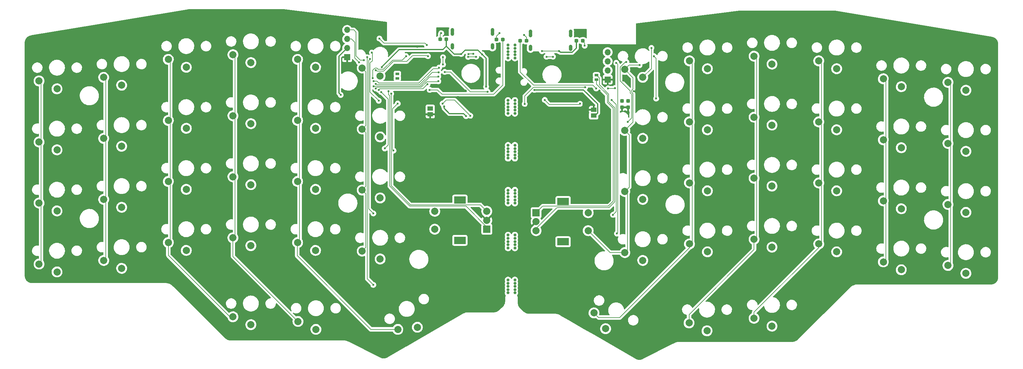
<source format=gtl>
G04 #@! TF.GenerationSoftware,KiCad,Pcbnew,(5.99.0-8557-g8988e46ab1)*
G04 #@! TF.CreationDate,2021-01-24T12:11:51-07:00*
G04 #@! TF.ProjectId,BlueSofPanel,426c7565-536f-4665-9061-6e656c2e6b69,rev?*
G04 #@! TF.SameCoordinates,PX85099e0PY51bada0*
G04 #@! TF.FileFunction,Copper,L1,Top*
G04 #@! TF.FilePolarity,Positive*
%FSLAX46Y46*%
G04 Gerber Fmt 4.6, Leading zero omitted, Abs format (unit mm)*
G04 Created by KiCad (PCBNEW (5.99.0-8557-g8988e46ab1)) date 2021-01-24 12:11:51*
%MOMM*%
%LPD*%
G01*
G04 APERTURE LIST*
G04 Aperture macros list*
%AMRoundRect*
0 Rectangle with rounded corners*
0 $1 Rounding radius*
0 $2 $3 $4 $5 $6 $7 $8 $9 X,Y pos of 4 corners*
0 Add a 4 corners polygon primitive as box body*
4,1,4,$2,$3,$4,$5,$6,$7,$8,$9,$2,$3,0*
0 Add four circle primitives for the rounded corners*
1,1,$1+$1,$2,$3*
1,1,$1+$1,$4,$5*
1,1,$1+$1,$6,$7*
1,1,$1+$1,$8,$9*
0 Add four rect primitives between the rounded corners*
20,1,$1+$1,$2,$3,$4,$5,0*
20,1,$1+$1,$4,$5,$6,$7,0*
20,1,$1+$1,$6,$7,$8,$9,0*
20,1,$1+$1,$8,$9,$2,$3,0*%
G04 Aperture macros list end*
G04 #@! TA.AperFunction,WasherPad*
%ADD10C,0.800000*%
G04 #@! TD*
G04 #@! TA.AperFunction,ComponentPad*
%ADD11C,2.000000*%
G04 #@! TD*
G04 #@! TA.AperFunction,SMDPad,CuDef*
%ADD12RoundRect,0.237500X0.287500X0.237500X-0.287500X0.237500X-0.287500X-0.237500X0.287500X-0.237500X0*%
G04 #@! TD*
G04 #@! TA.AperFunction,ComponentPad*
%ADD13R,2.000000X2.000000*%
G04 #@! TD*
G04 #@! TA.AperFunction,ComponentPad*
%ADD14R,3.200000X2.000000*%
G04 #@! TD*
G04 #@! TA.AperFunction,SMDPad,CuDef*
%ADD15RoundRect,0.237500X-0.287500X-0.237500X0.287500X-0.237500X0.287500X0.237500X-0.287500X0.237500X0*%
G04 #@! TD*
G04 #@! TA.AperFunction,ComponentPad*
%ADD16R,1.700000X1.700000*%
G04 #@! TD*
G04 #@! TA.AperFunction,ComponentPad*
%ADD17O,1.700000X1.700000*%
G04 #@! TD*
G04 #@! TA.AperFunction,SMDPad,CuDef*
%ADD18RoundRect,0.237500X0.237500X-0.300000X0.237500X0.300000X-0.237500X0.300000X-0.237500X-0.300000X0*%
G04 #@! TD*
G04 #@! TA.AperFunction,ComponentPad*
%ADD19R,1.550000X1.200000*%
G04 #@! TD*
G04 #@! TA.AperFunction,ComponentPad*
%ADD20C,1.000000*%
G04 #@! TD*
G04 #@! TA.AperFunction,ComponentPad*
%ADD21R,1.000000X0.650000*%
G04 #@! TD*
G04 #@! TA.AperFunction,ViaPad*
%ADD22C,0.600000*%
G04 #@! TD*
G04 #@! TA.AperFunction,Conductor*
%ADD23C,0.200000*%
G04 #@! TD*
G04 #@! TA.AperFunction,Conductor*
%ADD24C,0.300000*%
G04 #@! TD*
G04 APERTURE END LIST*
D10*
X45382230Y-27679851D03*
X45382230Y-31279851D03*
X47282230Y-31279851D03*
X45382230Y-28579851D03*
X45382230Y-29479851D03*
X45382230Y-30379851D03*
X47282230Y-28579851D03*
X47282230Y-29479851D03*
X47282230Y-30379851D03*
X47282230Y-27679851D03*
X45382230Y37720149D03*
X45382230Y34120149D03*
X47282230Y34120149D03*
X45382230Y36820149D03*
X45382230Y35920149D03*
X45382230Y35020149D03*
X47282230Y36820149D03*
X47282230Y35920149D03*
X47282230Y35020149D03*
X47282230Y37720149D03*
X45382230Y22320149D03*
X45382230Y18720149D03*
X47282230Y18720149D03*
X45382230Y21420149D03*
X45382230Y20520149D03*
X45382230Y19620149D03*
X47282230Y21420149D03*
X47282230Y20520149D03*
X47282230Y19620149D03*
X47282230Y22320149D03*
X45382230Y9820149D03*
X45382230Y6220149D03*
X47282230Y6220149D03*
X45382230Y8920149D03*
X45382230Y8020149D03*
X45382230Y7120149D03*
X47282230Y8920149D03*
X47282230Y8020149D03*
X47282230Y7120149D03*
X47282230Y9820149D03*
X45382230Y-2679851D03*
X45382230Y-6279851D03*
X47282230Y-6279851D03*
X45382230Y-3579851D03*
X45382230Y-4479851D03*
X45382230Y-5379851D03*
X47282230Y-3579851D03*
X47282230Y-4479851D03*
X47282230Y-5379851D03*
X47282230Y-2679851D03*
X45382230Y-15179851D03*
X45382230Y-18779851D03*
X47282230Y-18779851D03*
X45382230Y-16079851D03*
X45382230Y-16979851D03*
X45382230Y-17879851D03*
X47282230Y-16079851D03*
X47282230Y-16979851D03*
X47282230Y-17879851D03*
X47282230Y-15179851D03*
D11*
X-49232246Y16747236D03*
X-44232246Y14547236D03*
D12*
X50496706Y38922236D03*
X48746706Y38922236D03*
D11*
X113896706Y34647236D03*
X118896706Y32447236D03*
X167896706Y27347236D03*
X172896706Y25147236D03*
X131896706Y-652764D03*
X136896706Y-2852764D03*
X-67232246Y28747236D03*
X-62232246Y26547236D03*
X-85232246Y27747236D03*
X-80232246Y25547236D03*
D13*
X39467754Y-13552764D03*
D11*
X39467754Y-8552764D03*
X39467754Y-11052764D03*
D14*
X31967754Y-16652764D03*
X31967754Y-5452764D03*
D11*
X24967754Y-8552764D03*
X24967754Y-13552764D03*
X-31232246Y-15952764D03*
X-26232246Y-18152764D03*
X-67232246Y-5252764D03*
X-62232246Y-7452764D03*
X-31232246Y1047236D03*
X-26232246Y-1152764D03*
X77896706Y30947236D03*
X82896706Y28747236D03*
X4767754Y-19652764D03*
X9767754Y-21852764D03*
D15*
X42167754Y39322236D03*
X43917754Y39322236D03*
D11*
X95896706Y16347236D03*
X100896706Y14147236D03*
X-49232246Y-17252764D03*
X-44232246Y-19452764D03*
X14687627Y-41457058D03*
X20117754Y-40862314D03*
X-13232246Y33747236D03*
X-8232246Y31547236D03*
X113896706Y17647236D03*
X118896706Y15447236D03*
X149896706Y-22652764D03*
X154896706Y-24852764D03*
X95796706Y-39652764D03*
X100796706Y-41852764D03*
X-49232246Y33747236D03*
X-44232246Y31547236D03*
D16*
X567754Y34347236D03*
D17*
X567754Y36887236D03*
X567754Y39427236D03*
X567754Y41967236D03*
D11*
X149896706Y-5652764D03*
X154896706Y-7852764D03*
X113896706Y-16352764D03*
X118896706Y-18552764D03*
X-13232246Y-252764D03*
X-8232246Y-2452764D03*
X4767754Y-2652764D03*
X9767754Y-4852764D03*
X4767754Y31347236D03*
X9767754Y29147236D03*
X131896706Y33347236D03*
X136896706Y31147236D03*
X149896706Y11347236D03*
X154896706Y9147236D03*
D13*
X53196706Y-8952764D03*
D11*
X53196706Y-13952764D03*
X53196706Y-11452764D03*
D14*
X60696706Y-17052764D03*
X60696706Y-5852764D03*
D11*
X67696706Y-13952764D03*
X67696706Y-8952764D03*
X-31232246Y35047236D03*
X-26232246Y32847236D03*
X131896706Y-17652764D03*
X136896706Y-19852764D03*
X-67232246Y-22252764D03*
X-62232246Y-24452764D03*
X-13232246Y-17252764D03*
X-8232246Y-19452764D03*
X95896706Y-17652764D03*
X100896706Y-19852764D03*
X95896706Y-652764D03*
X100896706Y-2852764D03*
X-13132246Y-39252764D03*
X-8132246Y-41452764D03*
X-31232246Y18047236D03*
X-26232246Y15847236D03*
X167896706Y-23652764D03*
X172896706Y-25852764D03*
X-85232246Y-23252764D03*
X-80232246Y-25452764D03*
X69316579Y-36857058D03*
X72546706Y-41262314D03*
X-85232246Y-6252764D03*
X-80232246Y-8452764D03*
D15*
X26467754Y39347236D03*
X28217754Y39347236D03*
D11*
X77896706Y-3052764D03*
X82896706Y-5252764D03*
X95896706Y33347236D03*
X100896706Y31147236D03*
X131896706Y16347236D03*
X136896706Y14147236D03*
X4767754Y14347236D03*
X9767754Y12147236D03*
X-13232246Y16747236D03*
X-8232246Y14547236D03*
X167896706Y10347236D03*
X172896706Y8147236D03*
X-49232246Y-252764D03*
X-44232246Y-2452764D03*
X-85232246Y10747236D03*
X-80232246Y8547236D03*
X149896706Y28347236D03*
X154896706Y26147236D03*
D12*
X66196706Y38947236D03*
X64446706Y38947236D03*
D11*
X-67232246Y11747236D03*
X-62232246Y9547236D03*
X167896706Y-6652764D03*
X172896706Y-8852764D03*
X77896706Y-20052764D03*
X82896706Y-22252764D03*
X113896706Y647236D03*
X118896706Y-1552764D03*
X-31232246Y-37952764D03*
X-26232246Y-40152764D03*
X113896706Y-38352764D03*
X118896706Y-40552764D03*
D18*
X78796706Y20434736D03*
X78796706Y22159736D03*
D11*
X77896706Y13947236D03*
X82896706Y11747236D03*
D18*
X77159206Y20434736D03*
X77159206Y22159736D03*
D19*
X69221706Y19697236D03*
X69221706Y18097236D03*
X23717754Y18447236D03*
X23717754Y20047236D03*
D20*
X29892754Y41986336D03*
X41043054Y41071936D03*
X29892454Y41402136D03*
X41042754Y37753236D03*
X29892454Y37236536D03*
X41043054Y37236536D03*
X41042754Y37490536D03*
X29892154Y37490536D03*
X29892154Y37753236D03*
X41043354Y41999036D03*
X41043054Y41719636D03*
X41043054Y40779836D03*
X29892454Y40767136D03*
X29892454Y41706936D03*
X41042754Y36991236D03*
X41043054Y41414836D03*
X29892454Y41059236D03*
X29892154Y36991236D03*
D21*
X14565799Y28479236D03*
X14565799Y29749236D03*
D20*
X51621106Y36591236D03*
X51621406Y40659236D03*
X62771706Y37353236D03*
X62772006Y36836536D03*
X51621406Y41002136D03*
X51621706Y41586336D03*
X62772006Y40671936D03*
X51621406Y36836536D03*
X62772006Y40379836D03*
X62772006Y41319636D03*
X51621106Y37353236D03*
X51621406Y41306936D03*
X51621106Y37090536D03*
X62771706Y37090536D03*
X62772306Y41599036D03*
X62771706Y36591236D03*
X62772006Y41014836D03*
X51621406Y40367136D03*
D16*
X73121706Y28147236D03*
D17*
X73121706Y30687236D03*
X73121706Y33227236D03*
X73121706Y35767236D03*
D21*
X70016661Y28079236D03*
X70016661Y29349236D03*
D22*
X6167754Y34347236D03*
X75721706Y-14752764D03*
X75521716Y32788237D03*
X7867754Y-29052764D03*
X22767754Y37747236D03*
X9567754Y39547236D03*
X86621706Y22847236D03*
X7467754Y35647236D03*
X86021706Y34647236D03*
X9367754Y22247236D03*
X14667754Y21447236D03*
X13467754Y8347236D03*
X6967754Y33847236D03*
X7867754Y-9152764D03*
X74220978Y22421508D03*
X74621706Y-9552764D03*
X77421706Y27847236D03*
X40167754Y33447236D03*
X20167754Y28647236D03*
X-72532246Y31247236D03*
X153896706Y22297236D03*
X15767754Y22847236D03*
X108421706Y-36152764D03*
X63421706Y28847236D03*
X52296706Y32497236D03*
X57896706Y17047236D03*
X20167754Y31247236D03*
X-54232246Y32447236D03*
X32767754Y-28552764D03*
X77421706Y-10152764D03*
X28567754Y41047236D03*
X-232246Y3447236D03*
X180421706Y13847236D03*
X91421706Y38847236D03*
X127421706Y20847236D03*
X37767754Y-22552764D03*
X33567754Y23047236D03*
X77421706Y-14152764D03*
X50421706Y-6152764D03*
X-232246Y-13552764D03*
X63421706Y23847236D03*
X-18232246Y-32552764D03*
X-18232246Y38447236D03*
X-4232246Y28447236D03*
X144421706Y-14152764D03*
X157396706Y22297236D03*
X86421706Y17847236D03*
X-36232246Y37447236D03*
X-36232246Y3447236D03*
X55896706Y32797236D03*
X6167754Y37247236D03*
X66421706Y-33152764D03*
X88421706Y27847236D03*
X126421706Y-34152764D03*
X91421706Y-16152764D03*
X84421706Y-39152764D03*
X-36232246Y20447236D03*
X71196706Y-5602764D03*
X162421706Y-19152764D03*
X144421706Y2847236D03*
X108421706Y2847236D03*
X104421706Y38847236D03*
X-18232246Y-12552764D03*
X31767754Y31047236D03*
X78996706Y18897236D03*
X180421706Y-20152764D03*
X126421706Y-13152764D03*
X-232246Y-35552764D03*
X-54232246Y-18552764D03*
X70396706Y34797236D03*
X25767754Y32847236D03*
X53421706Y-30152764D03*
X26567754Y23247236D03*
X-18232246Y21447236D03*
X84421706Y26847236D03*
X127421706Y38847236D03*
X80421706Y24847236D03*
X64646706Y33547236D03*
X-72232246Y14447236D03*
X52646706Y23797236D03*
X17567754Y20847236D03*
X-54232246Y15447236D03*
X-54232246Y-1552764D03*
X162421706Y14847236D03*
X33567754Y25047236D03*
X58646706Y22297236D03*
X67146706Y17297236D03*
X115421706Y38847236D03*
X49421706Y16847236D03*
X26367754Y17647236D03*
X-72232246Y-2552764D03*
X20167754Y37247236D03*
X31467754Y23284736D03*
X20167754Y33647236D03*
X54146706Y19547236D03*
X17767754Y-15552764D03*
X42167754Y17847236D03*
X56421706Y-8152764D03*
X108421706Y-14152764D03*
X108421706Y19847236D03*
X60421706Y17847236D03*
X-36232246Y-13552764D03*
X163421706Y-2152764D03*
X-232246Y20447236D03*
X70896706Y25047236D03*
X65421706Y40847236D03*
X126421706Y3847236D03*
X77396706Y37047236D03*
X180421706Y-3152764D03*
X66396706Y21297236D03*
X28367754Y27647236D03*
X15767754Y3447236D03*
X90421706Y847236D03*
X145421706Y19847236D03*
X28767754Y34047236D03*
X33767754Y-11552764D03*
X176421706Y30847236D03*
X163421706Y31847236D03*
X-18232246Y4447236D03*
X24767754Y-32552764D03*
X59421706Y-21152764D03*
X-5232246Y37447236D03*
X-72232246Y-19552764D03*
X141421706Y38847236D03*
X77421706Y2847236D03*
X127421706Y24847236D03*
X22967754Y26847236D03*
X9367754Y25247236D03*
X25967754Y27647236D03*
X8567754Y25647236D03*
X7967754Y26247236D03*
X25967754Y28947236D03*
X26067754Y30147236D03*
X8567754Y26947236D03*
X26167754Y31447236D03*
X7967754Y27647236D03*
X82021706Y32147236D03*
X23067754Y34647236D03*
X8567754Y30747236D03*
X-1232246Y23847236D03*
X33667754Y17947236D03*
X52721706Y25247236D03*
X27567754Y20647236D03*
X65421706Y21384736D03*
X34867754Y18047236D03*
X55621706Y22447236D03*
X27167754Y21447236D03*
X32367754Y35247236D03*
X10267754Y31547236D03*
X39267754Y26147236D03*
X38167754Y35147236D03*
X59621706Y36047236D03*
X54821706Y36047236D03*
X66721706Y37547236D03*
X26767754Y41047236D03*
X42967754Y41047236D03*
X49821706Y40547236D03*
X35717754Y35297236D03*
X34367754Y35247236D03*
X34267754Y34447236D03*
X36517754Y34497236D03*
X5267754Y33547236D03*
X27267754Y32347236D03*
X27267754Y34347236D03*
X78321706Y33047236D03*
X10067754Y24647236D03*
X78696706Y16297236D03*
X7667754Y28547236D03*
X16967754Y34647236D03*
X11043726Y8947247D03*
X12067754Y24847236D03*
X12817754Y24197236D03*
X27767754Y30247236D03*
X39667754Y24747236D03*
X66846282Y25947226D03*
X50021706Y21347236D03*
X77146706Y22120691D03*
X78796706Y22197236D03*
X3867754Y32947236D03*
X73261723Y25677217D03*
X75146684Y25777692D03*
X23567754Y25247236D03*
X69921706Y25647236D03*
X85321706Y36947236D03*
X57896706Y34497236D03*
X56096706Y34497236D03*
D23*
X75721706Y-14752764D02*
X75896737Y-14577733D01*
X6167734Y-27352744D02*
X7867754Y-29052764D01*
X6167734Y31871273D02*
X6167734Y-27352744D01*
X75896737Y-14577733D02*
X75896737Y32413216D01*
X6167754Y34347236D02*
X6167754Y31871293D01*
X6167754Y31871293D02*
X6167734Y31871273D01*
X75896737Y32413216D02*
X75521716Y32788237D01*
X10867754Y38247236D02*
X22267754Y38247236D01*
X9567754Y39547236D02*
X10867754Y38247236D01*
X22267754Y38247236D02*
X22767754Y37747236D01*
X86621706Y34047236D02*
X86021706Y34647236D01*
X86621706Y22847236D02*
X86621706Y34047236D01*
X9367754Y22247236D02*
X6967774Y24647216D01*
X6967774Y24647216D02*
X6967774Y32747256D01*
X6967774Y32747256D02*
X7567754Y33347236D01*
X7567754Y33347236D02*
X7567754Y35547236D01*
X7567754Y35547236D02*
X7467754Y35647236D01*
X14667754Y21447236D02*
X13217774Y19997256D01*
X13217774Y19997256D02*
X13217774Y8597216D01*
X13217774Y8597216D02*
X13467754Y8347236D01*
X74621706Y-9552764D02*
X75496727Y-8677743D01*
X75496727Y-8677743D02*
X75496727Y21145759D01*
X6567754Y33447236D02*
X6567754Y-7852764D01*
X6567754Y-7852764D02*
X7867754Y-9152764D01*
X6967754Y33847236D02*
X6567754Y33447236D01*
X75496727Y21145759D02*
X74220978Y22421508D01*
X168646707Y26597235D02*
X167896706Y27347236D01*
X-85232246Y-23252764D02*
X-84682225Y-22702743D01*
X-84682225Y27197215D02*
X-85232246Y27747236D01*
X-85232246Y10747236D02*
X-84682225Y11297257D01*
X-84682225Y-6802785D02*
X-85232246Y-6252764D01*
X-85232246Y-6252764D02*
X-84682225Y-5702743D01*
X9367754Y25247236D02*
X9667754Y25547236D01*
X168646707Y-5902763D02*
X168646707Y9597235D01*
X168646707Y11097237D02*
X168646707Y26597235D01*
X-84682225Y10197215D02*
X-85232246Y10747236D01*
X9667754Y25547236D02*
X21667754Y25547236D01*
X168646707Y-22902763D02*
X168646707Y-7402765D01*
X-84682225Y11297257D02*
X-84682225Y27197215D01*
X167896706Y-6652764D02*
X168646707Y-5902763D01*
X-84682225Y-22702743D02*
X-84682225Y-6802785D01*
X167896706Y10347236D02*
X168646707Y11097237D01*
X168646707Y9597235D02*
X167896706Y10347236D01*
X-84682225Y-5702743D02*
X-84682225Y10197215D01*
X168646707Y-7402765D02*
X167896706Y-6652764D01*
X21667754Y25547236D02*
X22967754Y26847236D01*
X167896706Y-23652764D02*
X168646707Y-22902763D01*
X-66682225Y-5802785D02*
X-66682225Y-21702743D01*
X-67232246Y-5252764D02*
X-66682225Y-5802785D01*
X150646707Y-4902763D02*
X150646707Y10597235D01*
X22779737Y27547236D02*
X23167754Y27547236D01*
X-67232246Y28747236D02*
X-66682225Y28197215D01*
X25967754Y27647236D02*
X25867754Y27547236D01*
X25867754Y27547236D02*
X22967754Y27547236D01*
X150646707Y-21902763D02*
X150646707Y-6402765D01*
X150646707Y-6402765D02*
X149896706Y-5652764D01*
X150646707Y10597235D02*
X149896706Y11347236D01*
X8567754Y25647236D02*
X8867754Y25947236D01*
X8867754Y25947236D02*
X21179737Y25947236D01*
X21179737Y25947236D02*
X22779737Y27547236D01*
X-67232246Y11747236D02*
X-66682225Y11197215D01*
X-66682225Y-21702743D02*
X-67232246Y-22252764D01*
X-66682225Y-4702743D02*
X-67232246Y-5252764D01*
X-66682225Y12297257D02*
X-67232246Y11747236D01*
X149896706Y-22652764D02*
X150646707Y-21902763D01*
X149896706Y-5652764D02*
X150646707Y-4902763D01*
X150646707Y27597235D02*
X149896706Y28347236D01*
X-66682225Y11197215D02*
X-66682225Y-4702743D01*
X150646707Y12097237D02*
X150646707Y27597235D01*
X149896706Y11347236D02*
X150646707Y12097237D01*
X22679748Y27447247D02*
X22367743Y27135242D01*
X-66682225Y28197215D02*
X-66682225Y12297257D01*
X131896706Y-652764D02*
X132646707Y97237D01*
X113896706Y-36692762D02*
X131896706Y-18692762D01*
X131896706Y-18692762D02*
X131896706Y-17652764D01*
X-48682225Y16197215D02*
X-49232246Y16747236D01*
X8602040Y26247236D02*
X8702040Y26347236D01*
X132646707Y97237D02*
X132646707Y15597235D01*
X9855771Y26347236D02*
X10367754Y26347236D01*
X132646707Y-16902763D02*
X132646707Y-1402765D01*
X-48682225Y33197215D02*
X-49232246Y33747236D01*
X-49232246Y-20852764D02*
X-49232246Y-17252764D01*
X-31232246Y-37952764D02*
X-32132246Y-37952764D01*
X132646707Y17097237D02*
X132646707Y32597235D01*
X-49232246Y16747236D02*
X-48682225Y17297257D01*
X8702040Y26347236D02*
X10367754Y26347236D01*
X23514023Y28847236D02*
X25867754Y28847236D01*
X21014023Y26347236D02*
X23514023Y28847236D01*
X131896706Y16347236D02*
X132646707Y17097237D01*
X25867754Y28847236D02*
X25967754Y28947236D01*
X132646707Y32597235D02*
X131896706Y33347236D01*
X-49232246Y-252764D02*
X-48682225Y297257D01*
X-49232246Y-17252764D02*
X-48682225Y-16702743D01*
X10367754Y26347236D02*
X21014023Y26347236D01*
X113896706Y-38352764D02*
X113896706Y-36692762D01*
X-32132246Y-37952764D02*
X-49232246Y-20852764D01*
X132646707Y-1402765D02*
X131896706Y-652764D01*
X131896706Y-17652764D02*
X132646707Y-16902763D01*
X-48682225Y-16702743D02*
X-48682225Y-802785D01*
X7967754Y26247236D02*
X8602040Y26247236D01*
X132646707Y15597235D02*
X131896706Y16347236D01*
X-48682225Y-802785D02*
X-49232246Y-252764D01*
X-48682225Y17297257D02*
X-48682225Y33197215D01*
X-48682225Y297257D02*
X-48682225Y16197215D01*
X-31232246Y18047236D02*
X-30682225Y17497215D01*
X114646707Y1397237D02*
X113896706Y647236D01*
X8767734Y26747256D02*
X10767774Y26747256D01*
X-31232246Y-20652764D02*
X-31232246Y-15952764D01*
X114646707Y-102765D02*
X114646707Y-15602763D01*
X113896706Y647236D02*
X114646707Y-102765D01*
X113896706Y34647236D02*
X114646707Y33897235D01*
X-31232246Y35047236D02*
X-30682225Y34497215D01*
X-30682225Y497215D02*
X-30682225Y-15402743D01*
X-30682225Y18597257D02*
X-31232246Y18047236D01*
X-30682225Y34497215D02*
X-30682225Y18597257D01*
X-31232246Y1047236D02*
X-30682225Y497215D01*
X113896706Y-19202766D02*
X95796706Y-37302766D01*
X24248309Y30147236D02*
X20848329Y26747256D01*
X-30682225Y1597257D02*
X-31232246Y1047236D01*
X114646707Y18397237D02*
X113896706Y17647236D01*
X114646707Y33897235D02*
X114646707Y18397237D01*
X10767774Y26747256D02*
X10021465Y26747256D01*
X95796706Y-37302766D02*
X95796706Y-39652764D01*
X113896706Y17647236D02*
X114646707Y16897235D01*
X114646707Y-15602763D02*
X113896706Y-16352764D01*
X-30682225Y-15402743D02*
X-31232246Y-15952764D01*
X-31232246Y-21152764D02*
X-31232246Y-15952764D01*
X20848329Y26747256D02*
X10767774Y26747256D01*
X26067754Y30147236D02*
X24248309Y30147236D01*
X113896706Y-16352764D02*
X113896706Y-19202766D01*
X-30682225Y17497215D02*
X-30682225Y1597257D01*
X114646707Y16897235D02*
X114646707Y1397237D01*
X8567754Y26947236D02*
X8767734Y26747256D01*
X-13132246Y-39252764D02*
X-31232246Y-21152764D01*
X-12682225Y17297257D02*
X-12682225Y33197215D01*
X26167754Y31447236D02*
X25867754Y31147236D01*
X96646707Y-16902763D02*
X96646707Y-1402765D01*
X-13232246Y-17252764D02*
X-12682225Y-16702743D01*
X-12682225Y-802785D02*
X-13232246Y-252764D01*
X76456707Y-38152765D02*
X95896706Y-18712766D01*
X8867754Y27647236D02*
X7967754Y27647236D01*
X95896706Y-18712766D02*
X95896706Y-17652764D01*
X-12682225Y16197215D02*
X-13232246Y16747236D01*
X20567794Y27147276D02*
X9367714Y27147276D01*
X-13232246Y-252764D02*
X-12682225Y297257D01*
X95896706Y-652764D02*
X96646707Y97237D01*
X7172048Y-41457058D02*
X-13332246Y-20952764D01*
X-13232246Y16747236D02*
X-12682225Y17297257D01*
X-13332246Y-20952764D02*
X-13332246Y-17352764D01*
X-12682225Y297257D02*
X-12682225Y16197215D01*
X95896706Y-17652764D02*
X96646707Y-16902763D01*
X96646707Y-1402765D02*
X95896706Y-652764D01*
X14687627Y-41457058D02*
X7172048Y-41457058D01*
X-13332246Y-17352764D02*
X-13232246Y-17252764D01*
X96646707Y17097237D02*
X96646707Y32597235D01*
X96646707Y32597235D02*
X95896706Y33347236D01*
X25867754Y31147236D02*
X24567754Y31147236D01*
X-12682225Y33197215D02*
X-13232246Y33747236D01*
X-12682225Y-16702743D02*
X-12682225Y-802785D01*
X9367714Y27147276D02*
X8867754Y27647236D01*
X24567754Y31147236D02*
X20567794Y27147276D01*
X95896706Y16347236D02*
X96646707Y17097237D01*
X69316579Y-36857058D02*
X70612286Y-38152765D01*
X70612286Y-38152765D02*
X76456707Y-38152765D01*
X96646707Y97237D02*
X96646707Y15597235D01*
X96646707Y15597235D02*
X95896706Y16347236D01*
X17167754Y33147236D02*
X13433468Y33147236D01*
X18797765Y34777247D02*
X17167754Y33147236D01*
X79821695Y25135242D02*
X79821695Y24559230D01*
X80196706Y16247236D02*
X77896706Y13947236D01*
X4767754Y-2652764D02*
X5767714Y-3652724D01*
X10733468Y30447236D02*
X8867754Y30447236D01*
X79121707Y-1827763D02*
X77896706Y-3052764D01*
X79096706Y32147236D02*
X77896706Y30947236D01*
X5767714Y-3652724D02*
X5767714Y-18652804D01*
X4767754Y31347236D02*
X5767714Y30347276D01*
X22937743Y34777247D02*
X18797765Y34777247D01*
X78646707Y-3802765D02*
X78646707Y-19302763D01*
X80196706Y24247225D02*
X80196706Y16247236D01*
X80133700Y24247225D02*
X80196706Y24247225D01*
X73796706Y-20052764D02*
X77896706Y-20052764D01*
X13433468Y33147236D02*
X10733468Y30447236D01*
X23067754Y34647236D02*
X22937743Y34777247D01*
X79821695Y24559230D02*
X80133700Y24247225D01*
X5767714Y30347276D02*
X5767714Y15347196D01*
X82021706Y32147236D02*
X79096706Y32147236D01*
X80133700Y25447247D02*
X79821695Y25135242D01*
X77896706Y13947236D02*
X79121707Y12722235D01*
X77896706Y-3052764D02*
X78646707Y-3802765D01*
X4767754Y14347236D02*
X5767714Y13347276D01*
X5767714Y13347276D02*
X5767714Y-1652804D01*
X8867754Y30447236D02*
X8567754Y30747236D01*
X80196706Y28647236D02*
X80196706Y25447247D01*
X67696706Y-13952764D02*
X73796706Y-20052764D01*
X5767714Y-1652804D02*
X4767754Y-2652764D01*
X80196706Y25447247D02*
X80133700Y25447247D01*
X5767714Y-18652804D02*
X4767754Y-19652764D01*
X78646707Y-19302763D02*
X77896706Y-20052764D01*
X5767714Y15347196D02*
X4767754Y14347236D01*
X77896706Y30947236D02*
X80196706Y28647236D01*
X79121707Y12722235D02*
X79121707Y-1827763D01*
D24*
X-1232246Y23847236D02*
X-1732246Y24347236D01*
X-1732246Y24347236D02*
X-1732246Y34587236D01*
X-1732246Y34587236D02*
X567754Y36887236D01*
X27567754Y20147236D02*
X29067754Y18647236D01*
X32967754Y18647236D02*
X33667754Y17947236D01*
X27567754Y20647236D02*
X27567754Y20147236D01*
X66396706Y25247236D02*
X52721706Y25247236D01*
X70346717Y21297225D02*
X66396706Y25247236D01*
X69626726Y18097236D02*
X70346717Y18817227D01*
X70346717Y18817227D02*
X70346717Y21297225D01*
X69221706Y18097236D02*
X69626726Y18097236D01*
X29067754Y18647236D02*
X32967754Y18647236D01*
D23*
X56921706Y21147236D02*
X55621706Y22447236D01*
X65421706Y21384736D02*
X65184206Y21147236D01*
X65184206Y21147236D02*
X56921706Y21147236D01*
X27167754Y21447236D02*
X28167754Y22447236D01*
X30467754Y22447236D02*
X34867754Y18047236D01*
X28167754Y22447236D02*
X30467754Y22447236D01*
D24*
X64446706Y36934234D02*
X63203707Y35691235D01*
X32367754Y35247236D02*
X33467754Y36347236D01*
X33467754Y36347236D02*
X36967754Y36347236D01*
X10267754Y31647236D02*
X15067754Y36447236D01*
D23*
X59621706Y36047236D02*
X54821706Y36047236D01*
D24*
X39267754Y26147236D02*
X39267754Y34047236D01*
X32367754Y35247236D02*
X30378137Y35247236D01*
X36967754Y36347236D02*
X38167754Y35147236D01*
X28217754Y39347236D02*
X28217754Y37407619D01*
X15067754Y36447236D02*
X27257371Y36447236D01*
X39267754Y34047236D02*
X38167754Y35147236D01*
X27257371Y36447236D02*
X28217754Y37407619D01*
X10267754Y31547236D02*
X10267754Y31647236D01*
X30378137Y35247236D02*
X28217754Y37407619D01*
X64446706Y38947236D02*
X64446706Y36934234D01*
X63203707Y35691235D02*
X59977707Y35691235D01*
X59977707Y35691235D02*
X59621706Y36047236D01*
D23*
X26467754Y39347236D02*
X26467754Y40747236D01*
X66196706Y38772236D02*
X66721706Y38247236D01*
X26467754Y40747236D02*
X26767754Y41047236D01*
X66721706Y38247236D02*
X66721706Y37547236D01*
X50496706Y38922236D02*
X50496706Y39872236D01*
X42167754Y39322236D02*
X42167754Y40247236D01*
X42167754Y40247236D02*
X42967754Y41047236D01*
X50496706Y39872236D02*
X49821706Y40547236D01*
X34417754Y35297236D02*
X34367754Y35247236D01*
X35717754Y35297236D02*
X34417754Y35297236D01*
X34267754Y34447236D02*
X34317754Y34497236D01*
X34317754Y34497236D02*
X36517754Y34497236D01*
X2447754Y41967236D02*
X567754Y41967236D01*
X3067754Y34693204D02*
X3067754Y41347236D01*
X3067754Y41347236D02*
X2447754Y41967236D01*
X5267754Y33547236D02*
X4213722Y33547236D01*
X4213722Y33547236D02*
X3067754Y34693204D01*
X27267754Y32347236D02*
X27267754Y34347236D01*
X16967754Y34647236D02*
X15867774Y33547256D01*
X15867774Y33547256D02*
X13267775Y33547256D01*
X8279748Y31347247D02*
X7667754Y30735253D01*
X79796686Y17397216D02*
X79796686Y24018525D01*
X11043726Y8947247D02*
X12017714Y9921235D01*
X9167765Y30947236D02*
X9167765Y31035242D01*
X79421675Y24959250D02*
X76596695Y27784230D01*
X76596695Y27784230D02*
X76596695Y31571242D01*
X8855760Y31347247D02*
X8279748Y31347247D01*
X10667755Y30947236D02*
X9167765Y30947236D01*
X78072704Y33047236D02*
X78321706Y33047236D01*
X76596695Y31571242D02*
X78072689Y33047236D01*
X79796686Y24018525D02*
X79421675Y24393537D01*
X78696706Y16297236D02*
X79796686Y17397216D01*
X79421675Y24393537D02*
X79421675Y24959250D01*
X12017714Y22697276D02*
X10067754Y24647236D01*
X78072689Y33047236D02*
X78321706Y33047236D01*
X13267775Y33547256D02*
X10667755Y30947236D01*
X12017714Y9921235D02*
X12017714Y22697276D01*
X9167765Y31035242D02*
X8855760Y31347247D01*
X7667754Y30735253D02*
X7667754Y28547236D01*
X73021685Y23847257D02*
X73021685Y21786805D01*
X12567754Y-1718478D02*
X18002060Y-7152784D01*
X54996706Y-7152764D02*
X53196706Y-8952764D01*
X12417734Y23597256D02*
X12417734Y-1568457D01*
X12067754Y23947236D02*
X12417734Y23597256D01*
X73021685Y21786805D02*
X74696706Y20111784D01*
X70016661Y26852281D02*
X73021685Y23847257D01*
X22643734Y-7152784D02*
X22643754Y-7152764D01*
X73021685Y23847257D02*
X73021685Y22222215D01*
X12067754Y24847236D02*
X12067754Y23947236D01*
X29962021Y-7152764D02*
X29962052Y-7152795D01*
X29962052Y-7152795D02*
X33667785Y-7152795D01*
X12417734Y-1568457D02*
X12567754Y-1718478D01*
X74696706Y20111784D02*
X74696706Y-5777764D01*
X18002060Y-7152784D02*
X22643734Y-7152784D01*
X33667785Y-7152795D02*
X39467754Y-12952764D01*
X74696706Y-5777764D02*
X73321706Y-7152764D01*
X22643754Y-7152764D02*
X29962021Y-7152764D01*
X73321706Y-7152764D02*
X54996706Y-7152764D01*
X39467754Y-12952764D02*
X39467754Y-13552764D01*
X70016661Y28079236D02*
X70016661Y26852281D01*
X74862399Y20511804D02*
X74862386Y20511804D01*
X73421695Y24047247D02*
X70816671Y26652271D01*
X37667754Y-6752764D02*
X39467754Y-8552764D01*
X70816671Y26652271D02*
X70816671Y28549226D01*
X73156003Y-7552775D02*
X73156012Y-7552784D01*
X73421695Y21952495D02*
X73421695Y24047247D01*
X73487400Y-7552784D02*
X75096726Y-5943458D01*
X33807763Y-6752775D02*
X33867765Y-6692773D01*
X12817754Y24197236D02*
X12817754Y-1402764D01*
X59020697Y-7552775D02*
X73156003Y-7552775D01*
X33867765Y-6692773D02*
X33867765Y-6752764D01*
X73156012Y-7552784D02*
X73487400Y-7552784D01*
X75096726Y-5943458D02*
X75096726Y20277477D01*
X30127714Y-6752744D02*
X30127745Y-6752775D01*
X30127745Y-6752775D02*
X33807763Y-6752775D01*
X33867765Y-6752764D02*
X37667754Y-6752764D01*
X53196706Y-13376766D02*
X59020697Y-7552775D01*
X70816671Y28549226D02*
X70016661Y29349236D01*
X18167754Y-6752764D02*
X22478041Y-6752764D01*
X74862386Y20511804D02*
X73421695Y21952495D01*
X22478041Y-6752764D02*
X22478061Y-6752744D01*
X22478061Y-6752744D02*
X30127714Y-6752744D01*
X75096726Y20277477D02*
X74862399Y20511804D01*
X12817754Y-1402764D02*
X18167754Y-6752764D01*
X73421695Y24047247D02*
X73334206Y24134736D01*
X39667754Y24747236D02*
X34867754Y24747236D01*
X34867754Y24747236D02*
X29367754Y30247236D01*
X52459694Y25947226D02*
X66846282Y25947226D01*
X50021706Y21347236D02*
X50021706Y21247236D01*
X50021706Y21347236D02*
X50021706Y23509238D01*
X29367754Y30247236D02*
X27767754Y30247236D01*
X50021706Y23509238D02*
X52459694Y25947226D01*
X3867754Y32947236D02*
X2667754Y34147236D01*
X2667754Y34147236D02*
X2667754Y38547236D01*
X1787754Y39427236D02*
X567754Y39427236D01*
X2667754Y38547236D02*
X1787754Y39427236D01*
X43917754Y39322236D02*
X43917754Y26597236D01*
X43917754Y26597236D02*
X41367754Y24047236D01*
X25767754Y25247236D02*
X23567754Y25247236D01*
X75046209Y25677217D02*
X75146684Y25777692D01*
X52461704Y26547236D02*
X48746706Y30262234D01*
X48746706Y30262234D02*
X48746706Y38922236D01*
X26967754Y24047236D02*
X25767754Y25247236D01*
X73261723Y25677217D02*
X75046209Y25677217D01*
X69021706Y26547236D02*
X69921706Y25647236D01*
X41367754Y24047236D02*
X26967754Y24047236D01*
X52461704Y26547236D02*
X69021706Y26547236D01*
X82896706Y28747236D02*
X85321706Y31172236D01*
X85321706Y31172236D02*
X85321706Y36947236D01*
X57896706Y34497236D02*
X56096706Y34497236D01*
G04 #@! TA.AperFunction,Conductor*
G36*
X-17510578Y47738054D02*
G01*
X-17478640Y47733649D01*
X-17389051Y47735208D01*
X-17379160Y47734991D01*
X-17368103Y47734314D01*
X-17276584Y47728710D01*
X-17266741Y47727719D01*
X-17237297Y47723579D01*
X-17181260Y47715700D01*
X-17176787Y47715711D01*
X-17176781Y47715711D01*
X-17147067Y47715787D01*
X-17144719Y47715793D01*
X-17129028Y47714852D01*
X11556032Y44189231D01*
X11621204Y44161068D01*
X11660804Y44102142D01*
X11666661Y44063955D01*
X11657893Y38981519D01*
X11637773Y38913432D01*
X11584037Y38867032D01*
X11531893Y38855736D01*
X11171993Y38855736D01*
X11103872Y38875738D01*
X11082898Y38892641D01*
X10406512Y39569027D01*
X10372486Y39631339D01*
X10370392Y39644076D01*
X10361823Y39720468D01*
X10361038Y39727466D01*
X10354451Y39746383D01*
X10333555Y39806388D01*
X10301395Y39898738D01*
X10253713Y39975045D01*
X10209021Y40046568D01*
X10209020Y40046570D01*
X10205289Y40052540D01*
X10196499Y40061392D01*
X10098123Y40160456D01*
X10077496Y40181227D01*
X9924369Y40278405D01*
X9753517Y40339242D01*
X9746525Y40340076D01*
X9746524Y40340076D01*
X9650409Y40351537D01*
X9573433Y40360716D01*
X9566430Y40359980D01*
X9566429Y40359980D01*
X9400075Y40342496D01*
X9400071Y40342495D01*
X9393067Y40341759D01*
X9386396Y40339488D01*
X9228053Y40285584D01*
X9228050Y40285583D01*
X9221383Y40283313D01*
X9215384Y40279623D01*
X9215383Y40279622D01*
X9201937Y40271350D01*
X9066913Y40188283D01*
X9061880Y40183354D01*
X8946052Y40069926D01*
X8937337Y40061392D01*
X8933526Y40055478D01*
X8933524Y40055476D01*
X8907217Y40014655D01*
X8839092Y39908947D01*
X8825423Y39871392D01*
X8779474Y39745147D01*
X8779473Y39745143D01*
X8777064Y39738524D01*
X8754333Y39558594D01*
X8772031Y39378100D01*
X8774255Y39371415D01*
X8774255Y39371414D01*
X8782317Y39347178D01*
X8829277Y39206012D01*
X8832924Y39199990D01*
X8832925Y39199988D01*
X8912031Y39069369D01*
X8923226Y39050883D01*
X9049210Y38920423D01*
X9055102Y38916568D01*
X9055106Y38916564D01*
X9127355Y38869286D01*
X9200965Y38821117D01*
X9207569Y38818661D01*
X9364349Y38760355D01*
X9364351Y38760354D01*
X9370951Y38757900D01*
X9377934Y38756968D01*
X9377935Y38756968D01*
X9473607Y38744202D01*
X9538484Y38715366D01*
X9546037Y38708404D01*
X10404783Y37849658D01*
X10415650Y37837267D01*
X10433944Y37813426D01*
X10561004Y37715929D01*
X10568634Y37712769D01*
X10568635Y37712768D01*
X10595586Y37701605D01*
X10622293Y37690543D01*
X10708968Y37654640D01*
X10867754Y37633736D01*
X10875942Y37634814D01*
X10875943Y37634814D01*
X10897546Y37637658D01*
X10913992Y37638736D01*
X21860986Y37638736D01*
X21929107Y37618734D01*
X21975600Y37565078D01*
X21980544Y37552508D01*
X22003669Y37482992D01*
X22029277Y37406012D01*
X22032924Y37399990D01*
X22032925Y37399988D01*
X22095292Y37297007D01*
X22113471Y37228377D01*
X22091660Y37160814D01*
X22036784Y37115768D01*
X21987516Y37105736D01*
X15147334Y37105736D01*
X15137270Y37106210D01*
X15130195Y37107792D01*
X15066743Y37105798D01*
X15062785Y37105736D01*
X15028175Y37105736D01*
X15024244Y37105239D01*
X15024238Y37105239D01*
X15021949Y37104950D01*
X15010124Y37104019D01*
X14973640Y37102872D01*
X14963960Y37102568D01*
X14956344Y37100355D01*
X14956342Y37100355D01*
X14943368Y37096586D01*
X14924009Y37092577D01*
X14910613Y37090885D01*
X14910610Y37090884D01*
X14902748Y37089891D01*
X14895382Y37086974D01*
X14895376Y37086973D01*
X14859822Y37072896D01*
X14848592Y37069051D01*
X14804246Y37056167D01*
X14793956Y37050081D01*
X14785794Y37045254D01*
X14768035Y37036554D01*
X14756892Y37032142D01*
X14748110Y37028665D01*
X14741695Y37024004D01*
X14741693Y37024003D01*
X14710757Y37001527D01*
X14700835Y36995009D01*
X14690965Y36989172D01*
X14661090Y36971504D01*
X14658319Y36969061D01*
X14644733Y36955475D01*
X14629706Y36942640D01*
X14613557Y36930907D01*
X14608503Y36924798D01*
X14608501Y36924796D01*
X14585687Y36897219D01*
X14577697Y36888439D01*
X13162886Y35473627D01*
X12135545Y34446286D01*
X12073233Y34412261D01*
X12002418Y34417325D01*
X11945582Y34459872D01*
X11920771Y34526392D01*
X11924300Y34566289D01*
X11943862Y34643598D01*
X11943862Y34643599D01*
X11944889Y34647657D01*
X11978611Y34939107D01*
X11978683Y34942031D01*
X11979918Y34992592D01*
X11981254Y35047236D01*
X11961810Y35339986D01*
X11960107Y35348435D01*
X11929695Y35499255D01*
X11903818Y35627592D01*
X11808298Y35905002D01*
X11799302Y35922968D01*
X11678803Y36163598D01*
X11678802Y36163600D01*
X11676928Y36167342D01*
X11593539Y36290045D01*
X11514367Y36406544D01*
X11514365Y36406547D01*
X11512016Y36410003D01*
X11316459Y36628721D01*
X11276622Y36662866D01*
X11194776Y36733016D01*
X11093693Y36819655D01*
X11071964Y36833766D01*
X10851130Y36977177D01*
X10851127Y36977179D01*
X10847631Y36979449D01*
X10843865Y36981237D01*
X10843860Y36981240D01*
X10647825Y37074324D01*
X10582598Y37105296D01*
X10578615Y37106575D01*
X10578612Y37106576D01*
X10307235Y37193706D01*
X10307234Y37193706D01*
X10303248Y37194986D01*
X10180036Y37217155D01*
X10018599Y37246202D01*
X10018594Y37246203D01*
X10014490Y37246941D01*
X10010323Y37247130D01*
X10010316Y37247131D01*
X9725568Y37260062D01*
X9725562Y37260062D01*
X9721398Y37260251D01*
X9717250Y37259888D01*
X9717246Y37259888D01*
X9433286Y37235045D01*
X9433278Y37235044D01*
X9429120Y37234680D01*
X9425031Y37233766D01*
X9193344Y37181977D01*
X9142791Y37170677D01*
X9138871Y37169235D01*
X9138865Y37169233D01*
X8921942Y37089421D01*
X8867442Y37069369D01*
X8863742Y37067418D01*
X8863737Y37067416D01*
X8675560Y36968201D01*
X8607911Y36932534D01*
X8368757Y36762576D01*
X8365708Y36759732D01*
X8365701Y36759727D01*
X8249995Y36651828D01*
X8154182Y36562481D01*
X8151529Y36559252D01*
X8151525Y36559247D01*
X8062514Y36450883D01*
X8019325Y36398303D01*
X8012534Y36390036D01*
X7953840Y36350093D01*
X7882868Y36348223D01*
X7847655Y36363627D01*
X7846823Y36364155D01*
X7824369Y36378405D01*
X7653517Y36439242D01*
X7646525Y36440076D01*
X7646524Y36440076D01*
X7553890Y36451122D01*
X7473433Y36460716D01*
X7466430Y36459980D01*
X7466429Y36459980D01*
X7300075Y36442496D01*
X7300071Y36442495D01*
X7293067Y36441759D01*
X7286396Y36439488D01*
X7128053Y36385584D01*
X7128050Y36385583D01*
X7121383Y36383313D01*
X7115384Y36379623D01*
X7115383Y36379622D01*
X7087675Y36362576D01*
X6966913Y36288283D01*
X6940025Y36261952D01*
X6867622Y36191049D01*
X6837337Y36161392D01*
X6833526Y36155478D01*
X6833524Y36155476D01*
X6796943Y36098713D01*
X6739092Y36008947D01*
X6720879Y35958907D01*
X6679474Y35845147D01*
X6679473Y35845143D01*
X6677064Y35838524D01*
X6654333Y35658594D01*
X6672031Y35478100D01*
X6674255Y35471415D01*
X6674255Y35471414D01*
X6676529Y35464578D01*
X6729277Y35306012D01*
X6732924Y35299990D01*
X6732925Y35299988D01*
X6802805Y35184602D01*
X6820984Y35115972D01*
X6799173Y35048409D01*
X6744298Y35003363D01*
X6673779Y34995136D01*
X6627517Y35012945D01*
X6524369Y35078405D01*
X6353517Y35139242D01*
X6346525Y35140076D01*
X6346524Y35140076D01*
X6241998Y35152540D01*
X6173433Y35160716D01*
X6166430Y35159980D01*
X6166429Y35159980D01*
X6000075Y35142496D01*
X6000071Y35142495D01*
X5993067Y35141759D01*
X5986396Y35139488D01*
X5883765Y35104550D01*
X5812833Y35101532D01*
X5751529Y35137342D01*
X5719317Y35200611D01*
X5717584Y35213504D01*
X5712026Y35281113D01*
X5712025Y35281119D01*
X5711602Y35286264D01*
X5673872Y35436475D01*
X5654434Y35513861D01*
X5654433Y35513865D01*
X5653175Y35518872D01*
X5651119Y35523602D01*
X5651116Y35523609D01*
X5559602Y35734077D01*
X5559600Y35734080D01*
X5557542Y35738814D01*
X5554736Y35743152D01*
X5430081Y35935839D01*
X5430076Y35935845D01*
X5427270Y35940183D01*
X5422397Y35945539D01*
X5361776Y36012160D01*
X5265859Y36117572D01*
X5261808Y36120771D01*
X5261804Y36120775D01*
X5081697Y36263015D01*
X5081692Y36263018D01*
X5077643Y36266216D01*
X5073127Y36268709D01*
X5073124Y36268711D01*
X4872200Y36379627D01*
X4872196Y36379629D01*
X4867676Y36382124D01*
X4862807Y36383848D01*
X4862803Y36383850D01*
X4646474Y36460456D01*
X4646470Y36460457D01*
X4641599Y36462182D01*
X4636506Y36463089D01*
X4636503Y36463090D01*
X4410571Y36503335D01*
X4410565Y36503336D01*
X4405482Y36504241D01*
X4318281Y36505306D01*
X4170835Y36507108D01*
X4170833Y36507108D01*
X4165665Y36507171D01*
X3928591Y36470893D01*
X3906507Y36463675D01*
X3841398Y36442395D01*
X3770434Y36440244D01*
X3709573Y36476801D01*
X3678137Y36540458D01*
X3676254Y36562160D01*
X3676254Y41300999D01*
X3677332Y41317446D01*
X3680176Y41339048D01*
X3681254Y41347236D01*
X3660349Y41506022D01*
X3631488Y41575698D01*
X3629648Y41580142D01*
X3602222Y41646355D01*
X3602221Y41646356D01*
X3599061Y41653986D01*
X3501564Y41781046D01*
X3477723Y41799340D01*
X3465332Y41810207D01*
X2910725Y42364814D01*
X2899858Y42377205D01*
X2886590Y42394496D01*
X2881564Y42401046D01*
X2754504Y42498543D01*
X2741702Y42503846D01*
X2691499Y42524640D01*
X2606540Y42559832D01*
X2447754Y42580736D01*
X2439566Y42579658D01*
X2439565Y42579658D01*
X2417962Y42576814D01*
X2401516Y42575736D01*
X1862979Y42575736D01*
X1794858Y42595738D01*
X1758459Y42631369D01*
X1661558Y42775301D01*
X1630381Y42821610D01*
X1599960Y42853500D01*
X1528039Y42928892D01*
X1471236Y42988437D01*
X1286258Y43126065D01*
X1281507Y43128481D01*
X1281503Y43128483D01*
X1085494Y43228139D01*
X1085493Y43228139D01*
X1080736Y43230558D01*
X939787Y43274324D01*
X865649Y43297345D01*
X865643Y43297346D01*
X860546Y43298929D01*
X755552Y43312845D01*
X637269Y43328522D01*
X637264Y43328522D01*
X631984Y43329222D01*
X626654Y43329022D01*
X626653Y43329022D01*
X516785Y43324898D01*
X401585Y43320573D01*
X319122Y43303270D01*
X181165Y43274324D01*
X181162Y43274323D01*
X175938Y43273227D01*
X-38506Y43188539D01*
X-235615Y43068930D01*
X-239645Y43065433D01*
X-401422Y42925051D01*
X-409754Y42917821D01*
X-413137Y42913695D01*
X-413141Y42913691D01*
X-457516Y42859571D01*
X-555942Y42739531D01*
X-558581Y42734895D01*
X-558583Y42734892D01*
X-628221Y42612555D01*
X-670001Y42539159D01*
X-748668Y42322434D01*
X-749617Y42317185D01*
X-749618Y42317182D01*
X-785059Y42121190D01*
X-789695Y42095553D01*
X-790621Y41999036D01*
X-791747Y41881724D01*
X-791908Y41865003D01*
X-755244Y41637375D01*
X-680752Y41419180D01*
X-678202Y41414493D01*
X-678201Y41414491D01*
X-637259Y41339242D01*
X-570561Y41216656D01*
X-427822Y41035592D01*
X-400905Y41011313D01*
X-260587Y40884747D01*
X-260581Y40884742D01*
X-256617Y40881167D01*
X-252104Y40878308D01*
X-252102Y40878307D01*
X-134004Y40803505D01*
X-87159Y40750157D01*
X-76592Y40679951D01*
X-105659Y40615178D01*
X-136060Y40589342D01*
X-231050Y40531701D01*
X-231057Y40531696D01*
X-235615Y40528930D01*
X-239645Y40525433D01*
X-401515Y40384970D01*
X-409754Y40377821D01*
X-413137Y40373695D01*
X-413141Y40373691D01*
X-504895Y40261788D01*
X-555942Y40199531D01*
X-558581Y40194895D01*
X-558583Y40194892D01*
X-633902Y40062576D01*
X-670001Y39999159D01*
X-748668Y39782434D01*
X-749617Y39777185D01*
X-749618Y39777182D01*
X-787316Y39568711D01*
X-789695Y39555553D01*
X-790508Y39470816D01*
X-791841Y39331933D01*
X-791908Y39325003D01*
X-755244Y39097375D01*
X-680752Y38879180D01*
X-678202Y38874493D01*
X-678201Y38874491D01*
X-649603Y38821930D01*
X-570561Y38676656D01*
X-427822Y38495592D01*
X-389469Y38460998D01*
X-260587Y38344747D01*
X-260581Y38344742D01*
X-256617Y38341167D01*
X-252104Y38338308D01*
X-252102Y38338307D01*
X-134004Y38263505D01*
X-87159Y38210157D01*
X-76592Y38139951D01*
X-105659Y38075178D01*
X-136060Y38049342D01*
X-231050Y37991701D01*
X-231057Y37991696D01*
X-235615Y37988930D01*
X-239645Y37985433D01*
X-402844Y37843817D01*
X-409754Y37837821D01*
X-413137Y37833695D01*
X-413141Y37833691D01*
X-487915Y37742496D01*
X-555942Y37659531D01*
X-558581Y37654895D01*
X-558583Y37654892D01*
X-656080Y37483615D01*
X-670001Y37459159D01*
X-748668Y37242434D01*
X-749617Y37237185D01*
X-749618Y37237182D01*
X-780021Y37069051D01*
X-789695Y37015553D01*
X-790339Y36948463D01*
X-791844Y36791620D01*
X-791908Y36785003D01*
X-757864Y36573645D01*
X-756902Y36567670D01*
X-765817Y36497235D01*
X-792204Y36458538D01*
X-2141599Y35109142D01*
X-2149054Y35102358D01*
X-2155177Y35098472D01*
X-2160602Y35092695D01*
X-2198649Y35052179D01*
X-2201404Y35049337D01*
X-2225862Y35024879D01*
X-2229708Y35019921D01*
X-2237410Y35010903D01*
X-2263600Y34983014D01*
X-2263602Y34983011D01*
X-2269029Y34977232D01*
X-2272848Y34970285D01*
X-2272851Y34970281D01*
X-2279357Y34958446D01*
X-2290214Y34941918D01*
X-2303349Y34924985D01*
X-2321693Y34882595D01*
X-2326903Y34871958D01*
X-2349153Y34831487D01*
X-2351125Y34823806D01*
X-2354485Y34810722D01*
X-2360888Y34792019D01*
X-2364181Y34784408D01*
X-2369401Y34772346D01*
X-2370641Y34764516D01*
X-2370643Y34764510D01*
X-2376626Y34726738D01*
X-2379032Y34715118D01*
X-2389037Y34676150D01*
X-2389038Y34676144D01*
X-2390514Y34670395D01*
X-2390746Y34666708D01*
X-2390746Y34647499D01*
X-2392297Y34627789D01*
X-2395419Y34608077D01*
X-2394673Y34600185D01*
X-2391305Y34564556D01*
X-2390746Y34552698D01*
X-2390746Y24426816D01*
X-2391220Y24416752D01*
X-2392802Y24409677D01*
X-2392023Y24384894D01*
X-2390808Y24346225D01*
X-2390746Y24342267D01*
X-2390746Y24307657D01*
X-2390249Y24303726D01*
X-2390249Y24303720D01*
X-2389960Y24301431D01*
X-2389029Y24289606D01*
X-2387954Y24255413D01*
X-2387578Y24243442D01*
X-2385365Y24235826D01*
X-2385365Y24235824D01*
X-2381596Y24222850D01*
X-2377587Y24203491D01*
X-2376145Y24192081D01*
X-2374901Y24182230D01*
X-2371984Y24174864D01*
X-2371983Y24174858D01*
X-2357906Y24139304D01*
X-2354061Y24128075D01*
X-2341177Y24083728D01*
X-2337141Y24076904D01*
X-2330262Y24065272D01*
X-2321566Y24047523D01*
X-2313675Y24027592D01*
X-2300361Y24009267D01*
X-2286533Y23990234D01*
X-2280018Y23980316D01*
X-2256514Y23940573D01*
X-2254071Y23937801D01*
X-2240485Y23924215D01*
X-2227650Y23909188D01*
X-2215917Y23893039D01*
X-2209808Y23887985D01*
X-2209806Y23887983D01*
X-2182229Y23865169D01*
X-2173449Y23857179D01*
X-2062411Y23746141D01*
X-2028521Y23683725D01*
X-2027969Y23678100D01*
X-1970723Y23506012D01*
X-1967076Y23499990D01*
X-1967075Y23499988D01*
X-1881715Y23359042D01*
X-1876774Y23350883D01*
X-1750790Y23220423D01*
X-1744898Y23216568D01*
X-1744894Y23216564D01*
X-1656978Y23159034D01*
X-1599035Y23121117D01*
X-1429049Y23057900D01*
X-1422068Y23056969D01*
X-1422066Y23056968D01*
X-1373559Y23050496D01*
X-1249283Y23033914D01*
X-1242272Y23034552D01*
X-1242268Y23034552D01*
X-1102187Y23047302D01*
X-1068669Y23050352D01*
X-1061967Y23052530D01*
X-1061965Y23052530D01*
X-902885Y23104218D01*
X-902882Y23104219D01*
X-896186Y23106395D01*
X-771419Y23180771D01*
X-746457Y23195651D01*
X-746455Y23195652D01*
X-740405Y23199259D01*
X-609069Y23324328D01*
X-536379Y23433736D01*
X-512607Y23469515D01*
X-512606Y23469517D01*
X-508706Y23475387D01*
X-444304Y23644927D01*
X-422034Y23803380D01*
X-419614Y23820600D01*
X-419614Y23820603D01*
X-419063Y23824522D01*
X-418746Y23847236D01*
X-438962Y24027466D01*
X-449155Y24056738D01*
X-484038Y24156906D01*
X-498605Y24198738D01*
X-553513Y24286610D01*
X-590979Y24346568D01*
X-590980Y24346570D01*
X-594711Y24352540D01*
X-610201Y24368139D01*
X-691209Y24449713D01*
X-722504Y24481227D01*
X-838322Y24554728D01*
X-869676Y24574626D01*
X-869677Y24574627D01*
X-875631Y24578405D01*
X-990013Y24619134D01*
X-1047477Y24660828D01*
X-1073277Y24726971D01*
X-1073746Y24737833D01*
X-1073746Y25609059D01*
X-1053744Y25677180D01*
X-1000088Y25723673D01*
X-929814Y25733777D01*
X-862624Y25701957D01*
X-808441Y25652308D01*
X-805320Y25650082D01*
X-805319Y25650081D01*
X-790527Y25639530D01*
X-543686Y25463460D01*
X-540299Y25461621D01*
X-261274Y25310122D01*
X-261269Y25310120D01*
X-257890Y25308285D01*
X-254315Y25306877D01*
X-254309Y25306874D01*
X-101212Y25246568D01*
X44687Y25189097D01*
X48407Y25188135D01*
X48410Y25188134D01*
X140249Y25164383D01*
X359534Y25107672D01*
X363353Y25107169D01*
X363354Y25107169D01*
X678141Y25065726D01*
X678149Y25065725D01*
X681958Y25065224D01*
X685801Y25065190D01*
X685808Y25065190D01*
X837928Y25063863D01*
X1007151Y25062386D01*
X1010967Y25062821D01*
X1010971Y25062821D01*
X1235460Y25088399D01*
X1330266Y25099201D01*
X1646486Y25175118D01*
X1650082Y25176462D01*
X1650087Y25176464D01*
X1947498Y25287662D01*
X1947503Y25287664D01*
X1951097Y25289008D01*
X2133278Y25383845D01*
X2236143Y25437393D01*
X2236146Y25437395D01*
X2239558Y25439171D01*
X2355090Y25518574D01*
X2504397Y25621189D01*
X2504404Y25621194D01*
X2507568Y25623369D01*
X2751133Y25838857D01*
X2966621Y26082422D01*
X2968796Y26085586D01*
X2968801Y26085593D01*
X3097500Y26272853D01*
X3150819Y26350432D01*
X3153056Y26354728D01*
X3231133Y26504715D01*
X3300982Y26638893D01*
X3304301Y26647768D01*
X3413526Y26939903D01*
X3413528Y26939908D01*
X3414872Y26943504D01*
X3490789Y27259724D01*
X3505271Y27386830D01*
X3527293Y27580107D01*
X3527293Y27580113D01*
X3527604Y27582839D01*
X3531254Y27722236D01*
X3511401Y28046835D01*
X3510311Y28052719D01*
X3478385Y28224971D01*
X3452137Y28366595D01*
X3392070Y28557103D01*
X3355503Y28673077D01*
X3355502Y28673080D01*
X3354345Y28676749D01*
X3344760Y28697783D01*
X3221084Y28969166D01*
X3221082Y28969170D01*
X3219485Y28972674D01*
X3210055Y28988062D01*
X3051574Y29246679D01*
X3051572Y29246682D01*
X3049565Y29249957D01*
X3043445Y29257652D01*
X2902731Y29434552D01*
X2847120Y29504465D01*
X2710485Y29638736D01*
X2617918Y29729702D01*
X2617914Y29729705D01*
X2615167Y29732405D01*
X2607172Y29738540D01*
X2360227Y29928028D01*
X2360223Y29928030D01*
X2357164Y29930378D01*
X2129338Y30064578D01*
X2080274Y30093479D01*
X2080271Y30093481D01*
X2076958Y30095432D01*
X1788522Y30220847D01*
X1782260Y30223570D01*
X1782259Y30223570D01*
X1778725Y30225107D01*
X1466911Y30317471D01*
X1146166Y30371145D01*
X821270Y30385330D01*
X497066Y30359815D01*
X365621Y30333072D01*
X182173Y30295749D01*
X182171Y30295748D01*
X178389Y30294979D01*
X160349Y30288943D01*
X-126366Y30193010D01*
X-126372Y30193008D01*
X-130011Y30191790D01*
X-423536Y30051786D01*
X-426773Y30049724D01*
X-426778Y30049721D01*
X-520450Y29990045D01*
X-697812Y29877053D01*
X-700775Y29874610D01*
X-700777Y29874609D01*
X-867600Y29737091D01*
X-932887Y29709195D01*
X-1002891Y29721024D01*
X-1055387Y29768823D01*
X-1073746Y29834316D01*
X-1073746Y34079688D01*
X-795246Y34079688D01*
X-795246Y33499493D01*
X-795085Y33494986D01*
X-790506Y33430967D01*
X-788120Y33417745D01*
X-751427Y33292778D01*
X-744013Y33276544D01*
X-674820Y33168876D01*
X-663134Y33155389D01*
X-566406Y33071574D01*
X-551398Y33061929D01*
X-434971Y33008759D01*
X-417858Y33003734D01*
X-286692Y32984875D01*
X-277751Y32984236D01*
X295639Y32984236D01*
X310878Y32988711D01*
X312083Y32990101D01*
X313754Y32997784D01*
X313754Y34075121D01*
X309279Y34090360D01*
X307889Y34091565D01*
X300206Y34093236D01*
X-777131Y34093236D01*
X-792370Y34088761D01*
X-793575Y34087371D01*
X-795246Y34079688D01*
X-1073746Y34079688D01*
X-1073746Y34262286D01*
X-1053744Y34330407D01*
X-1036841Y34351381D01*
X-823891Y34564331D01*
X-761579Y34598357D01*
X-734796Y34601236D01*
X695754Y34601236D01*
X763875Y34581234D01*
X810368Y34527578D01*
X821754Y34475236D01*
X821754Y33002351D01*
X826229Y32987112D01*
X827619Y32985907D01*
X835302Y32984236D01*
X1415497Y32984236D01*
X1420004Y32984397D01*
X1484023Y32988976D01*
X1497245Y32991362D01*
X1622212Y33028055D01*
X1638446Y33035469D01*
X1746114Y33104662D01*
X1759601Y33116348D01*
X1843416Y33213076D01*
X1853061Y33228084D01*
X1906231Y33344511D01*
X1911256Y33361624D01*
X1930115Y33492790D01*
X1930754Y33501733D01*
X1930754Y33737367D01*
X1950756Y33805488D01*
X2004412Y33851981D01*
X2074686Y33862085D01*
X2139266Y33832591D01*
X2156716Y33814071D01*
X2193478Y33766162D01*
X2233944Y33713426D01*
X2240494Y33708400D01*
X2257785Y33695132D01*
X2270176Y33684265D01*
X3028789Y32925652D01*
X3062815Y32863340D01*
X3065093Y32848854D01*
X3066047Y32839128D01*
X3072031Y32778100D01*
X3074255Y32771415D01*
X3074255Y32771414D01*
X3081469Y32749728D01*
X3129277Y32606012D01*
X3132924Y32599990D01*
X3132925Y32599988D01*
X3219127Y32457652D01*
X3223226Y32450883D01*
X3349210Y32320423D01*
X3421787Y32272930D01*
X3467836Y32218893D01*
X3477359Y32148538D01*
X3463838Y32107957D01*
X3380839Y31953164D01*
X3379193Y31948383D01*
X3379191Y31948379D01*
X3316194Y31765423D01*
X3301803Y31723628D01*
X3260483Y31484408D01*
X3260430Y31479348D01*
X3259073Y31349713D01*
X3257941Y31241660D01*
X3258698Y31236657D01*
X3258698Y31236652D01*
X3292072Y31015975D01*
X3294242Y31001627D01*
X3295788Y30996811D01*
X3295789Y30996808D01*
X3366061Y30777940D01*
X3368454Y30770486D01*
X3478665Y30554183D01*
X3488071Y30541332D01*
X3618854Y30362640D01*
X3622042Y30358284D01*
X3794895Y30187828D01*
X3799020Y30184896D01*
X3799023Y30184894D01*
X3988652Y30050131D01*
X3988656Y30050128D01*
X3992777Y30047200D01*
X3997315Y30044967D01*
X3997320Y30044964D01*
X4170366Y29959815D01*
X4210597Y29940019D01*
X4215432Y29938541D01*
X4215434Y29938540D01*
X4272391Y29921127D01*
X4442752Y29869043D01*
X4447771Y29868356D01*
X4447773Y29868355D01*
X4595163Y29848165D01*
X4683268Y29836096D01*
X4752612Y29837791D01*
X4920897Y29841903D01*
X4920901Y29841903D01*
X4925958Y29842027D01*
X5010036Y29857762D01*
X5080674Y29850632D01*
X5136243Y29806445D01*
X5159214Y29733912D01*
X5159214Y19434666D01*
X5139212Y19366545D01*
X5085556Y19320052D01*
X5015282Y19309948D01*
X4972320Y19324358D01*
X4872210Y19379622D01*
X4872199Y19379627D01*
X4867676Y19382124D01*
X4862807Y19383848D01*
X4862803Y19383850D01*
X4646474Y19460456D01*
X4646470Y19460457D01*
X4641599Y19462182D01*
X4636506Y19463089D01*
X4636503Y19463090D01*
X4410571Y19503335D01*
X4410565Y19503336D01*
X4405482Y19504241D01*
X4318281Y19505306D01*
X4170835Y19507108D01*
X4170833Y19507108D01*
X4165665Y19507171D01*
X3928591Y19470893D01*
X3700625Y19396383D01*
X3648472Y19369234D01*
X3494877Y19289277D01*
X3487890Y19285640D01*
X3483757Y19282537D01*
X3483754Y19282535D01*
X3319531Y19159233D01*
X3296098Y19141639D01*
X3130401Y18968246D01*
X3127487Y18963974D01*
X3127486Y18963973D01*
X3050016Y18850407D01*
X2995248Y18770120D01*
X2954878Y18683150D01*
X2903276Y18571983D01*
X2894269Y18552580D01*
X2853762Y18406515D01*
X2836113Y18342872D01*
X2830177Y18321469D01*
X2804691Y18082992D01*
X2804988Y18077840D01*
X2804988Y18077836D01*
X2808402Y18018636D01*
X2818497Y17843556D01*
X2819632Y17838519D01*
X2819633Y17838513D01*
X2865569Y17634680D01*
X2871223Y17609590D01*
X2961455Y17387377D01*
X3016627Y17297345D01*
X3084066Y17187295D01*
X3086768Y17182885D01*
X3243797Y17001605D01*
X3374037Y16893478D01*
X3415259Y16859255D01*
X3428325Y16848407D01*
X3635397Y16727404D01*
X3640222Y16725562D01*
X3640223Y16725561D01*
X3710531Y16698713D01*
X3859451Y16641846D01*
X3864517Y16640815D01*
X3864518Y16640815D01*
X3910603Y16631439D01*
X4094470Y16594031D01*
X4230018Y16589061D01*
X4328979Y16585432D01*
X4328983Y16585432D01*
X4334143Y16585243D01*
X4339263Y16585899D01*
X4339265Y16585899D01*
X4566905Y16615060D01*
X4566906Y16615060D01*
X4572033Y16615717D01*
X4608855Y16626764D01*
X4796798Y16683150D01*
X4801751Y16684636D01*
X4935444Y16750131D01*
X4977782Y16770872D01*
X5047756Y16782878D01*
X5113113Y16755148D01*
X5153103Y16696485D01*
X5159214Y16657720D01*
X5159214Y15961693D01*
X5139212Y15893572D01*
X5085556Y15847079D01*
X5015282Y15836975D01*
X5007451Y15838355D01*
X4994645Y15841031D01*
X4962397Y15847768D01*
X4962393Y15847769D01*
X4957446Y15848802D01*
X4714934Y15859814D01*
X4709914Y15859233D01*
X4709910Y15859233D01*
X4499726Y15834914D01*
X4473780Y15831912D01*
X4468909Y15830534D01*
X4468906Y15830533D01*
X4384507Y15806650D01*
X4240190Y15765812D01*
X4161647Y15729187D01*
X4024755Y15665354D01*
X4024751Y15665352D01*
X4020173Y15663217D01*
X4015992Y15660375D01*
X4015991Y15660375D01*
X3991408Y15643668D01*
X3819389Y15526764D01*
X3643004Y15359965D01*
X3639926Y15355939D01*
X3639925Y15355938D01*
X3498629Y15171131D01*
X3498626Y15171127D01*
X3495556Y15167111D01*
X3493166Y15162653D01*
X3493165Y15162652D01*
X3429329Y15043598D01*
X3380839Y14953164D01*
X3379193Y14948383D01*
X3379191Y14948379D01*
X3316953Y14767628D01*
X3301803Y14723628D01*
X3260483Y14484408D01*
X3260430Y14479348D01*
X3259080Y14350381D01*
X3257941Y14241660D01*
X3258698Y14236657D01*
X3258698Y14236652D01*
X3292210Y14015060D01*
X3294242Y14001627D01*
X3295788Y13996811D01*
X3295789Y13996808D01*
X3366061Y13777940D01*
X3368454Y13770486D01*
X3478665Y13554183D01*
X3508092Y13513976D01*
X3610501Y13374053D01*
X3622042Y13358284D01*
X3794895Y13187828D01*
X3799020Y13184896D01*
X3799023Y13184894D01*
X3988652Y13050131D01*
X3988656Y13050128D01*
X3992777Y13047200D01*
X3997315Y13044967D01*
X3997320Y13044964D01*
X4123571Y12982841D01*
X4210597Y12940019D01*
X4215432Y12938541D01*
X4215434Y12938540D01*
X4293347Y12914720D01*
X4442752Y12869043D01*
X4447771Y12868356D01*
X4447773Y12868355D01*
X4595163Y12848165D01*
X4683268Y12836096D01*
X4752612Y12837791D01*
X4920897Y12841903D01*
X4920901Y12841903D01*
X4925958Y12842027D01*
X5010036Y12857762D01*
X5080674Y12850632D01*
X5136243Y12806445D01*
X5159214Y12733912D01*
X5159214Y2434666D01*
X5139212Y2366545D01*
X5085556Y2320052D01*
X5015282Y2309948D01*
X4972320Y2324358D01*
X4872210Y2379622D01*
X4872199Y2379627D01*
X4867676Y2382124D01*
X4862807Y2383848D01*
X4862803Y2383850D01*
X4646474Y2460456D01*
X4646470Y2460457D01*
X4641599Y2462182D01*
X4636506Y2463089D01*
X4636503Y2463090D01*
X4410571Y2503335D01*
X4410565Y2503336D01*
X4405482Y2504241D01*
X4318281Y2505306D01*
X4170835Y2507108D01*
X4170833Y2507108D01*
X4165665Y2507171D01*
X3928591Y2470893D01*
X3700625Y2396383D01*
X3644728Y2367285D01*
X3494877Y2289277D01*
X3487890Y2285640D01*
X3483757Y2282537D01*
X3483754Y2282535D01*
X3319531Y2159233D01*
X3296098Y2141639D01*
X3130401Y1968246D01*
X3127487Y1963974D01*
X3127486Y1963973D01*
X3048652Y1848407D01*
X2995248Y1770120D01*
X2955568Y1684636D01*
X2903276Y1571983D01*
X2894269Y1552580D01*
X2830177Y1321469D01*
X2804691Y1082992D01*
X2818497Y843556D01*
X2819632Y838519D01*
X2819633Y838513D01*
X2865569Y634680D01*
X2871223Y609590D01*
X2961455Y387377D01*
X3086768Y182885D01*
X3243797Y1605D01*
X3374037Y-106522D01*
X3415259Y-140745D01*
X3428325Y-151593D01*
X3635397Y-272596D01*
X3640222Y-274438D01*
X3640223Y-274439D01*
X3703280Y-298518D01*
X3859451Y-358154D01*
X3864517Y-359185D01*
X3864518Y-359185D01*
X3910603Y-368561D01*
X4094470Y-405969D01*
X4230018Y-410939D01*
X4328979Y-414568D01*
X4328983Y-414568D01*
X4334143Y-414757D01*
X4339263Y-414101D01*
X4339265Y-414101D01*
X4566905Y-384940D01*
X4566906Y-384940D01*
X4572033Y-384283D01*
X4608855Y-373236D01*
X4796798Y-316850D01*
X4801751Y-315364D01*
X4935444Y-249869D01*
X4977782Y-229128D01*
X5047756Y-217122D01*
X5113113Y-244852D01*
X5153103Y-303515D01*
X5159214Y-342280D01*
X5159214Y-1038307D01*
X5139212Y-1106428D01*
X5085556Y-1152921D01*
X5015282Y-1163025D01*
X5007451Y-1161645D01*
X4994645Y-1158969D01*
X4962397Y-1152232D01*
X4962393Y-1152231D01*
X4957446Y-1151198D01*
X4714934Y-1140186D01*
X4709914Y-1140767D01*
X4709910Y-1140767D01*
X4499726Y-1165086D01*
X4473780Y-1168088D01*
X4468909Y-1169466D01*
X4468906Y-1169467D01*
X4396356Y-1189997D01*
X4240190Y-1234188D01*
X4161647Y-1270813D01*
X4024755Y-1334646D01*
X4024751Y-1334648D01*
X4020173Y-1336783D01*
X4015992Y-1339625D01*
X4015991Y-1339625D01*
X3991408Y-1356332D01*
X3819389Y-1473236D01*
X3735252Y-1552800D01*
X3669640Y-1614847D01*
X3643004Y-1640035D01*
X3639926Y-1644061D01*
X3639925Y-1644062D01*
X3498629Y-1828869D01*
X3498626Y-1828873D01*
X3495556Y-1832889D01*
X3493166Y-1837347D01*
X3493165Y-1837348D01*
X3412293Y-1988175D01*
X3380839Y-2046836D01*
X3379193Y-2051617D01*
X3379191Y-2051621D01*
X3316953Y-2232372D01*
X3301803Y-2276372D01*
X3260483Y-2515592D01*
X3260430Y-2520652D01*
X3259080Y-2649619D01*
X3257941Y-2758340D01*
X3258698Y-2763343D01*
X3258698Y-2763348D01*
X3292210Y-2984940D01*
X3294242Y-2998373D01*
X3295788Y-3003189D01*
X3295789Y-3003192D01*
X3366061Y-3222060D01*
X3368454Y-3229514D01*
X3478665Y-3445817D01*
X3508092Y-3486024D01*
X3613095Y-3629491D01*
X3622042Y-3641716D01*
X3794895Y-3812172D01*
X3799020Y-3815104D01*
X3799023Y-3815106D01*
X3988652Y-3949869D01*
X3988656Y-3949872D01*
X3992777Y-3952800D01*
X3997315Y-3955033D01*
X3997320Y-3955036D01*
X4170366Y-4040185D01*
X4210597Y-4059981D01*
X4215432Y-4061459D01*
X4215434Y-4061460D01*
X4282272Y-4081894D01*
X4442752Y-4130957D01*
X4447771Y-4131644D01*
X4447773Y-4131645D01*
X4595163Y-4151835D01*
X4683268Y-4163904D01*
X4752612Y-4162209D01*
X4920897Y-4158097D01*
X4920901Y-4158097D01*
X4925958Y-4157973D01*
X5010036Y-4142238D01*
X5080674Y-4149368D01*
X5136243Y-4193555D01*
X5159214Y-4266088D01*
X5159214Y-14565334D01*
X5139212Y-14633455D01*
X5085556Y-14679948D01*
X5015282Y-14690052D01*
X4972320Y-14675642D01*
X4872210Y-14620378D01*
X4872199Y-14620373D01*
X4867676Y-14617876D01*
X4862807Y-14616152D01*
X4862803Y-14616150D01*
X4646474Y-14539544D01*
X4646470Y-14539543D01*
X4641599Y-14537818D01*
X4636506Y-14536911D01*
X4636503Y-14536910D01*
X4410571Y-14496665D01*
X4410565Y-14496664D01*
X4405482Y-14495759D01*
X4318281Y-14494694D01*
X4170835Y-14492892D01*
X4170833Y-14492892D01*
X4165665Y-14492829D01*
X3928591Y-14529107D01*
X3700625Y-14603617D01*
X3645476Y-14632326D01*
X3494877Y-14710723D01*
X3487890Y-14714360D01*
X3483757Y-14717463D01*
X3483754Y-14717465D01*
X3301488Y-14854314D01*
X3296098Y-14858361D01*
X3130401Y-15031754D01*
X3127487Y-15036026D01*
X3127486Y-15036027D01*
X3024897Y-15186416D01*
X2995248Y-15229880D01*
X2945732Y-15336553D01*
X2901488Y-15431869D01*
X2894269Y-15447420D01*
X2830177Y-15678531D01*
X2804691Y-15917008D01*
X2804988Y-15922160D01*
X2804988Y-15922164D01*
X2808745Y-15987314D01*
X2818497Y-16156444D01*
X2819632Y-16161481D01*
X2819633Y-16161487D01*
X2865569Y-16365320D01*
X2871223Y-16390410D01*
X2961455Y-16612623D01*
X3016627Y-16702655D01*
X3066258Y-16783645D01*
X3086768Y-16817115D01*
X3243797Y-16998395D01*
X3428325Y-17151593D01*
X3635397Y-17272596D01*
X3640222Y-17274438D01*
X3640223Y-17274439D01*
X3704223Y-17298878D01*
X3859451Y-17358154D01*
X3864517Y-17359185D01*
X3864518Y-17359185D01*
X3902193Y-17366850D01*
X4094470Y-17405969D01*
X4230018Y-17410939D01*
X4328979Y-17414568D01*
X4328983Y-17414568D01*
X4334143Y-17414757D01*
X4339263Y-17414101D01*
X4339265Y-17414101D01*
X4566905Y-17384940D01*
X4566906Y-17384940D01*
X4572033Y-17384283D01*
X4608855Y-17373236D01*
X4796798Y-17316850D01*
X4801751Y-17315364D01*
X4935440Y-17249871D01*
X4977782Y-17229128D01*
X5047756Y-17217122D01*
X5113113Y-17244852D01*
X5153103Y-17303515D01*
X5159214Y-17342280D01*
X5159214Y-18038307D01*
X5139212Y-18106428D01*
X5085556Y-18152921D01*
X5015282Y-18163025D01*
X5007451Y-18161645D01*
X4994645Y-18158969D01*
X4962397Y-18152232D01*
X4962393Y-18152231D01*
X4957446Y-18151198D01*
X4714934Y-18140186D01*
X4709914Y-18140767D01*
X4709910Y-18140767D01*
X4478810Y-18167506D01*
X4473780Y-18168088D01*
X4468909Y-18169466D01*
X4468906Y-18169467D01*
X4361709Y-18199801D01*
X4240190Y-18234188D01*
X4156451Y-18273236D01*
X4024755Y-18334646D01*
X4024751Y-18334648D01*
X4020173Y-18336783D01*
X4015992Y-18339625D01*
X4015991Y-18339625D01*
X3991408Y-18356332D01*
X3819389Y-18473236D01*
X3643004Y-18640035D01*
X3639926Y-18644061D01*
X3639925Y-18644062D01*
X3498629Y-18828869D01*
X3498626Y-18828873D01*
X3495556Y-18832889D01*
X3493166Y-18837347D01*
X3493165Y-18837348D01*
X3429329Y-18956402D01*
X3380839Y-19046836D01*
X3379193Y-19051617D01*
X3379191Y-19051621D01*
X3316835Y-19232715D01*
X3301803Y-19276372D01*
X3260483Y-19515592D01*
X3260430Y-19520652D01*
X3259025Y-19654870D01*
X3257941Y-19758340D01*
X3258698Y-19763343D01*
X3258698Y-19763348D01*
X3292210Y-19984940D01*
X3294242Y-19998373D01*
X3295788Y-20003189D01*
X3295789Y-20003192D01*
X3366061Y-20222060D01*
X3368454Y-20229514D01*
X3478665Y-20445817D01*
X3508092Y-20486024D01*
X3610501Y-20625947D01*
X3622042Y-20641716D01*
X3794895Y-20812172D01*
X3799020Y-20815104D01*
X3799023Y-20815106D01*
X3988652Y-20949869D01*
X3988656Y-20949872D01*
X3992777Y-20952800D01*
X3997315Y-20955033D01*
X3997320Y-20955036D01*
X4153653Y-21031961D01*
X4210597Y-21059981D01*
X4215432Y-21061459D01*
X4215434Y-21061460D01*
X4282799Y-21082055D01*
X4442752Y-21130957D01*
X4447771Y-21131644D01*
X4447773Y-21131645D01*
X4595163Y-21151835D01*
X4683268Y-21163904D01*
X4752612Y-21162209D01*
X4920897Y-21158097D01*
X4920901Y-21158097D01*
X4925958Y-21157973D01*
X5164577Y-21113316D01*
X5169339Y-21111602D01*
X5169345Y-21111600D01*
X5390554Y-21031961D01*
X5461423Y-21027706D01*
X5523342Y-21062441D01*
X5556653Y-21125138D01*
X5559234Y-21150512D01*
X5559234Y-27306506D01*
X5558156Y-27322952D01*
X5554234Y-27352744D01*
X5575138Y-27511530D01*
X5603496Y-27579990D01*
X5636427Y-27659494D01*
X5733924Y-27786554D01*
X5740474Y-27791580D01*
X5757765Y-27804848D01*
X5770156Y-27815715D01*
X7028789Y-29074348D01*
X7062815Y-29136660D01*
X7065093Y-29151146D01*
X7072031Y-29221900D01*
X7074255Y-29228585D01*
X7074255Y-29228586D01*
X7094660Y-29289924D01*
X7129277Y-29393988D01*
X7132924Y-29400010D01*
X7132925Y-29400012D01*
X7201659Y-29513505D01*
X7223226Y-29549117D01*
X7349210Y-29679577D01*
X7355102Y-29683432D01*
X7355106Y-29683436D01*
X7387065Y-29704349D01*
X7500965Y-29778883D01*
X7670951Y-29842100D01*
X7677932Y-29843031D01*
X7677934Y-29843032D01*
X7727520Y-29849648D01*
X7850717Y-29866086D01*
X7857728Y-29865448D01*
X7857732Y-29865448D01*
X7997813Y-29852698D01*
X8031331Y-29849648D01*
X8038033Y-29847470D01*
X8038035Y-29847470D01*
X8197115Y-29795782D01*
X8197118Y-29795781D01*
X8203814Y-29793605D01*
X8359595Y-29700741D01*
X8490931Y-29575672D01*
X8567135Y-29460975D01*
X8587393Y-29430485D01*
X8587394Y-29430483D01*
X8591294Y-29424613D01*
X8655696Y-29255073D01*
X8675969Y-29110824D01*
X8680386Y-29079400D01*
X8680386Y-29079397D01*
X8680937Y-29075478D01*
X8681093Y-29064301D01*
X8681199Y-29056726D01*
X8681199Y-29056721D01*
X8681254Y-29052764D01*
X8661038Y-28872534D01*
X8643009Y-28820760D01*
X8613529Y-28736106D01*
X8601395Y-28701262D01*
X8551561Y-28621510D01*
X8509021Y-28553432D01*
X8509020Y-28553430D01*
X8505289Y-28547460D01*
X8498387Y-28540509D01*
X8394246Y-28435640D01*
X8377496Y-28418773D01*
X8224369Y-28321595D01*
X8053517Y-28260758D01*
X8046525Y-28259924D01*
X8046524Y-28259924D01*
X7963750Y-28250054D01*
X7898477Y-28222127D01*
X7889574Y-28214035D01*
X6813139Y-27137600D01*
X6779113Y-27075288D01*
X6776234Y-27048505D01*
X6776234Y-21958340D01*
X8257941Y-21958340D01*
X8258698Y-21963343D01*
X8258698Y-21963348D01*
X8288573Y-22160887D01*
X8294242Y-22198373D01*
X8295788Y-22203189D01*
X8295789Y-22203192D01*
X8365082Y-22419011D01*
X8368454Y-22429514D01*
X8478665Y-22645817D01*
X8504847Y-22681590D01*
X8615582Y-22832889D01*
X8622042Y-22841716D01*
X8794895Y-23012172D01*
X8799020Y-23015104D01*
X8799023Y-23015106D01*
X8988652Y-23149869D01*
X8988656Y-23149872D01*
X8992777Y-23152800D01*
X8997315Y-23155033D01*
X8997320Y-23155036D01*
X9165182Y-23237634D01*
X9210597Y-23259981D01*
X9215432Y-23261459D01*
X9215434Y-23261460D01*
X9281278Y-23281590D01*
X9442752Y-23330957D01*
X9447771Y-23331644D01*
X9447773Y-23331645D01*
X9588841Y-23350969D01*
X9683268Y-23363904D01*
X9752612Y-23362209D01*
X9920897Y-23358097D01*
X9920901Y-23358097D01*
X9925958Y-23357973D01*
X10164577Y-23313316D01*
X10252701Y-23281590D01*
X10312722Y-23259981D01*
X10392988Y-23231084D01*
X10425306Y-23213170D01*
X10534215Y-23152800D01*
X10605312Y-23113390D01*
X10609290Y-23110260D01*
X10609294Y-23110257D01*
X10792112Y-22966393D01*
X10792113Y-22966392D01*
X10796088Y-22963264D01*
X10799510Y-22959543D01*
X10956985Y-22788291D01*
X10956988Y-22788287D01*
X10960408Y-22784568D01*
X10995403Y-22731496D01*
X11091258Y-22586123D01*
X11094044Y-22581898D01*
X11123843Y-22515592D01*
X11191484Y-22365086D01*
X11191486Y-22365080D01*
X11193558Y-22360470D01*
X11199905Y-22336783D01*
X11255081Y-22130862D01*
X11255081Y-22130861D01*
X11256389Y-22125980D01*
X11264542Y-22045719D01*
X17880877Y-22045719D01*
X17881245Y-22049538D01*
X17881245Y-22049546D01*
X17911628Y-22365086D01*
X17912046Y-22369427D01*
X17912878Y-22373181D01*
X17912879Y-22373186D01*
X17928959Y-22445719D01*
X17982433Y-22686924D01*
X18090989Y-22993476D01*
X18092706Y-22996921D01*
X18092707Y-22996922D01*
X18095565Y-23002655D01*
X18236095Y-23284514D01*
X18238210Y-23287710D01*
X18238215Y-23287718D01*
X18341698Y-23444062D01*
X18415588Y-23555698D01*
X18418091Y-23558628D01*
X18418092Y-23558630D01*
X18595538Y-23766393D01*
X18626792Y-23802987D01*
X18866559Y-24022692D01*
X19131314Y-24211540D01*
X19134701Y-24213379D01*
X19413726Y-24364878D01*
X19413731Y-24364880D01*
X19417110Y-24366715D01*
X19420685Y-24368123D01*
X19420691Y-24368126D01*
X19593826Y-24436325D01*
X19719687Y-24485903D01*
X19723407Y-24486865D01*
X19723410Y-24486866D01*
X19777208Y-24500779D01*
X20034534Y-24567328D01*
X20038353Y-24567831D01*
X20038354Y-24567831D01*
X20353141Y-24609274D01*
X20353149Y-24609275D01*
X20356958Y-24609776D01*
X20360801Y-24609810D01*
X20360808Y-24609810D01*
X20512928Y-24611137D01*
X20682151Y-24612614D01*
X20685967Y-24612179D01*
X20685971Y-24612179D01*
X20928303Y-24584568D01*
X21005266Y-24575799D01*
X21321486Y-24499882D01*
X21325082Y-24498538D01*
X21325087Y-24498536D01*
X21622498Y-24387338D01*
X21622503Y-24387336D01*
X21626097Y-24385992D01*
X21893414Y-24246836D01*
X21911143Y-24237607D01*
X21911146Y-24237605D01*
X21914558Y-24235829D01*
X22058671Y-24136783D01*
X22179397Y-24053811D01*
X22179404Y-24053806D01*
X22182568Y-24051631D01*
X22426133Y-23836143D01*
X22641621Y-23592578D01*
X22643796Y-23589414D01*
X22643801Y-23589407D01*
X22766564Y-23410784D01*
X22825819Y-23324568D01*
X22831677Y-23313316D01*
X22931971Y-23120652D01*
X22975982Y-23036107D01*
X22983566Y-23015825D01*
X23088526Y-22735097D01*
X23088528Y-22735092D01*
X23089872Y-22731496D01*
X23165789Y-22415276D01*
X23186579Y-22232811D01*
X23202293Y-22094893D01*
X23202293Y-22094887D01*
X23202604Y-22092161D01*
X23206254Y-21952764D01*
X23186401Y-21628165D01*
X23184098Y-21615735D01*
X23146813Y-21414568D01*
X23127137Y-21308405D01*
X23065919Y-21114247D01*
X23030503Y-21001923D01*
X23030502Y-21001920D01*
X23029345Y-20998251D01*
X23027631Y-20994488D01*
X22896084Y-20705834D01*
X22896082Y-20705830D01*
X22894485Y-20702326D01*
X22892474Y-20699044D01*
X22726574Y-20428321D01*
X22726572Y-20428318D01*
X22724565Y-20425043D01*
X22721364Y-20421018D01*
X22549561Y-20205033D01*
X22522120Y-20170535D01*
X22369857Y-20020906D01*
X22292918Y-19945298D01*
X22292914Y-19945295D01*
X22290167Y-19942595D01*
X22263541Y-19922164D01*
X22035227Y-19746972D01*
X22035223Y-19746970D01*
X22032164Y-19744622D01*
X21751958Y-19579568D01*
X21465553Y-19455036D01*
X21457260Y-19451430D01*
X21457259Y-19451430D01*
X21453725Y-19449893D01*
X21141911Y-19357529D01*
X20821166Y-19303855D01*
X20496270Y-19289670D01*
X20172066Y-19315185D01*
X20084616Y-19332977D01*
X19857173Y-19379251D01*
X19857171Y-19379252D01*
X19853389Y-19380021D01*
X19814891Y-19392902D01*
X19548634Y-19481990D01*
X19548628Y-19481992D01*
X19544989Y-19483210D01*
X19251464Y-19623214D01*
X19248227Y-19625276D01*
X19248222Y-19625279D01*
X19182847Y-19666928D01*
X18977188Y-19797947D01*
X18974225Y-19800390D01*
X18974223Y-19800391D01*
X18917499Y-19847151D01*
X18726251Y-20004803D01*
X18502395Y-20240699D01*
X18308955Y-20502118D01*
X18254869Y-20597715D01*
X18152216Y-20779153D01*
X18148816Y-20785162D01*
X18147341Y-20788723D01*
X18147340Y-20788725D01*
X18104835Y-20891341D01*
X18024365Y-21085613D01*
X17937458Y-21398991D01*
X17889389Y-21720625D01*
X17889289Y-21724458D01*
X17889288Y-21724465D01*
X17886333Y-21837348D01*
X17880877Y-22045719D01*
X11264542Y-22045719D01*
X11280922Y-21884460D01*
X11281254Y-21852764D01*
X11280014Y-21837348D01*
X11262191Y-21615825D01*
X11262190Y-21615820D01*
X11261785Y-21610784D01*
X11260373Y-21605033D01*
X11205085Y-21379943D01*
X11203878Y-21375029D01*
X11201486Y-21369392D01*
X11110999Y-21156220D01*
X11110999Y-21156219D01*
X11109023Y-21151565D01*
X10979661Y-20946142D01*
X10819119Y-20764043D01*
X10631529Y-20609955D01*
X10421716Y-20487840D01*
X10416989Y-20486026D01*
X10416986Y-20486024D01*
X10199802Y-20402655D01*
X10199798Y-20402654D01*
X10195078Y-20400842D01*
X10190128Y-20399808D01*
X10190125Y-20399807D01*
X9962397Y-20352232D01*
X9962393Y-20352232D01*
X9957446Y-20351198D01*
X9714934Y-20340186D01*
X9709914Y-20340767D01*
X9709910Y-20340767D01*
X9499726Y-20365086D01*
X9473780Y-20368088D01*
X9468909Y-20369466D01*
X9468906Y-20369467D01*
X9377937Y-20395209D01*
X9240190Y-20434188D01*
X9130182Y-20485485D01*
X9024755Y-20534646D01*
X9024751Y-20534648D01*
X9020173Y-20536783D01*
X9015992Y-20539625D01*
X9015991Y-20539625D01*
X8976603Y-20566393D01*
X8819389Y-20673236D01*
X8704482Y-20781898D01*
X8655066Y-20828629D01*
X8643004Y-20840035D01*
X8639926Y-20844061D01*
X8639925Y-20844062D01*
X8498629Y-21028869D01*
X8498626Y-21028873D01*
X8495556Y-21032889D01*
X8493166Y-21037347D01*
X8493165Y-21037348D01*
X8425650Y-21163264D01*
X8380839Y-21246836D01*
X8379193Y-21251617D01*
X8379191Y-21251621D01*
X8328406Y-21399111D01*
X8301803Y-21476372D01*
X8260483Y-21715592D01*
X8260430Y-21720652D01*
X8259256Y-21832811D01*
X8257941Y-21958340D01*
X6776234Y-21958340D01*
X6776234Y-16045456D01*
X7556196Y-16045456D01*
X7556648Y-16049615D01*
X7556648Y-16049619D01*
X7586256Y-16322164D01*
X7587882Y-16337134D01*
X7588878Y-16341191D01*
X7588879Y-16341194D01*
X7655106Y-16610824D01*
X7657866Y-16622060D01*
X7659388Y-16625943D01*
X7659389Y-16625947D01*
X7759487Y-16881364D01*
X7764919Y-16895226D01*
X7766941Y-16898874D01*
X7766943Y-16898878D01*
X7898689Y-17136553D01*
X7907160Y-17151835D01*
X7909650Y-17155188D01*
X7909654Y-17155194D01*
X8079599Y-17384025D01*
X8079604Y-17384030D01*
X8082089Y-17387377D01*
X8084993Y-17390363D01*
X8084997Y-17390368D01*
X8156643Y-17464043D01*
X8286633Y-17597715D01*
X8289911Y-17600295D01*
X8289916Y-17600299D01*
X8504796Y-17769392D01*
X8517200Y-17779153D01*
X8520805Y-17781285D01*
X8520808Y-17781287D01*
X8595734Y-17825598D01*
X8769737Y-17928503D01*
X9039808Y-18043141D01*
X9322668Y-18121054D01*
X9326813Y-18121622D01*
X9326814Y-18121622D01*
X9340473Y-18123493D01*
X9613348Y-18160872D01*
X9617524Y-18160887D01*
X9617530Y-18160887D01*
X9762548Y-18161393D01*
X9906741Y-18161896D01*
X10197692Y-18124108D01*
X10366612Y-18078846D01*
X10477060Y-18049252D01*
X10477066Y-18049250D01*
X10481089Y-18048172D01*
X10484931Y-18046573D01*
X10484939Y-18046570D01*
X10748103Y-17937025D01*
X10751954Y-17935422D01*
X10755551Y-17933328D01*
X10755558Y-17933325D01*
X10926168Y-17834027D01*
X11005527Y-17787839D01*
X11237355Y-17608015D01*
X11244964Y-17600299D01*
X11440426Y-17402090D01*
X11440431Y-17402084D01*
X11443363Y-17399111D01*
X11619932Y-17164795D01*
X11630626Y-17145817D01*
X11761908Y-16912829D01*
X11761912Y-16912820D01*
X11763960Y-16909186D01*
X11767120Y-16901287D01*
X11812495Y-16787840D01*
X11872918Y-16636773D01*
X11875658Y-16625947D01*
X11943862Y-16356402D01*
X11943862Y-16356401D01*
X11944889Y-16352343D01*
X11978611Y-16060893D01*
X11978919Y-16048316D01*
X11981184Y-15955619D01*
X11981254Y-15952764D01*
X11978879Y-15917008D01*
X13804691Y-15917008D01*
X13804988Y-15922160D01*
X13804988Y-15922164D01*
X13808745Y-15987314D01*
X13818497Y-16156444D01*
X13819632Y-16161481D01*
X13819633Y-16161487D01*
X13865569Y-16365320D01*
X13871223Y-16390410D01*
X13961455Y-16612623D01*
X14016627Y-16702655D01*
X14066258Y-16783645D01*
X14086768Y-16817115D01*
X14243797Y-16998395D01*
X14428325Y-17151593D01*
X14635397Y-17272596D01*
X14640222Y-17274438D01*
X14640223Y-17274439D01*
X14704223Y-17298878D01*
X14859451Y-17358154D01*
X14864517Y-17359185D01*
X14864518Y-17359185D01*
X14902193Y-17366850D01*
X15094470Y-17405969D01*
X15230018Y-17410939D01*
X15328979Y-17414568D01*
X15328983Y-17414568D01*
X15334143Y-17414757D01*
X15339263Y-17414101D01*
X15339265Y-17414101D01*
X15566905Y-17384940D01*
X15566906Y-17384940D01*
X15572033Y-17384283D01*
X15608855Y-17373236D01*
X15796798Y-17316850D01*
X15801751Y-17315364D01*
X16017129Y-17209852D01*
X16093756Y-17155194D01*
X16208169Y-17073584D01*
X16208173Y-17073580D01*
X16212381Y-17070579D01*
X16382265Y-16901287D01*
X16522218Y-16706522D01*
X16593899Y-16561487D01*
X16626188Y-16496156D01*
X16626189Y-16496154D01*
X16628482Y-16491514D01*
X16698202Y-16262038D01*
X16729507Y-16024256D01*
X16729589Y-16020906D01*
X16731172Y-15956129D01*
X16731172Y-15956125D01*
X16731254Y-15952764D01*
X16723002Y-15852394D01*
X16712026Y-15718887D01*
X16712025Y-15718881D01*
X16711602Y-15713736D01*
X16696287Y-15652764D01*
X29854254Y-15652764D01*
X29854254Y-17652764D01*
X29859481Y-17725843D01*
X29876833Y-17784940D01*
X29897480Y-17855256D01*
X29900658Y-17866080D01*
X29905529Y-17873659D01*
X29974805Y-17981455D01*
X29974807Y-17981458D01*
X29979677Y-17989035D01*
X29986487Y-17994936D01*
X30083323Y-18078846D01*
X30083326Y-18078848D01*
X30090135Y-18084748D01*
X30098333Y-18088492D01*
X30206342Y-18137818D01*
X30223084Y-18145464D01*
X30231999Y-18146746D01*
X30232000Y-18146746D01*
X30363306Y-18165625D01*
X30363313Y-18165626D01*
X30367754Y-18166264D01*
X33567754Y-18166264D01*
X33640833Y-18161037D01*
X33730713Y-18134646D01*
X33772424Y-18122399D01*
X33772426Y-18122398D01*
X33781070Y-18119860D01*
X33825571Y-18091261D01*
X33896445Y-18045713D01*
X33896448Y-18045711D01*
X33904025Y-18040841D01*
X33921519Y-18020652D01*
X33993836Y-17937195D01*
X33993838Y-17937192D01*
X33999738Y-17930383D01*
X34005666Y-17917403D01*
X34056712Y-17805628D01*
X34056712Y-17805627D01*
X34060454Y-17797434D01*
X34062558Y-17782798D01*
X34080615Y-17657212D01*
X34080616Y-17657205D01*
X34081254Y-17652764D01*
X34081254Y-15652764D01*
X34076027Y-15579685D01*
X34046429Y-15478883D01*
X34037389Y-15448094D01*
X34037388Y-15448092D01*
X34034850Y-15439448D01*
X34000897Y-15386617D01*
X33960703Y-15324073D01*
X33960701Y-15324070D01*
X33955831Y-15316493D01*
X33912822Y-15279225D01*
X33852185Y-15226682D01*
X33852182Y-15226680D01*
X33845373Y-15220780D01*
X33794868Y-15197715D01*
X33755751Y-15179851D01*
X44468730Y-15179851D01*
X44469420Y-15186416D01*
X44483092Y-15316493D01*
X44488692Y-15369778D01*
X44490732Y-15376056D01*
X44490732Y-15376057D01*
X44511329Y-15439448D01*
X44547706Y-15551405D01*
X44551010Y-15557127D01*
X44551011Y-15557130D01*
X44556623Y-15566850D01*
X44573362Y-15635845D01*
X44556623Y-15692852D01*
X44554402Y-15696700D01*
X44547706Y-15708297D01*
X44488692Y-15889924D01*
X44488002Y-15896487D01*
X44488002Y-15896488D01*
X44478456Y-15987314D01*
X44468730Y-16079851D01*
X44469420Y-16086416D01*
X44487347Y-16256977D01*
X44488692Y-16269778D01*
X44490732Y-16276056D01*
X44490732Y-16276057D01*
X44509769Y-16334646D01*
X44547706Y-16451405D01*
X44551010Y-16457127D01*
X44551011Y-16457130D01*
X44556623Y-16466850D01*
X44573362Y-16535845D01*
X44556623Y-16592852D01*
X44547706Y-16608297D01*
X44528481Y-16667466D01*
X44492544Y-16778070D01*
X44488692Y-16789924D01*
X44488002Y-16796487D01*
X44488002Y-16796488D01*
X44474055Y-16929184D01*
X44468730Y-16979851D01*
X44469420Y-16986416D01*
X44479456Y-17081898D01*
X44488692Y-17169778D01*
X44490732Y-17176056D01*
X44490732Y-17176057D01*
X44495389Y-17190389D01*
X44547706Y-17351405D01*
X44551010Y-17357127D01*
X44551011Y-17357130D01*
X44556623Y-17366850D01*
X44573362Y-17435845D01*
X44556623Y-17492852D01*
X44547706Y-17508297D01*
X44540449Y-17530631D01*
X44502918Y-17646142D01*
X44488692Y-17689924D01*
X44488002Y-17696487D01*
X44488002Y-17696488D01*
X44474432Y-17825598D01*
X44468730Y-17879851D01*
X44469420Y-17886416D01*
X44486667Y-18050507D01*
X44488692Y-18069778D01*
X44490732Y-18076056D01*
X44490732Y-18076057D01*
X44518290Y-18160872D01*
X44547706Y-18251405D01*
X44551010Y-18257127D01*
X44551011Y-18257130D01*
X44556623Y-18266850D01*
X44573362Y-18335845D01*
X44556623Y-18392852D01*
X44552608Y-18399807D01*
X44547706Y-18408297D01*
X44536517Y-18442734D01*
X44496380Y-18566264D01*
X44488692Y-18589924D01*
X44488002Y-18596487D01*
X44488002Y-18596488D01*
X44474023Y-18729487D01*
X44468730Y-18779851D01*
X44469420Y-18786416D01*
X44486860Y-18952343D01*
X44488692Y-18969778D01*
X44490732Y-18976056D01*
X44490732Y-18976057D01*
X44518297Y-19060893D01*
X44547706Y-19151405D01*
X44643193Y-19316793D01*
X44647611Y-19321700D01*
X44647612Y-19321701D01*
X44765654Y-19452800D01*
X44770979Y-19458714D01*
X44776321Y-19462595D01*
X44776323Y-19462597D01*
X44912397Y-19561460D01*
X44925480Y-19570965D01*
X44931508Y-19573649D01*
X44931510Y-19573650D01*
X45084133Y-19641602D01*
X45099943Y-19648641D01*
X45183459Y-19666393D01*
X45280286Y-19686975D01*
X45280291Y-19686975D01*
X45286743Y-19688347D01*
X45477717Y-19688347D01*
X45484169Y-19686975D01*
X45484174Y-19686975D01*
X45581001Y-19666393D01*
X45664517Y-19648641D01*
X45680327Y-19641602D01*
X45832950Y-19573650D01*
X45832952Y-19573649D01*
X45838980Y-19570965D01*
X45852063Y-19561460D01*
X45988137Y-19462597D01*
X45988139Y-19462595D01*
X45993481Y-19458714D01*
X45998806Y-19452800D01*
X46116848Y-19321701D01*
X46116849Y-19321700D01*
X46121267Y-19316793D01*
X46216754Y-19151405D01*
X46217855Y-19148017D01*
X46263103Y-19094782D01*
X46331031Y-19074133D01*
X46399339Y-19093485D01*
X46446614Y-19148043D01*
X46447706Y-19151405D01*
X46543193Y-19316793D01*
X46547611Y-19321700D01*
X46547612Y-19321701D01*
X46665654Y-19452800D01*
X46670979Y-19458714D01*
X46676321Y-19462595D01*
X46676323Y-19462597D01*
X46812397Y-19561460D01*
X46825480Y-19570965D01*
X46831508Y-19573649D01*
X46831510Y-19573650D01*
X46984133Y-19641602D01*
X46999943Y-19648641D01*
X47083459Y-19666393D01*
X47180286Y-19686975D01*
X47180291Y-19686975D01*
X47186743Y-19688347D01*
X47377717Y-19688347D01*
X47384169Y-19686975D01*
X47384174Y-19686975D01*
X47481001Y-19666393D01*
X47564517Y-19648641D01*
X47580327Y-19641602D01*
X47732950Y-19573650D01*
X47732952Y-19573649D01*
X47738980Y-19570965D01*
X47752063Y-19561460D01*
X47888137Y-19462597D01*
X47888139Y-19462595D01*
X47893481Y-19458714D01*
X47898806Y-19452800D01*
X48016848Y-19321701D01*
X48016849Y-19321700D01*
X48021267Y-19316793D01*
X48116754Y-19151405D01*
X48146163Y-19060893D01*
X48173728Y-18976057D01*
X48173728Y-18976056D01*
X48175768Y-18969778D01*
X48177601Y-18952343D01*
X48195040Y-18786416D01*
X48195730Y-18779851D01*
X48190437Y-18729487D01*
X48176458Y-18596488D01*
X48176458Y-18596487D01*
X48175768Y-18589924D01*
X48168081Y-18566264D01*
X48127943Y-18442734D01*
X48116754Y-18408297D01*
X48111853Y-18399807D01*
X48107837Y-18392852D01*
X48091098Y-18323857D01*
X48107837Y-18266850D01*
X48113449Y-18257130D01*
X48113450Y-18257127D01*
X48116754Y-18251405D01*
X48146170Y-18160872D01*
X48173728Y-18076057D01*
X48173728Y-18076056D01*
X48175768Y-18069778D01*
X48177794Y-18050507D01*
X48195040Y-17886416D01*
X48195730Y-17879851D01*
X48190028Y-17825598D01*
X48176458Y-17696488D01*
X48176458Y-17696487D01*
X48175768Y-17689924D01*
X48161543Y-17646142D01*
X48124011Y-17530631D01*
X48116754Y-17508297D01*
X48107837Y-17492852D01*
X48091098Y-17423857D01*
X48107837Y-17366850D01*
X48113449Y-17357130D01*
X48113450Y-17357127D01*
X48116754Y-17351405D01*
X48169071Y-17190389D01*
X48173728Y-17176057D01*
X48173728Y-17176056D01*
X48175768Y-17169778D01*
X48185005Y-17081898D01*
X48195040Y-16986416D01*
X48195730Y-16979851D01*
X48190405Y-16929184D01*
X48176458Y-16796488D01*
X48176458Y-16796487D01*
X48175768Y-16789924D01*
X48171917Y-16778070D01*
X48135979Y-16667466D01*
X48116754Y-16608297D01*
X48107837Y-16592852D01*
X48091098Y-16523857D01*
X48107837Y-16466850D01*
X48113449Y-16457130D01*
X48113450Y-16457127D01*
X48116754Y-16451405D01*
X48154691Y-16334646D01*
X48173728Y-16276057D01*
X48173728Y-16276056D01*
X48175768Y-16269778D01*
X48177114Y-16256977D01*
X48195040Y-16086416D01*
X48195730Y-16079851D01*
X48192883Y-16052764D01*
X58583206Y-16052764D01*
X58583206Y-18052764D01*
X58588433Y-18125843D01*
X58602612Y-18174133D01*
X58626626Y-18255916D01*
X58629610Y-18266080D01*
X58634481Y-18273659D01*
X58703757Y-18381455D01*
X58703759Y-18381458D01*
X58708629Y-18389035D01*
X58715439Y-18394936D01*
X58812275Y-18478846D01*
X58812278Y-18478848D01*
X58819087Y-18484748D01*
X58827285Y-18488492D01*
X58935294Y-18537818D01*
X58952036Y-18545464D01*
X58960951Y-18546746D01*
X58960952Y-18546746D01*
X59092258Y-18565625D01*
X59092265Y-18565626D01*
X59096706Y-18566264D01*
X62296706Y-18566264D01*
X62369785Y-18561037D01*
X62469450Y-18531773D01*
X62501376Y-18522399D01*
X62501378Y-18522398D01*
X62510022Y-18519860D01*
X62552083Y-18492829D01*
X62625397Y-18445713D01*
X62625400Y-18445711D01*
X62632977Y-18440841D01*
X62666066Y-18402655D01*
X62722788Y-18337195D01*
X62722790Y-18337192D01*
X62728690Y-18330383D01*
X62733940Y-18318887D01*
X62785664Y-18205628D01*
X62785664Y-18205627D01*
X62789406Y-18197434D01*
X62791684Y-18181590D01*
X62809567Y-18057212D01*
X62809568Y-18057205D01*
X62810206Y-18052764D01*
X62810206Y-16052764D01*
X62804979Y-15979685D01*
X62775692Y-15879943D01*
X62766341Y-15848094D01*
X62766340Y-15848092D01*
X62763802Y-15839448D01*
X62729176Y-15785569D01*
X62689655Y-15724073D01*
X62689653Y-15724070D01*
X62684783Y-15716493D01*
X62672527Y-15705873D01*
X62581137Y-15626682D01*
X62581134Y-15626680D01*
X62574325Y-15620780D01*
X62539844Y-15605033D01*
X62449570Y-15563806D01*
X62449569Y-15563806D01*
X62441376Y-15560064D01*
X62432461Y-15558782D01*
X62432460Y-15558782D01*
X62301154Y-15539903D01*
X62301147Y-15539902D01*
X62296706Y-15539264D01*
X59096706Y-15539264D01*
X59023627Y-15544491D01*
X58950081Y-15566086D01*
X58892036Y-15583129D01*
X58892034Y-15583130D01*
X58883390Y-15585668D01*
X58864645Y-15597715D01*
X58768015Y-15659815D01*
X58768012Y-15659817D01*
X58760435Y-15664687D01*
X58754534Y-15671497D01*
X58670624Y-15768333D01*
X58670622Y-15768336D01*
X58664722Y-15775145D01*
X58660978Y-15783343D01*
X58614033Y-15886139D01*
X58604006Y-15908094D01*
X58602724Y-15917009D01*
X58602724Y-15917010D01*
X58583845Y-16048316D01*
X58583844Y-16048323D01*
X58583206Y-16052764D01*
X48192883Y-16052764D01*
X48186004Y-15987314D01*
X48176458Y-15896488D01*
X48176458Y-15896487D01*
X48175768Y-15889924D01*
X48116754Y-15708297D01*
X48110059Y-15696700D01*
X48107837Y-15692852D01*
X48091098Y-15623857D01*
X48107837Y-15566850D01*
X48113449Y-15557130D01*
X48113450Y-15557127D01*
X48116754Y-15551405D01*
X48153131Y-15439448D01*
X48173728Y-15376057D01*
X48173728Y-15376056D01*
X48175768Y-15369778D01*
X48181369Y-15316493D01*
X48195040Y-15186416D01*
X48195730Y-15179851D01*
X48186812Y-15094998D01*
X48176458Y-14996488D01*
X48176458Y-14996487D01*
X48175768Y-14989924D01*
X48144241Y-14892892D01*
X48131214Y-14852800D01*
X48116754Y-14808297D01*
X48110928Y-14798205D01*
X48061140Y-14711971D01*
X48021267Y-14642909D01*
X48005995Y-14625947D01*
X47897903Y-14505899D01*
X47897902Y-14505898D01*
X47893481Y-14500988D01*
X47888139Y-14497107D01*
X47888137Y-14497105D01*
X47744322Y-14392618D01*
X47744321Y-14392617D01*
X47738980Y-14388737D01*
X47732952Y-14386053D01*
X47732950Y-14386052D01*
X47570548Y-14313746D01*
X47570547Y-14313746D01*
X47564517Y-14311061D01*
X47471117Y-14291208D01*
X47384174Y-14272727D01*
X47384169Y-14272727D01*
X47377717Y-14271355D01*
X47186743Y-14271355D01*
X47180291Y-14272727D01*
X47180286Y-14272727D01*
X47093343Y-14291208D01*
X46999943Y-14311061D01*
X46993913Y-14313746D01*
X46993912Y-14313746D01*
X46831510Y-14386052D01*
X46831508Y-14386053D01*
X46825480Y-14388737D01*
X46820139Y-14392617D01*
X46820138Y-14392618D01*
X46676323Y-14497105D01*
X46676321Y-14497107D01*
X46670979Y-14500988D01*
X46666558Y-14505898D01*
X46666557Y-14505899D01*
X46558466Y-14625947D01*
X46543193Y-14642909D01*
X46503320Y-14711971D01*
X46453533Y-14798205D01*
X46447706Y-14808297D01*
X46446605Y-14811685D01*
X46401357Y-14864920D01*
X46333429Y-14885569D01*
X46265121Y-14866217D01*
X46217846Y-14811659D01*
X46216754Y-14808297D01*
X46210928Y-14798205D01*
X46161140Y-14711971D01*
X46121267Y-14642909D01*
X46105995Y-14625947D01*
X45997903Y-14505899D01*
X45997902Y-14505898D01*
X45993481Y-14500988D01*
X45988139Y-14497107D01*
X45988137Y-14497105D01*
X45844322Y-14392618D01*
X45844321Y-14392617D01*
X45838980Y-14388737D01*
X45832952Y-14386053D01*
X45832950Y-14386052D01*
X45670548Y-14313746D01*
X45670547Y-14313746D01*
X45664517Y-14311061D01*
X45571117Y-14291208D01*
X45484174Y-14272727D01*
X45484169Y-14272727D01*
X45477717Y-14271355D01*
X45286743Y-14271355D01*
X45280291Y-14272727D01*
X45280286Y-14272727D01*
X45193343Y-14291208D01*
X45099943Y-14311061D01*
X45093913Y-14313746D01*
X45093912Y-14313746D01*
X44931510Y-14386052D01*
X44931508Y-14386053D01*
X44925480Y-14388737D01*
X44920139Y-14392617D01*
X44920138Y-14392618D01*
X44776323Y-14497105D01*
X44776321Y-14497107D01*
X44770979Y-14500988D01*
X44766558Y-14505898D01*
X44766557Y-14505899D01*
X44658466Y-14625947D01*
X44643193Y-14642909D01*
X44603320Y-14711971D01*
X44553533Y-14798205D01*
X44547706Y-14808297D01*
X44533246Y-14852800D01*
X44520220Y-14892892D01*
X44488692Y-14989924D01*
X44488002Y-14996487D01*
X44488002Y-14996488D01*
X44477648Y-15094998D01*
X44468730Y-15179851D01*
X33755751Y-15179851D01*
X33720618Y-15163806D01*
X33720617Y-15163806D01*
X33712424Y-15160064D01*
X33703509Y-15158782D01*
X33703508Y-15158782D01*
X33572202Y-15139903D01*
X33572195Y-15139902D01*
X33567754Y-15139264D01*
X30367754Y-15139264D01*
X30294675Y-15144491D01*
X30216589Y-15167419D01*
X30163084Y-15183129D01*
X30163082Y-15183130D01*
X30154438Y-15185668D01*
X30135693Y-15197715D01*
X30039063Y-15259815D01*
X30039060Y-15259817D01*
X30031483Y-15264687D01*
X30025582Y-15271497D01*
X29941672Y-15368333D01*
X29941670Y-15368336D01*
X29935770Y-15375145D01*
X29932026Y-15383343D01*
X29885081Y-15486139D01*
X29875054Y-15508094D01*
X29873772Y-15517009D01*
X29873772Y-15517010D01*
X29854893Y-15648316D01*
X29854892Y-15648323D01*
X29854254Y-15652764D01*
X16696287Y-15652764D01*
X16680657Y-15590539D01*
X16654434Y-15486139D01*
X16654433Y-15486135D01*
X16653175Y-15481128D01*
X16651119Y-15476398D01*
X16651116Y-15476391D01*
X16559602Y-15265923D01*
X16559600Y-15265920D01*
X16557542Y-15261186D01*
X16554736Y-15256848D01*
X16430081Y-15064161D01*
X16430076Y-15064155D01*
X16427270Y-15059817D01*
X16415377Y-15046746D01*
X16361355Y-14987377D01*
X16265859Y-14882428D01*
X16261808Y-14879229D01*
X16261804Y-14879225D01*
X16081697Y-14736985D01*
X16081692Y-14736982D01*
X16077643Y-14733784D01*
X16073127Y-14731291D01*
X16073124Y-14731289D01*
X15872200Y-14620373D01*
X15872196Y-14620371D01*
X15867676Y-14617876D01*
X15862807Y-14616152D01*
X15862803Y-14616150D01*
X15646474Y-14539544D01*
X15646470Y-14539543D01*
X15641599Y-14537818D01*
X15636506Y-14536911D01*
X15636503Y-14536910D01*
X15410571Y-14496665D01*
X15410565Y-14496664D01*
X15405482Y-14495759D01*
X15318281Y-14494694D01*
X15170835Y-14492892D01*
X15170833Y-14492892D01*
X15165665Y-14492829D01*
X14928591Y-14529107D01*
X14700625Y-14603617D01*
X14645476Y-14632326D01*
X14494877Y-14710723D01*
X14487890Y-14714360D01*
X14483757Y-14717463D01*
X14483754Y-14717465D01*
X14301488Y-14854314D01*
X14296098Y-14858361D01*
X14130401Y-15031754D01*
X14127487Y-15036026D01*
X14127486Y-15036027D01*
X14024897Y-15186416D01*
X13995248Y-15229880D01*
X13945732Y-15336553D01*
X13901488Y-15431869D01*
X13894269Y-15447420D01*
X13830177Y-15678531D01*
X13804691Y-15917008D01*
X11978879Y-15917008D01*
X11961810Y-15660014D01*
X11960804Y-15655021D01*
X11926750Y-15486139D01*
X11903818Y-15372408D01*
X11808298Y-15094998D01*
X11793829Y-15066103D01*
X11678803Y-14836402D01*
X11678802Y-14836400D01*
X11676928Y-14832658D01*
X11568822Y-14673584D01*
X11514367Y-14593456D01*
X11514365Y-14593453D01*
X11512016Y-14589997D01*
X11316459Y-14371279D01*
X11281486Y-14341303D01*
X11160288Y-14237424D01*
X11093693Y-14180345D01*
X11071964Y-14166234D01*
X10851130Y-14022823D01*
X10851127Y-14022821D01*
X10847631Y-14020551D01*
X10843865Y-14018763D01*
X10843860Y-14018760D01*
X10655213Y-13929184D01*
X10582598Y-13894704D01*
X10578615Y-13893425D01*
X10578612Y-13893424D01*
X10307235Y-13806294D01*
X10307234Y-13806294D01*
X10303248Y-13805014D01*
X10224486Y-13790843D01*
X10018599Y-13753798D01*
X10018594Y-13753797D01*
X10014490Y-13753059D01*
X10010323Y-13752870D01*
X10010316Y-13752869D01*
X9725568Y-13739938D01*
X9725562Y-13739938D01*
X9721398Y-13739749D01*
X9717250Y-13740112D01*
X9717246Y-13740112D01*
X9433286Y-13764955D01*
X9433278Y-13764956D01*
X9429120Y-13765320D01*
X9425031Y-13766234D01*
X9157747Y-13825980D01*
X9142791Y-13829323D01*
X9138871Y-13830765D01*
X9138865Y-13830767D01*
X8928911Y-13908015D01*
X8867442Y-13930631D01*
X8863742Y-13932582D01*
X8863737Y-13932584D01*
X8736156Y-13999850D01*
X8607911Y-14067466D01*
X8368757Y-14237424D01*
X8365708Y-14240268D01*
X8365701Y-14240273D01*
X8249995Y-14348172D01*
X8154182Y-14437519D01*
X8151529Y-14440748D01*
X8151525Y-14440753D01*
X8006735Y-14617024D01*
X7967955Y-14664235D01*
X7965754Y-14667785D01*
X7815553Y-14910035D01*
X7815550Y-14910041D01*
X7813350Y-14913589D01*
X7786610Y-14973087D01*
X7704768Y-15155194D01*
X7693080Y-15181200D01*
X7640328Y-15358154D01*
X7610534Y-15458097D01*
X7609261Y-15462366D01*
X7563364Y-15752149D01*
X7561814Y-15815592D01*
X7556888Y-16017159D01*
X7556196Y-16045456D01*
X6776234Y-16045456D01*
X6776234Y-13658340D01*
X23457941Y-13658340D01*
X23458698Y-13663343D01*
X23458698Y-13663348D01*
X23488613Y-13861150D01*
X23494242Y-13898373D01*
X23495788Y-13903189D01*
X23495789Y-13903192D01*
X23562740Y-14111717D01*
X23568454Y-14129514D01*
X23678665Y-14345817D01*
X23699580Y-14374394D01*
X23818525Y-14536910D01*
X23822042Y-14541716D01*
X23994895Y-14712172D01*
X23999020Y-14715104D01*
X23999023Y-14715106D01*
X24188652Y-14849869D01*
X24188656Y-14849872D01*
X24192777Y-14852800D01*
X24197315Y-14855033D01*
X24197320Y-14855036D01*
X24355356Y-14932799D01*
X24410597Y-14959981D01*
X24415432Y-14961459D01*
X24415434Y-14961460D01*
X24453465Y-14973087D01*
X24642752Y-15030957D01*
X24647771Y-15031644D01*
X24647773Y-15031645D01*
X24758013Y-15046746D01*
X24883268Y-15063904D01*
X24952612Y-15062209D01*
X25120897Y-15058097D01*
X25120901Y-15058097D01*
X25125958Y-15057973D01*
X25364577Y-15013316D01*
X25384460Y-15006158D01*
X25512722Y-14959981D01*
X25592988Y-14931084D01*
X25597495Y-14928586D01*
X25655081Y-14896665D01*
X25805312Y-14813390D01*
X25809290Y-14810260D01*
X25809294Y-14810257D01*
X25992112Y-14666393D01*
X25992113Y-14666392D01*
X25996088Y-14663264D01*
X25999510Y-14659543D01*
X26156985Y-14488291D01*
X26156988Y-14488287D01*
X26160408Y-14484568D01*
X26172969Y-14465519D01*
X26251897Y-14345817D01*
X26294044Y-14281898D01*
X26300747Y-14266984D01*
X26391484Y-14065086D01*
X26391486Y-14065080D01*
X26393558Y-14060470D01*
X26395485Y-14053277D01*
X26455081Y-13830862D01*
X26455081Y-13830861D01*
X26456389Y-13825980D01*
X26480922Y-13584460D01*
X26481254Y-13552764D01*
X26479011Y-13524882D01*
X26462191Y-13315825D01*
X26462190Y-13315820D01*
X26461785Y-13310784D01*
X26457783Y-13294488D01*
X26405085Y-13079943D01*
X26403878Y-13075029D01*
X26396806Y-13058367D01*
X26310999Y-12856220D01*
X26310999Y-12856219D01*
X26309023Y-12851565D01*
X26179661Y-12646142D01*
X26019119Y-12464043D01*
X25831529Y-12309955D01*
X25621716Y-12187840D01*
X25616989Y-12186026D01*
X25616986Y-12186024D01*
X25399802Y-12102655D01*
X25399798Y-12102654D01*
X25395078Y-12100842D01*
X25390128Y-12099808D01*
X25390125Y-12099807D01*
X25162397Y-12052232D01*
X25162393Y-12052232D01*
X25157446Y-12051198D01*
X24914934Y-12040186D01*
X24909914Y-12040767D01*
X24909910Y-12040767D01*
X24679156Y-12067466D01*
X24673780Y-12068088D01*
X24668909Y-12069466D01*
X24668906Y-12069467D01*
X24586348Y-12092829D01*
X24440190Y-12134188D01*
X24346084Y-12178070D01*
X24224755Y-12234646D01*
X24224751Y-12234648D01*
X24220173Y-12236783D01*
X24019389Y-12373236D01*
X23843004Y-12540035D01*
X23839926Y-12544061D01*
X23839925Y-12544062D01*
X23698629Y-12728869D01*
X23698626Y-12728873D01*
X23695556Y-12732889D01*
X23693166Y-12737347D01*
X23693165Y-12737348D01*
X23641178Y-12834304D01*
X23580839Y-12946836D01*
X23579193Y-12951617D01*
X23579191Y-12951621D01*
X23519224Y-13125779D01*
X23501803Y-13176372D01*
X23460483Y-13415592D01*
X23460430Y-13420652D01*
X23458101Y-13643108D01*
X23457941Y-13658340D01*
X6776234Y-13658340D01*
X6776234Y-9225983D01*
X6796236Y-9157862D01*
X6849892Y-9111369D01*
X6920166Y-9101265D01*
X6984746Y-9130759D01*
X6991329Y-9136888D01*
X7028789Y-9174348D01*
X7062815Y-9236660D01*
X7065093Y-9251146D01*
X7066520Y-9265699D01*
X7072031Y-9321900D01*
X7074255Y-9328585D01*
X7074255Y-9328586D01*
X7085196Y-9361476D01*
X7129277Y-9493988D01*
X7132924Y-9500010D01*
X7132925Y-9500012D01*
X7218494Y-9641303D01*
X7223226Y-9649117D01*
X7349210Y-9779577D01*
X7355102Y-9783432D01*
X7355106Y-9783436D01*
X7424169Y-9828629D01*
X7500965Y-9878883D01*
X7670951Y-9942100D01*
X7677932Y-9943031D01*
X7677934Y-9943032D01*
X7717170Y-9948267D01*
X7850717Y-9966086D01*
X7857728Y-9965448D01*
X7857732Y-9965448D01*
X7997813Y-9952698D01*
X8031331Y-9949648D01*
X8038033Y-9947470D01*
X8038035Y-9947470D01*
X8197115Y-9895782D01*
X8197118Y-9895781D01*
X8203814Y-9893605D01*
X8308694Y-9831084D01*
X8353543Y-9804349D01*
X8353545Y-9804348D01*
X8359595Y-9800741D01*
X8490931Y-9675672D01*
X8563536Y-9566393D01*
X8587393Y-9530485D01*
X8587394Y-9530483D01*
X8591294Y-9524613D01*
X8655696Y-9355073D01*
X8673839Y-9225980D01*
X8680386Y-9179400D01*
X8680386Y-9179397D01*
X8680937Y-9175478D01*
X8681254Y-9152764D01*
X8661038Y-8972534D01*
X8654154Y-8952764D01*
X8631361Y-8887314D01*
X8601395Y-8801262D01*
X8543878Y-8709215D01*
X8509021Y-8653432D01*
X8509020Y-8653430D01*
X8505289Y-8647460D01*
X8490527Y-8632594D01*
X8396966Y-8538379D01*
X8377496Y-8518773D01*
X8273483Y-8452764D01*
X8230324Y-8425374D01*
X8230323Y-8425373D01*
X8224369Y-8421595D01*
X8053517Y-8360758D01*
X8046525Y-8359924D01*
X8046524Y-8359924D01*
X7963750Y-8350054D01*
X7898477Y-8322127D01*
X7889574Y-8314035D01*
X7213159Y-7637620D01*
X7179133Y-7575308D01*
X7176254Y-7548525D01*
X7176254Y-4958340D01*
X8257941Y-4958340D01*
X8258698Y-4963343D01*
X8258698Y-4963348D01*
X8288573Y-5160887D01*
X8294242Y-5198373D01*
X8295788Y-5203189D01*
X8295789Y-5203192D01*
X8366698Y-5424044D01*
X8368454Y-5429514D01*
X8478665Y-5645817D01*
X8499389Y-5674133D01*
X8615582Y-5832889D01*
X8622042Y-5841716D01*
X8794895Y-6012172D01*
X8799020Y-6015104D01*
X8799023Y-6015106D01*
X8988652Y-6149869D01*
X8988656Y-6149872D01*
X8992777Y-6152800D01*
X8997315Y-6155033D01*
X8997320Y-6155036D01*
X9165182Y-6237634D01*
X9210597Y-6259981D01*
X9215432Y-6261459D01*
X9215434Y-6261460D01*
X9281278Y-6281590D01*
X9442752Y-6330957D01*
X9447771Y-6331644D01*
X9447773Y-6331645D01*
X9577205Y-6349375D01*
X9683268Y-6363904D01*
X9752612Y-6362209D01*
X9920897Y-6358097D01*
X9920901Y-6358097D01*
X9925958Y-6357973D01*
X10164577Y-6313316D01*
X10252701Y-6281590D01*
X10312722Y-6259981D01*
X10392988Y-6231084D01*
X10410356Y-6221457D01*
X10462593Y-6192501D01*
X10605312Y-6113390D01*
X10609290Y-6110260D01*
X10609294Y-6110257D01*
X10792112Y-5966393D01*
X10792113Y-5966392D01*
X10796088Y-5963264D01*
X10805375Y-5953165D01*
X10956985Y-5788291D01*
X10956988Y-5788287D01*
X10960408Y-5784568D01*
X11094044Y-5581898D01*
X11124682Y-5513725D01*
X11191484Y-5365086D01*
X11191486Y-5365080D01*
X11193558Y-5360470D01*
X11199905Y-5336783D01*
X11255081Y-5130862D01*
X11255081Y-5130861D01*
X11256389Y-5125980D01*
X11280922Y-4884460D01*
X11281254Y-4852764D01*
X11280014Y-4837348D01*
X11262191Y-4615825D01*
X11262190Y-4615820D01*
X11261785Y-4610784D01*
X11260373Y-4605033D01*
X11205085Y-4379943D01*
X11203878Y-4375029D01*
X11201486Y-4369392D01*
X11110999Y-4156220D01*
X11110999Y-4156219D01*
X11109023Y-4151565D01*
X10979661Y-3946142D01*
X10819119Y-3764043D01*
X10631529Y-3609955D01*
X10421716Y-3487840D01*
X10416989Y-3486026D01*
X10416986Y-3486024D01*
X10199802Y-3402655D01*
X10199798Y-3402654D01*
X10195078Y-3400842D01*
X10190128Y-3399808D01*
X10190125Y-3399807D01*
X9962397Y-3352232D01*
X9962393Y-3352232D01*
X9957446Y-3351198D01*
X9714934Y-3340186D01*
X9709914Y-3340767D01*
X9709910Y-3340767D01*
X9499726Y-3365086D01*
X9473780Y-3368088D01*
X9468909Y-3369466D01*
X9468906Y-3369467D01*
X9364148Y-3399111D01*
X9240190Y-3434188D01*
X9130182Y-3485485D01*
X9024755Y-3534646D01*
X9024751Y-3534648D01*
X9020173Y-3536783D01*
X9015992Y-3539625D01*
X9015991Y-3539625D01*
X8976603Y-3566393D01*
X8819389Y-3673236D01*
X8736529Y-3751593D01*
X8655066Y-3828629D01*
X8643004Y-3840035D01*
X8639926Y-3844061D01*
X8639925Y-3844062D01*
X8498629Y-4028869D01*
X8498626Y-4028873D01*
X8495556Y-4032889D01*
X8493166Y-4037347D01*
X8493165Y-4037348D01*
X8425373Y-4163780D01*
X8380839Y-4246836D01*
X8379193Y-4251617D01*
X8379191Y-4251621D01*
X8310707Y-4450514D01*
X8301803Y-4476372D01*
X8260483Y-4715592D01*
X8260430Y-4720652D01*
X8259256Y-4832811D01*
X8257941Y-4958340D01*
X7176254Y-4958340D01*
X7176254Y23273997D01*
X7196256Y23342118D01*
X7249912Y23388611D01*
X7320186Y23398715D01*
X7384766Y23369221D01*
X7391349Y23363092D01*
X8528789Y22225652D01*
X8562815Y22163340D01*
X8565093Y22148854D01*
X8567536Y22123943D01*
X8572031Y22078100D01*
X8574255Y22071415D01*
X8574255Y22071414D01*
X8589493Y22025606D01*
X8629277Y21906012D01*
X8632924Y21899990D01*
X8632925Y21899988D01*
X8716145Y21762576D01*
X8723226Y21750883D01*
X8849210Y21620423D01*
X8855102Y21616568D01*
X8855106Y21616564D01*
X8925031Y21570807D01*
X9000965Y21521117D01*
X9170951Y21457900D01*
X9177932Y21456969D01*
X9177934Y21456968D01*
X9227520Y21450352D01*
X9350717Y21433914D01*
X9357728Y21434552D01*
X9357732Y21434552D01*
X9497813Y21447302D01*
X9531331Y21450352D01*
X9538033Y21452530D01*
X9538035Y21452530D01*
X9697115Y21504218D01*
X9697118Y21504219D01*
X9703814Y21506395D01*
X9859595Y21599259D01*
X9990931Y21724328D01*
X10063472Y21833512D01*
X10087393Y21869515D01*
X10087394Y21869517D01*
X10091294Y21875387D01*
X10155696Y22044927D01*
X10172571Y22164996D01*
X10180386Y22220600D01*
X10180386Y22220603D01*
X10180937Y22224522D01*
X10181120Y22237634D01*
X10181199Y22243274D01*
X10181199Y22243279D01*
X10181254Y22247236D01*
X10161038Y22427466D01*
X10156103Y22441639D01*
X10110849Y22571590D01*
X10101395Y22598738D01*
X10048211Y22683850D01*
X10009021Y22746568D01*
X10009020Y22746570D01*
X10005289Y22752540D01*
X9994813Y22763090D01*
X9914957Y22843504D01*
X9877496Y22881227D01*
X9774536Y22946568D01*
X9730324Y22974626D01*
X9730323Y22974627D01*
X9724369Y22978405D01*
X9553517Y23039242D01*
X9546525Y23040076D01*
X9546524Y23040076D01*
X9463750Y23049946D01*
X9398477Y23077873D01*
X9389574Y23085965D01*
X7613179Y24862360D01*
X7579153Y24924672D01*
X7576274Y24951455D01*
X7576274Y25288621D01*
X7596276Y25356742D01*
X7649932Y25403235D01*
X7720206Y25413339D01*
X7784786Y25383845D01*
X7821831Y25328394D01*
X7829277Y25306012D01*
X7832924Y25299990D01*
X7832925Y25299988D01*
X7918744Y25158284D01*
X7923226Y25150883D01*
X8049210Y25020423D01*
X8055102Y25016568D01*
X8055106Y25016564D01*
X8112810Y24978804D01*
X8200965Y24921117D01*
X8370951Y24857900D01*
X8377932Y24856969D01*
X8377934Y24856968D01*
X8543736Y24834845D01*
X8543740Y24834845D01*
X8550717Y24833914D01*
X8557728Y24834552D01*
X8557734Y24834552D01*
X8588147Y24837320D01*
X8657800Y24823574D01*
X8707341Y24777111D01*
X8719576Y24756909D01*
X8719579Y24756906D01*
X8723226Y24750883D01*
X8849210Y24620423D01*
X8855102Y24616568D01*
X8855106Y24616564D01*
X8925521Y24570486D01*
X9000965Y24521117D01*
X9007569Y24518661D01*
X9164349Y24460355D01*
X9164351Y24460354D01*
X9170951Y24457900D01*
X9177934Y24456968D01*
X9177935Y24456968D01*
X9205717Y24453261D01*
X9270594Y24424425D01*
X9308609Y24368141D01*
X9329277Y24306012D01*
X9332924Y24299990D01*
X9332925Y24299988D01*
X9418744Y24158284D01*
X9423226Y24150883D01*
X9549210Y24020423D01*
X9555102Y24016568D01*
X9555106Y24016564D01*
X9610504Y23980313D01*
X9700965Y23921117D01*
X9707569Y23918661D01*
X9864349Y23860355D01*
X9864351Y23860354D01*
X9870951Y23857900D01*
X9877934Y23856968D01*
X9877935Y23856968D01*
X9973607Y23844202D01*
X10038484Y23815366D01*
X10046037Y23808404D01*
X11372309Y22482132D01*
X11406335Y22419820D01*
X11409214Y22393037D01*
X11409214Y19823164D01*
X11389212Y19755043D01*
X11335556Y19708550D01*
X11265282Y19698446D01*
X11201216Y19727496D01*
X11190832Y19736397D01*
X11093693Y19819655D01*
X11071964Y19833766D01*
X10851130Y19977177D01*
X10851127Y19977179D01*
X10847631Y19979449D01*
X10843865Y19981237D01*
X10843860Y19981240D01*
X10643994Y20076143D01*
X10582598Y20105296D01*
X10578615Y20106575D01*
X10578612Y20106576D01*
X10307235Y20193706D01*
X10307234Y20193706D01*
X10303248Y20194986D01*
X10224486Y20209157D01*
X10018599Y20246202D01*
X10018594Y20246203D01*
X10014490Y20246941D01*
X10010323Y20247130D01*
X10010316Y20247131D01*
X9725568Y20260062D01*
X9725562Y20260062D01*
X9721398Y20260251D01*
X9717250Y20259888D01*
X9717246Y20259888D01*
X9433286Y20235045D01*
X9433278Y20235044D01*
X9429120Y20234680D01*
X9425031Y20233766D01*
X9161554Y20174871D01*
X9142791Y20170677D01*
X9138871Y20169235D01*
X9138865Y20169233D01*
X8928911Y20091985D01*
X8867442Y20069369D01*
X8863742Y20067418D01*
X8863737Y20067416D01*
X8706731Y19984636D01*
X8607911Y19932534D01*
X8368757Y19762576D01*
X8365708Y19759732D01*
X8365701Y19759727D01*
X8249995Y19651828D01*
X8154182Y19562481D01*
X8151529Y19559252D01*
X8151525Y19559247D01*
X8006735Y19382976D01*
X7967955Y19335765D01*
X7965754Y19332215D01*
X7815553Y19089965D01*
X7815550Y19089959D01*
X7813350Y19086411D01*
X7802869Y19063090D01*
X7701205Y18836878D01*
X7693080Y18818800D01*
X7646767Y18663447D01*
X7612214Y18547538D01*
X7609261Y18537634D01*
X7608608Y18533514D01*
X7608608Y18533512D01*
X7607040Y18523609D01*
X7563364Y18247851D01*
X7561924Y18188925D01*
X7556543Y17968734D01*
X7556196Y17954544D01*
X7556648Y17950385D01*
X7556648Y17950381D01*
X7587160Y17669515D01*
X7587882Y17662866D01*
X7588878Y17658809D01*
X7588879Y17658806D01*
X7621910Y17524328D01*
X7657866Y17377940D01*
X7659388Y17374057D01*
X7659389Y17374053D01*
X7763201Y17109159D01*
X7764919Y17104774D01*
X7766941Y17101126D01*
X7766943Y17101122D01*
X7901322Y16858697D01*
X7907160Y16848165D01*
X7909650Y16844812D01*
X7909654Y16844806D01*
X8079599Y16615975D01*
X8079604Y16615970D01*
X8082089Y16612623D01*
X8084993Y16609637D01*
X8084997Y16609632D01*
X8154753Y16537901D01*
X8286633Y16402285D01*
X8289911Y16399705D01*
X8289916Y16399701D01*
X8507580Y16228417D01*
X8517200Y16220847D01*
X8520805Y16218715D01*
X8520808Y16218713D01*
X8602356Y16170486D01*
X8769737Y16071497D01*
X9039808Y15956859D01*
X9322668Y15878946D01*
X9326813Y15878378D01*
X9326814Y15878378D01*
X9340473Y15876507D01*
X9613348Y15839128D01*
X9617524Y15839113D01*
X9617530Y15839113D01*
X9762548Y15838607D01*
X9906741Y15838104D01*
X10197692Y15875892D01*
X10362518Y15920057D01*
X10477060Y15950748D01*
X10477066Y15950750D01*
X10481089Y15951828D01*
X10484931Y15953427D01*
X10484939Y15953430D01*
X10748103Y16062975D01*
X10751954Y16064578D01*
X10755551Y16066672D01*
X10755558Y16066675D01*
X10935819Y16171590D01*
X11005527Y16212161D01*
X11154098Y16327404D01*
X11205988Y16367654D01*
X11272073Y16393601D01*
X11341696Y16379700D01*
X11392751Y16330365D01*
X11409214Y16268094D01*
X11409214Y12760540D01*
X11389212Y12692419D01*
X11335556Y12645926D01*
X11265282Y12635822D01*
X11200702Y12665316D01*
X11167230Y12711308D01*
X11110999Y12843780D01*
X11110999Y12843781D01*
X11109023Y12848435D01*
X10979661Y13053858D01*
X10819119Y13235957D01*
X10631529Y13390045D01*
X10421716Y13512160D01*
X10416989Y13513974D01*
X10416986Y13513976D01*
X10199802Y13597345D01*
X10199798Y13597346D01*
X10195078Y13599158D01*
X10190128Y13600192D01*
X10190125Y13600193D01*
X9962397Y13647768D01*
X9962393Y13647768D01*
X9957446Y13648802D01*
X9714934Y13659814D01*
X9709914Y13659233D01*
X9709910Y13659233D01*
X9499726Y13634914D01*
X9473780Y13631912D01*
X9468909Y13630534D01*
X9468906Y13630533D01*
X9377937Y13604791D01*
X9240190Y13565812D01*
X9130181Y13514514D01*
X9024755Y13465354D01*
X9024751Y13465352D01*
X9020173Y13463217D01*
X8819389Y13326764D01*
X8736529Y13248407D01*
X8655066Y13171371D01*
X8643004Y13159965D01*
X8639926Y13155939D01*
X8639925Y13155938D01*
X8498629Y12971131D01*
X8498626Y12971127D01*
X8495556Y12967111D01*
X8493166Y12962653D01*
X8493165Y12962652D01*
X8425373Y12836220D01*
X8380839Y12753164D01*
X8379193Y12748383D01*
X8379191Y12748379D01*
X8331565Y12610062D01*
X8301803Y12523628D01*
X8260483Y12284408D01*
X8260430Y12279348D01*
X8259256Y12167189D01*
X8257941Y12041660D01*
X8258698Y12036657D01*
X8258698Y12036652D01*
X8288573Y11839113D01*
X8294242Y11801627D01*
X8295788Y11796811D01*
X8295789Y11796808D01*
X8364340Y11583300D01*
X8368454Y11570486D01*
X8478665Y11354183D01*
X8504847Y11318410D01*
X8615582Y11167111D01*
X8622042Y11158284D01*
X8794895Y10987828D01*
X8799020Y10984896D01*
X8799023Y10984894D01*
X8988652Y10850131D01*
X8988656Y10850128D01*
X8992777Y10847200D01*
X8997315Y10844967D01*
X8997320Y10844964D01*
X9165182Y10762366D01*
X9210597Y10740019D01*
X9215432Y10738541D01*
X9215434Y10738540D01*
X9281278Y10718410D01*
X9442752Y10669043D01*
X9447771Y10668356D01*
X9447773Y10668355D01*
X9588841Y10649031D01*
X9683268Y10636096D01*
X9752612Y10637791D01*
X9920897Y10641903D01*
X9920901Y10641903D01*
X9925958Y10642027D01*
X10164577Y10686684D01*
X10252701Y10718410D01*
X10312722Y10740019D01*
X10392988Y10768916D01*
X10425306Y10786830D01*
X10462593Y10807499D01*
X10605312Y10886610D01*
X10609290Y10889740D01*
X10609294Y10889743D01*
X10792112Y11033607D01*
X10792113Y11033608D01*
X10796088Y11036736D01*
X10799510Y11040457D01*
X10956985Y11211709D01*
X10956988Y11211713D01*
X10960408Y11215432D01*
X11094044Y11418102D01*
X11168287Y11583300D01*
X11214455Y11637235D01*
X11282454Y11657648D01*
X11350694Y11638057D01*
X11397510Y11584682D01*
X11409214Y11531650D01*
X11409214Y10225474D01*
X11389212Y10157353D01*
X11372309Y10136379D01*
X11022013Y9786083D01*
X10959701Y9752057D01*
X10946090Y9749868D01*
X10931920Y9748379D01*
X10876040Y9742506D01*
X10876039Y9742506D01*
X10869039Y9741770D01*
X10814725Y9723280D01*
X10704025Y9685595D01*
X10704022Y9685594D01*
X10697355Y9683324D01*
X10691356Y9679634D01*
X10691355Y9679633D01*
X10659140Y9659814D01*
X10542885Y9588294D01*
X10413309Y9461403D01*
X10409498Y9455489D01*
X10409496Y9455487D01*
X10363538Y9384175D01*
X10315064Y9308958D01*
X10307864Y9289176D01*
X10255446Y9145158D01*
X10255445Y9145154D01*
X10253036Y9138535D01*
X10230305Y8958605D01*
X10248003Y8778111D01*
X10250227Y8771426D01*
X10250227Y8771425D01*
X10266022Y8723943D01*
X10305249Y8606023D01*
X10308896Y8600001D01*
X10308897Y8599999D01*
X10387537Y8470149D01*
X10399198Y8450894D01*
X10525182Y8320434D01*
X10531074Y8316579D01*
X10531078Y8316575D01*
X10596110Y8274020D01*
X10676937Y8221128D01*
X10846923Y8157911D01*
X10853904Y8156980D01*
X10853906Y8156979D01*
X10891958Y8151902D01*
X11026689Y8133925D01*
X11033700Y8134563D01*
X11033704Y8134563D01*
X11173785Y8147313D01*
X11207303Y8150363D01*
X11214005Y8152541D01*
X11214007Y8152541D01*
X11373087Y8204229D01*
X11373090Y8204230D01*
X11379786Y8206406D01*
X11493210Y8274020D01*
X11529515Y8295662D01*
X11529517Y8295663D01*
X11535567Y8299270D01*
X11596342Y8357145D01*
X11659467Y8389637D01*
X11730138Y8382844D01*
X11785917Y8338921D01*
X11809234Y8265899D01*
X11809234Y2382229D01*
X11789232Y2314108D01*
X11735576Y2267615D01*
X11665302Y2257511D01*
X11600722Y2287005D01*
X11579022Y2311406D01*
X11577186Y2314108D01*
X11512016Y2410003D01*
X11316459Y2628721D01*
X11276622Y2662866D01*
X11160288Y2762576D01*
X11093693Y2819655D01*
X11071964Y2833766D01*
X10851130Y2977177D01*
X10851127Y2977179D01*
X10847631Y2979449D01*
X10843865Y2981237D01*
X10843860Y2981240D01*
X10655213Y3070816D01*
X10582598Y3105296D01*
X10578615Y3106575D01*
X10578612Y3106576D01*
X10307235Y3193706D01*
X10307234Y3193706D01*
X10303248Y3194986D01*
X10224486Y3209157D01*
X10018599Y3246202D01*
X10018594Y3246203D01*
X10014490Y3246941D01*
X10010323Y3247130D01*
X10010316Y3247131D01*
X9725568Y3260062D01*
X9725562Y3260062D01*
X9721398Y3260251D01*
X9717250Y3259888D01*
X9717246Y3259888D01*
X9433286Y3235045D01*
X9433278Y3235044D01*
X9429120Y3234680D01*
X9425031Y3233766D01*
X9251542Y3194986D01*
X9142791Y3170677D01*
X9138871Y3169235D01*
X9138865Y3169233D01*
X8928911Y3091985D01*
X8867442Y3069369D01*
X8863742Y3067418D01*
X8863737Y3067416D01*
X8711048Y2986912D01*
X8607911Y2932534D01*
X8368757Y2762576D01*
X8365708Y2759732D01*
X8365701Y2759727D01*
X8249995Y2651828D01*
X8154182Y2562481D01*
X8151529Y2559252D01*
X8151525Y2559247D01*
X8006735Y2382976D01*
X7967955Y2335765D01*
X7965754Y2332215D01*
X7815553Y2089965D01*
X7815550Y2089959D01*
X7813350Y2086411D01*
X7802869Y2063090D01*
X7704768Y1844806D01*
X7693080Y1818800D01*
X7646767Y1663447D01*
X7612214Y1547538D01*
X7609261Y1537634D01*
X7563364Y1247851D01*
X7561814Y1184408D01*
X7556888Y982841D01*
X7556196Y954544D01*
X7556648Y950385D01*
X7556648Y950381D01*
X7586256Y677836D01*
X7587882Y662866D01*
X7588878Y658809D01*
X7588879Y658806D01*
X7622167Y523280D01*
X7657866Y377940D01*
X7659388Y374057D01*
X7659389Y374053D01*
X7759487Y118636D01*
X7764919Y104774D01*
X7766941Y101126D01*
X7766943Y101122D01*
X7901322Y-141303D01*
X7907160Y-151835D01*
X7909650Y-155188D01*
X7909654Y-155194D01*
X8079599Y-384025D01*
X8079604Y-384030D01*
X8082089Y-387377D01*
X8084993Y-390363D01*
X8084997Y-390368D01*
X8154753Y-462099D01*
X8286633Y-597715D01*
X8289911Y-600295D01*
X8289916Y-600299D01*
X8507580Y-771583D01*
X8517200Y-779153D01*
X8520805Y-781285D01*
X8520808Y-781287D01*
X8602356Y-829514D01*
X8769737Y-928503D01*
X9039808Y-1043141D01*
X9322668Y-1121054D01*
X9326813Y-1121622D01*
X9326814Y-1121622D01*
X9340473Y-1123493D01*
X9613348Y-1160872D01*
X9617524Y-1160887D01*
X9617530Y-1160887D01*
X9762548Y-1161393D01*
X9906741Y-1161896D01*
X10197692Y-1124108D01*
X10362518Y-1079943D01*
X10477060Y-1049252D01*
X10477066Y-1049250D01*
X10481089Y-1048172D01*
X10484931Y-1046573D01*
X10484939Y-1046570D01*
X10748103Y-937025D01*
X10751954Y-935422D01*
X10755551Y-933328D01*
X10755558Y-933325D01*
X10935819Y-828410D01*
X11005527Y-787839D01*
X11237355Y-608015D01*
X11244964Y-600299D01*
X11440426Y-402090D01*
X11440431Y-402084D01*
X11443363Y-399111D01*
X11582607Y-214327D01*
X11639576Y-171961D01*
X11710407Y-167121D01*
X11772611Y-201343D01*
X11806439Y-263763D01*
X11809234Y-290156D01*
X11809234Y-1522218D01*
X11808156Y-1538665D01*
X11804234Y-1568455D01*
X11825138Y-1727241D01*
X11840382Y-1764043D01*
X11886427Y-1875207D01*
X11983924Y-2002267D01*
X12007772Y-2020566D01*
X12020154Y-2031425D01*
X12144946Y-2156220D01*
X12164331Y-2175605D01*
X12164346Y-2175619D01*
X17539089Y-7550362D01*
X17549956Y-7562753D01*
X17568250Y-7586594D01*
X17695310Y-7684091D01*
X17702940Y-7687251D01*
X17702941Y-7687252D01*
X17733546Y-7699928D01*
X17756599Y-7709477D01*
X17843274Y-7745380D01*
X18002060Y-7766284D01*
X18010248Y-7765206D01*
X18010249Y-7765206D01*
X18031852Y-7762362D01*
X18048298Y-7761284D01*
X22597496Y-7761284D01*
X22613942Y-7762362D01*
X22635545Y-7765206D01*
X22635546Y-7765206D01*
X22643734Y-7766284D01*
X22673678Y-7762342D01*
X22690123Y-7761264D01*
X23469812Y-7761264D01*
X23537933Y-7781266D01*
X23584426Y-7834922D01*
X23594530Y-7905196D01*
X23583867Y-7937133D01*
X23585256Y-7937740D01*
X23583230Y-7942376D01*
X23580839Y-7946836D01*
X23579193Y-7951617D01*
X23579191Y-7951621D01*
X23524703Y-8109865D01*
X23501803Y-8176372D01*
X23460483Y-8415592D01*
X23460430Y-8420652D01*
X23459403Y-8518773D01*
X23457941Y-8658340D01*
X23458698Y-8663343D01*
X23458698Y-8663348D01*
X23493182Y-8891364D01*
X23494242Y-8898373D01*
X23495788Y-8903189D01*
X23495789Y-8903192D01*
X23564066Y-9115846D01*
X23568454Y-9129514D01*
X23678665Y-9345817D01*
X23690126Y-9361476D01*
X23813815Y-9530475D01*
X23822042Y-9541716D01*
X23994895Y-9712172D01*
X23999020Y-9715104D01*
X23999023Y-9715106D01*
X24188652Y-9849869D01*
X24188656Y-9849872D01*
X24192777Y-9852800D01*
X24197315Y-9855033D01*
X24197320Y-9855036D01*
X24364290Y-9937195D01*
X24410597Y-9959981D01*
X24415432Y-9961459D01*
X24415434Y-9961460D01*
X24494049Y-9985494D01*
X24642752Y-10030957D01*
X24647771Y-10031644D01*
X24647773Y-10031645D01*
X24809493Y-10053798D01*
X24883268Y-10063904D01*
X24952612Y-10062209D01*
X25120897Y-10058097D01*
X25120901Y-10058097D01*
X25125958Y-10057973D01*
X25364577Y-10013316D01*
X25377641Y-10008613D01*
X25502170Y-9963780D01*
X25592988Y-9931084D01*
X25805312Y-9813390D01*
X25809290Y-9810260D01*
X25809294Y-9810257D01*
X25992112Y-9666393D01*
X25992113Y-9666392D01*
X25996088Y-9663264D01*
X25999510Y-9659543D01*
X26156985Y-9488291D01*
X26156988Y-9488287D01*
X26160408Y-9484568D01*
X26294044Y-9281898D01*
X26301324Y-9265699D01*
X26391484Y-9065086D01*
X26391486Y-9065080D01*
X26393558Y-9060470D01*
X26401853Y-9029514D01*
X26455081Y-8830862D01*
X26455081Y-8830861D01*
X26456389Y-8825980D01*
X26480922Y-8584460D01*
X26481254Y-8552764D01*
X26479261Y-8527987D01*
X26462191Y-8315825D01*
X26462190Y-8315820D01*
X26461785Y-8310784D01*
X26459091Y-8299813D01*
X26405085Y-8079943D01*
X26403878Y-8075029D01*
X26398119Y-8061460D01*
X26356220Y-7962753D01*
X26345074Y-7936496D01*
X26336869Y-7865975D01*
X26368093Y-7802213D01*
X26428833Y-7765455D01*
X26461058Y-7761264D01*
X29915579Y-7761264D01*
X29932025Y-7762342D01*
X29939059Y-7763268D01*
X29962052Y-7766295D01*
X29970240Y-7765217D01*
X29970241Y-7765217D01*
X29991844Y-7762373D01*
X30008290Y-7761295D01*
X33363546Y-7761295D01*
X33431667Y-7781297D01*
X33452641Y-7798200D01*
X37943080Y-12288639D01*
X37977106Y-12350951D01*
X37975066Y-12408067D01*
X37975054Y-12408094D01*
X37967061Y-12463691D01*
X37954893Y-12548316D01*
X37954892Y-12548323D01*
X37954254Y-12552764D01*
X37954254Y-14552764D01*
X37959481Y-14625843D01*
X37975368Y-14679948D01*
X37997462Y-14755194D01*
X38000658Y-14766080D01*
X38012997Y-14785280D01*
X38074805Y-14881455D01*
X38074807Y-14881458D01*
X38079677Y-14889035D01*
X38086487Y-14894936D01*
X38183323Y-14978846D01*
X38183326Y-14978848D01*
X38190135Y-14984748D01*
X38198333Y-14988492D01*
X38284881Y-15028017D01*
X38323084Y-15045464D01*
X38331999Y-15046746D01*
X38332000Y-15046746D01*
X38463306Y-15065625D01*
X38463313Y-15065626D01*
X38467754Y-15066264D01*
X40467754Y-15066264D01*
X40540833Y-15061037D01*
X40630713Y-15034646D01*
X40672424Y-15022399D01*
X40672426Y-15022398D01*
X40681070Y-15019860D01*
X40735705Y-14984748D01*
X40796445Y-14945713D01*
X40796448Y-14945711D01*
X40804025Y-14940841D01*
X40810983Y-14932811D01*
X40893836Y-14837195D01*
X40893838Y-14837192D01*
X40899738Y-14830383D01*
X40903739Y-14821622D01*
X40956712Y-14705628D01*
X40956712Y-14705627D01*
X40960454Y-14697434D01*
X40967471Y-14648627D01*
X40980615Y-14557212D01*
X40980616Y-14557205D01*
X40981254Y-14552764D01*
X40981254Y-12552764D01*
X40976027Y-12479685D01*
X40944771Y-12373236D01*
X40937389Y-12348094D01*
X40937388Y-12348092D01*
X40934850Y-12339448D01*
X40880976Y-12255619D01*
X40860703Y-12224073D01*
X40860701Y-12224070D01*
X40855831Y-12216493D01*
X40843730Y-12206007D01*
X40752185Y-12126682D01*
X40752182Y-12126680D01*
X40745373Y-12120780D01*
X40737176Y-12117037D01*
X40729594Y-12112164D01*
X40731522Y-12109164D01*
X40690775Y-12073851D01*
X40670778Y-12005728D01*
X40691587Y-11936377D01*
X40790823Y-11785877D01*
X40795680Y-11777042D01*
X40891013Y-11564918D01*
X40894396Y-11555417D01*
X40954590Y-11330771D01*
X40956409Y-11320859D01*
X40980132Y-11087304D01*
X40980452Y-11081580D01*
X40980724Y-11055621D01*
X40980525Y-11049916D01*
X40961697Y-10815906D01*
X40960085Y-10805953D01*
X40904610Y-10580101D01*
X40901427Y-10570531D01*
X40810557Y-10356454D01*
X40805884Y-10347517D01*
X40709790Y-10194919D01*
X40699219Y-10185588D01*
X40690057Y-10189671D01*
X39556849Y-11322879D01*
X39494537Y-11356905D01*
X39423722Y-11351840D01*
X39378659Y-11322879D01*
X38249068Y-10193288D01*
X38236500Y-10186425D01*
X38225451Y-10194609D01*
X38199050Y-10229139D01*
X38193586Y-10237618D01*
X38083690Y-10442573D01*
X38077624Y-10456458D01*
X38075820Y-10455670D01*
X38039610Y-10506716D01*
X37973747Y-10533222D01*
X37904009Y-10519911D01*
X37872448Y-10496909D01*
X34951898Y-7576359D01*
X34917872Y-7514047D01*
X34922937Y-7443232D01*
X34965484Y-7386396D01*
X35032004Y-7361585D01*
X35040993Y-7361264D01*
X37363515Y-7361264D01*
X37431636Y-7381266D01*
X37452610Y-7398169D01*
X38004787Y-7950346D01*
X38038813Y-8012658D01*
X38034828Y-8080460D01*
X38001803Y-8176372D01*
X37960483Y-8415592D01*
X37960430Y-8420652D01*
X37959403Y-8518773D01*
X37957941Y-8658340D01*
X37958698Y-8663343D01*
X37958698Y-8663348D01*
X37993182Y-8891364D01*
X37994242Y-8898373D01*
X37995788Y-8903189D01*
X37995789Y-8903192D01*
X38064066Y-9115846D01*
X38068454Y-9129514D01*
X38178665Y-9345817D01*
X38190126Y-9361476D01*
X38313815Y-9530475D01*
X38322042Y-9541716D01*
X38494895Y-9712172D01*
X38499020Y-9715104D01*
X38499023Y-9715106D01*
X38550803Y-9751904D01*
X38589752Y-9796768D01*
X38609837Y-9835637D01*
X39454942Y-10680742D01*
X39468886Y-10688356D01*
X39470719Y-10688225D01*
X39477334Y-10683974D01*
X40329247Y-9832061D01*
X40352785Y-9788956D01*
X40385453Y-9750325D01*
X40385991Y-9749902D01*
X40496088Y-9663264D01*
X40499510Y-9659543D01*
X40656985Y-9488291D01*
X40656988Y-9488287D01*
X40660408Y-9484568D01*
X40794044Y-9281898D01*
X40801324Y-9265699D01*
X40891484Y-9065086D01*
X40891486Y-9065080D01*
X40893558Y-9060470D01*
X40901853Y-9029514D01*
X40955081Y-8830862D01*
X40955081Y-8830861D01*
X40956389Y-8825980D01*
X40980922Y-8584460D01*
X40981254Y-8552764D01*
X40979261Y-8527987D01*
X40962191Y-8315825D01*
X40962190Y-8315820D01*
X40961785Y-8310784D01*
X40959091Y-8299813D01*
X40905085Y-8079943D01*
X40903878Y-8075029D01*
X40898119Y-8061460D01*
X40810999Y-7856220D01*
X40810999Y-7856219D01*
X40809023Y-7851565D01*
X40679661Y-7646142D01*
X40519119Y-7464043D01*
X40331529Y-7309955D01*
X40121716Y-7187840D01*
X40116989Y-7186026D01*
X40116986Y-7186024D01*
X39899802Y-7102655D01*
X39899798Y-7102654D01*
X39895078Y-7100842D01*
X39890128Y-7099808D01*
X39890125Y-7099807D01*
X39662397Y-7052232D01*
X39662393Y-7052232D01*
X39657446Y-7051198D01*
X39414934Y-7040186D01*
X39409914Y-7040767D01*
X39409910Y-7040767D01*
X39182457Y-7067084D01*
X39173780Y-7068088D01*
X39168909Y-7069466D01*
X39168906Y-7069467D01*
X39144505Y-7076372D01*
X38987576Y-7120779D01*
X38916584Y-7120081D01*
X38864174Y-7088635D01*
X38130728Y-6355189D01*
X38119860Y-6342798D01*
X38106591Y-6325505D01*
X38106590Y-6325504D01*
X38101564Y-6318954D01*
X38095014Y-6313928D01*
X38095011Y-6313925D01*
X38024709Y-6259981D01*
X37974504Y-6221457D01*
X37896833Y-6189285D01*
X37826540Y-6160168D01*
X37667754Y-6139264D01*
X37659566Y-6140342D01*
X37659565Y-6140342D01*
X37637962Y-6143186D01*
X37621516Y-6144264D01*
X34207254Y-6144264D01*
X34139133Y-6124262D01*
X34092640Y-6070606D01*
X34081254Y-6018264D01*
X34081254Y-4452764D01*
X34076027Y-4379685D01*
X34044583Y-4272596D01*
X34037389Y-4248094D01*
X34037388Y-4248092D01*
X34034850Y-4239448D01*
X33998793Y-4183343D01*
X33960703Y-4124073D01*
X33960701Y-4124070D01*
X33955831Y-4116493D01*
X33941703Y-4104251D01*
X33852185Y-4026682D01*
X33852182Y-4026680D01*
X33845373Y-4020780D01*
X33837175Y-4017036D01*
X33720618Y-3963806D01*
X33720617Y-3963806D01*
X33712424Y-3960064D01*
X33703509Y-3958782D01*
X33703508Y-3958782D01*
X33572202Y-3939903D01*
X33572195Y-3939902D01*
X33567754Y-3939264D01*
X30367754Y-3939264D01*
X30294675Y-3944491D01*
X30241638Y-3960064D01*
X30163084Y-3983129D01*
X30163082Y-3983130D01*
X30154438Y-3985668D01*
X30129497Y-4001697D01*
X30039063Y-4059815D01*
X30039060Y-4059817D01*
X30031483Y-4064687D01*
X30025582Y-4071497D01*
X29941672Y-4168333D01*
X29941670Y-4168336D01*
X29935770Y-4175145D01*
X29932026Y-4183343D01*
X29886220Y-4283645D01*
X29875054Y-4308094D01*
X29873772Y-4317009D01*
X29873772Y-4317010D01*
X29854893Y-4448316D01*
X29854892Y-4448323D01*
X29854254Y-4452764D01*
X29854254Y-6018244D01*
X29834252Y-6086365D01*
X29780596Y-6132858D01*
X29728254Y-6144244D01*
X22524299Y-6144244D01*
X22507853Y-6143166D01*
X22486250Y-6140322D01*
X22486249Y-6140322D01*
X22478061Y-6139244D01*
X22448118Y-6143186D01*
X22431672Y-6144264D01*
X18471993Y-6144264D01*
X18403872Y-6124262D01*
X18382898Y-6107359D01*
X14955390Y-2679851D01*
X44468730Y-2679851D01*
X44469420Y-2686416D01*
X44487143Y-2855036D01*
X44488692Y-2869778D01*
X44490732Y-2876056D01*
X44490732Y-2876057D01*
X44518481Y-2961460D01*
X44547706Y-3051405D01*
X44551010Y-3057127D01*
X44551011Y-3057130D01*
X44556623Y-3066850D01*
X44573362Y-3135845D01*
X44556623Y-3192852D01*
X44552324Y-3200299D01*
X44547706Y-3208297D01*
X44527661Y-3269989D01*
X44493034Y-3376562D01*
X44488692Y-3389924D01*
X44488002Y-3396487D01*
X44488002Y-3396488D01*
X44477624Y-3495226D01*
X44468730Y-3579851D01*
X44469420Y-3586416D01*
X44487864Y-3761896D01*
X44488692Y-3769778D01*
X44490732Y-3776056D01*
X44490732Y-3776057D01*
X44512066Y-3841716D01*
X44547706Y-3951405D01*
X44551010Y-3957127D01*
X44551011Y-3957130D01*
X44556623Y-3966850D01*
X44573362Y-4035845D01*
X44556623Y-4092852D01*
X44547706Y-4108297D01*
X44533647Y-4151565D01*
X44504142Y-4242375D01*
X44488692Y-4289924D01*
X44488002Y-4296487D01*
X44488002Y-4296488D01*
X44476495Y-4405969D01*
X44468730Y-4479851D01*
X44469420Y-4486416D01*
X44482492Y-4610784D01*
X44488692Y-4669778D01*
X44490732Y-4676056D01*
X44490732Y-4676057D01*
X44505537Y-4721622D01*
X44547706Y-4851405D01*
X44551010Y-4857127D01*
X44551011Y-4857130D01*
X44556623Y-4866850D01*
X44573362Y-4935845D01*
X44556623Y-4992852D01*
X44547706Y-5008297D01*
X44536633Y-5042375D01*
X44498132Y-5160872D01*
X44488692Y-5189924D01*
X44488002Y-5196487D01*
X44488002Y-5196488D01*
X44483425Y-5240035D01*
X44468730Y-5379851D01*
X44488692Y-5569778D01*
X44490732Y-5576056D01*
X44490732Y-5576057D01*
X44509366Y-5633405D01*
X44547706Y-5751405D01*
X44551010Y-5757127D01*
X44551011Y-5757130D01*
X44556623Y-5766850D01*
X44573362Y-5835845D01*
X44556623Y-5892852D01*
X44547706Y-5908297D01*
X44540374Y-5930862D01*
X44503086Y-6045625D01*
X44488692Y-6089924D01*
X44488002Y-6096487D01*
X44488002Y-6096488D01*
X44474339Y-6226486D01*
X44468730Y-6279851D01*
X44469420Y-6286416D01*
X44485641Y-6440745D01*
X44488692Y-6469778D01*
X44490732Y-6476056D01*
X44490732Y-6476057D01*
X44494088Y-6486385D01*
X44547706Y-6651405D01*
X44551009Y-6657127D01*
X44551010Y-6657128D01*
X44572545Y-6694427D01*
X44643193Y-6816793D01*
X44647611Y-6821700D01*
X44647612Y-6821701D01*
X44765654Y-6952800D01*
X44770979Y-6958714D01*
X44776321Y-6962595D01*
X44776323Y-6962597D01*
X44910521Y-7060097D01*
X44925480Y-7070965D01*
X44931508Y-7073649D01*
X44931510Y-7073650D01*
X45093912Y-7145956D01*
X45099943Y-7148641D01*
X45177310Y-7165086D01*
X45280286Y-7186975D01*
X45280291Y-7186975D01*
X45286743Y-7188347D01*
X45477717Y-7188347D01*
X45484169Y-7186975D01*
X45484174Y-7186975D01*
X45587150Y-7165086D01*
X45664517Y-7148641D01*
X45670548Y-7145956D01*
X45832950Y-7073650D01*
X45832952Y-7073649D01*
X45838980Y-7070965D01*
X45853939Y-7060097D01*
X45988137Y-6962597D01*
X45988139Y-6962595D01*
X45993481Y-6958714D01*
X45998806Y-6952800D01*
X46116848Y-6821701D01*
X46116849Y-6821700D01*
X46121267Y-6816793D01*
X46191915Y-6694427D01*
X46213450Y-6657128D01*
X46213451Y-6657127D01*
X46216754Y-6651405D01*
X46217855Y-6648017D01*
X46263103Y-6594782D01*
X46331031Y-6574133D01*
X46399339Y-6593485D01*
X46446614Y-6648043D01*
X46447706Y-6651405D01*
X46451009Y-6657127D01*
X46451010Y-6657128D01*
X46472545Y-6694427D01*
X46543193Y-6816793D01*
X46547611Y-6821700D01*
X46547612Y-6821701D01*
X46665654Y-6952800D01*
X46670979Y-6958714D01*
X46676321Y-6962595D01*
X46676323Y-6962597D01*
X46810521Y-7060097D01*
X46825480Y-7070965D01*
X46831508Y-7073649D01*
X46831510Y-7073650D01*
X46993912Y-7145956D01*
X46999943Y-7148641D01*
X47077310Y-7165086D01*
X47180286Y-7186975D01*
X47180291Y-7186975D01*
X47186743Y-7188347D01*
X47377717Y-7188347D01*
X47384169Y-7186975D01*
X47384174Y-7186975D01*
X47487150Y-7165086D01*
X47564517Y-7148641D01*
X47570548Y-7145956D01*
X47732950Y-7073650D01*
X47732952Y-7073649D01*
X47738980Y-7070965D01*
X47753939Y-7060097D01*
X47888137Y-6962597D01*
X47888139Y-6962595D01*
X47893481Y-6958714D01*
X47898806Y-6952800D01*
X48016848Y-6821701D01*
X48016849Y-6821700D01*
X48021267Y-6816793D01*
X48091915Y-6694427D01*
X48113450Y-6657128D01*
X48113451Y-6657127D01*
X48116754Y-6651405D01*
X48170372Y-6486385D01*
X48173728Y-6476057D01*
X48173728Y-6476056D01*
X48175768Y-6469778D01*
X48178820Y-6440745D01*
X48195040Y-6286416D01*
X48195730Y-6279851D01*
X48190121Y-6226486D01*
X48176458Y-6096488D01*
X48176458Y-6096487D01*
X48175768Y-6089924D01*
X48161375Y-6045625D01*
X48124086Y-5930862D01*
X48116754Y-5908297D01*
X48107837Y-5892852D01*
X48091098Y-5823857D01*
X48107837Y-5766850D01*
X48113449Y-5757130D01*
X48113450Y-5757127D01*
X48116754Y-5751405D01*
X48155094Y-5633405D01*
X48173728Y-5576057D01*
X48173728Y-5576056D01*
X48175768Y-5569778D01*
X48195730Y-5379851D01*
X48181035Y-5240035D01*
X48176458Y-5196488D01*
X48176458Y-5196487D01*
X48175768Y-5189924D01*
X48166329Y-5160872D01*
X48127827Y-5042375D01*
X48116754Y-5008297D01*
X48107837Y-4992852D01*
X48091098Y-4923857D01*
X48107837Y-4866850D01*
X48113449Y-4857130D01*
X48113450Y-4857127D01*
X48116754Y-4851405D01*
X48158923Y-4721622D01*
X48173728Y-4676057D01*
X48173728Y-4676056D01*
X48175768Y-4669778D01*
X48181969Y-4610784D01*
X48195040Y-4486416D01*
X48195730Y-4479851D01*
X48187965Y-4405969D01*
X48176458Y-4296488D01*
X48176458Y-4296487D01*
X48175768Y-4289924D01*
X48160319Y-4242375D01*
X48130813Y-4151565D01*
X48116754Y-4108297D01*
X48107837Y-4092852D01*
X48091098Y-4023857D01*
X48107837Y-3966850D01*
X48113449Y-3957130D01*
X48113450Y-3957127D01*
X48116754Y-3951405D01*
X48152394Y-3841716D01*
X48173728Y-3776057D01*
X48173728Y-3776056D01*
X48175768Y-3769778D01*
X48176597Y-3761896D01*
X48195040Y-3586416D01*
X48195730Y-3579851D01*
X48186836Y-3495226D01*
X48176458Y-3396488D01*
X48176458Y-3396487D01*
X48175768Y-3389924D01*
X48171427Y-3376562D01*
X48136799Y-3269989D01*
X48116754Y-3208297D01*
X48112137Y-3200299D01*
X48107837Y-3192852D01*
X48091098Y-3123857D01*
X48107837Y-3066850D01*
X48113449Y-3057130D01*
X48113450Y-3057127D01*
X48116754Y-3051405D01*
X48145979Y-2961460D01*
X48173728Y-2876057D01*
X48173728Y-2876056D01*
X48175768Y-2869778D01*
X48177318Y-2855036D01*
X48195040Y-2686416D01*
X48195730Y-2679851D01*
X48190236Y-2627574D01*
X48176458Y-2496488D01*
X48176458Y-2496487D01*
X48175768Y-2489924D01*
X48116754Y-2308297D01*
X48101513Y-2281898D01*
X48077702Y-2240657D01*
X48021267Y-2142909D01*
X48016518Y-2137634D01*
X47897903Y-2005899D01*
X47897902Y-2005898D01*
X47893481Y-2000988D01*
X47888139Y-1997107D01*
X47888137Y-1997105D01*
X47744322Y-1892618D01*
X47744321Y-1892617D01*
X47738980Y-1888737D01*
X47732952Y-1886053D01*
X47732950Y-1886052D01*
X47570548Y-1813746D01*
X47570547Y-1813746D01*
X47564517Y-1811061D01*
X47464413Y-1789783D01*
X47384174Y-1772727D01*
X47384169Y-1772727D01*
X47377717Y-1771355D01*
X47186743Y-1771355D01*
X47180291Y-1772727D01*
X47180286Y-1772727D01*
X47100047Y-1789783D01*
X46999943Y-1811061D01*
X46993913Y-1813746D01*
X46993912Y-1813746D01*
X46831510Y-1886052D01*
X46831508Y-1886053D01*
X46825480Y-1888737D01*
X46820139Y-1892617D01*
X46820138Y-1892618D01*
X46676323Y-1997105D01*
X46676321Y-1997107D01*
X46670979Y-2000988D01*
X46666558Y-2005898D01*
X46666557Y-2005899D01*
X46547943Y-2137634D01*
X46543193Y-2142909D01*
X46486758Y-2240657D01*
X46462948Y-2281898D01*
X46447706Y-2308297D01*
X46446605Y-2311685D01*
X46401357Y-2364920D01*
X46333429Y-2385569D01*
X46265121Y-2366217D01*
X46217846Y-2311659D01*
X46216754Y-2308297D01*
X46201513Y-2281898D01*
X46177702Y-2240657D01*
X46121267Y-2142909D01*
X46116518Y-2137634D01*
X45997903Y-2005899D01*
X45997902Y-2005898D01*
X45993481Y-2000988D01*
X45988139Y-1997107D01*
X45988137Y-1997105D01*
X45844322Y-1892618D01*
X45844321Y-1892617D01*
X45838980Y-1888737D01*
X45832952Y-1886053D01*
X45832950Y-1886052D01*
X45670548Y-1813746D01*
X45670547Y-1813746D01*
X45664517Y-1811061D01*
X45564413Y-1789783D01*
X45484174Y-1772727D01*
X45484169Y-1772727D01*
X45477717Y-1771355D01*
X45286743Y-1771355D01*
X45280291Y-1772727D01*
X45280286Y-1772727D01*
X45200047Y-1789783D01*
X45099943Y-1811061D01*
X45093913Y-1813746D01*
X45093912Y-1813746D01*
X44931510Y-1886052D01*
X44931508Y-1886053D01*
X44925480Y-1888737D01*
X44920139Y-1892617D01*
X44920138Y-1892618D01*
X44776323Y-1997105D01*
X44776321Y-1997107D01*
X44770979Y-2000988D01*
X44766558Y-2005898D01*
X44766557Y-2005899D01*
X44647943Y-2137634D01*
X44643193Y-2142909D01*
X44586758Y-2240657D01*
X44562948Y-2281898D01*
X44547706Y-2308297D01*
X44488692Y-2489924D01*
X44488002Y-2496487D01*
X44488002Y-2496488D01*
X44474224Y-2627574D01*
X44468730Y-2679851D01*
X14955390Y-2679851D01*
X13463159Y-1187620D01*
X13429133Y-1125308D01*
X13426254Y-1098525D01*
X13426254Y1082992D01*
X13804691Y1082992D01*
X13818497Y843556D01*
X13819632Y838519D01*
X13819633Y838513D01*
X13865569Y634680D01*
X13871223Y609590D01*
X13961455Y387377D01*
X14086768Y182885D01*
X14243797Y1605D01*
X14374037Y-106522D01*
X14415259Y-140745D01*
X14428325Y-151593D01*
X14635397Y-272596D01*
X14640222Y-274438D01*
X14640223Y-274439D01*
X14703280Y-298518D01*
X14859451Y-358154D01*
X14864517Y-359185D01*
X14864518Y-359185D01*
X14910603Y-368561D01*
X15094470Y-405969D01*
X15230018Y-410939D01*
X15328979Y-414568D01*
X15328983Y-414568D01*
X15334143Y-414757D01*
X15339263Y-414101D01*
X15339265Y-414101D01*
X15566905Y-384940D01*
X15566906Y-384940D01*
X15572033Y-384283D01*
X15608855Y-373236D01*
X15796798Y-316850D01*
X15801751Y-315364D01*
X16017129Y-209852D01*
X16093756Y-155194D01*
X16208169Y-73584D01*
X16208173Y-73580D01*
X16212381Y-70579D01*
X16382265Y98713D01*
X16522218Y293478D01*
X16593899Y438513D01*
X16626188Y503844D01*
X16626189Y503846D01*
X16628482Y508486D01*
X16698202Y737962D01*
X16729507Y975744D01*
X16729589Y979094D01*
X16731172Y1043871D01*
X16731172Y1043875D01*
X16731254Y1047236D01*
X16717867Y1210062D01*
X16712026Y1281113D01*
X16712025Y1281119D01*
X16711602Y1286264D01*
X16674188Y1435217D01*
X16654434Y1513861D01*
X16654433Y1513865D01*
X16653175Y1518872D01*
X16651119Y1523602D01*
X16651116Y1523609D01*
X16559602Y1734077D01*
X16559600Y1734080D01*
X16557542Y1738814D01*
X16554736Y1743152D01*
X16430081Y1935839D01*
X16430076Y1935845D01*
X16427270Y1940183D01*
X16412325Y1956608D01*
X16361355Y2012623D01*
X16265859Y2117572D01*
X16261808Y2120771D01*
X16261804Y2120775D01*
X16081697Y2263015D01*
X16081692Y2263018D01*
X16077643Y2266216D01*
X16073127Y2268709D01*
X16073124Y2268711D01*
X15872200Y2379627D01*
X15872196Y2379629D01*
X15867676Y2382124D01*
X15862807Y2383848D01*
X15862803Y2383850D01*
X15646474Y2460456D01*
X15646470Y2460457D01*
X15641599Y2462182D01*
X15636506Y2463089D01*
X15636503Y2463090D01*
X15410571Y2503335D01*
X15410565Y2503336D01*
X15405482Y2504241D01*
X15318281Y2505306D01*
X15170835Y2507108D01*
X15170833Y2507108D01*
X15165665Y2507171D01*
X14928591Y2470893D01*
X14700625Y2396383D01*
X14644728Y2367285D01*
X14494877Y2289277D01*
X14487890Y2285640D01*
X14483757Y2282537D01*
X14483754Y2282535D01*
X14319531Y2159233D01*
X14296098Y2141639D01*
X14130401Y1968246D01*
X14127487Y1963974D01*
X14127486Y1963973D01*
X14048652Y1848407D01*
X13995248Y1770120D01*
X13955568Y1684636D01*
X13903276Y1571983D01*
X13894269Y1552580D01*
X13830177Y1321469D01*
X13804691Y1082992D01*
X13426254Y1082992D01*
X13426254Y7416635D01*
X13446256Y7484756D01*
X13499912Y7531249D01*
X13540832Y7542116D01*
X13631331Y7550352D01*
X13638033Y7552530D01*
X13638035Y7552530D01*
X13797115Y7604218D01*
X13797118Y7604219D01*
X13803814Y7606395D01*
X13911392Y7670524D01*
X13953543Y7695651D01*
X13953545Y7695652D01*
X13959595Y7699259D01*
X14090931Y7824328D01*
X14156604Y7923174D01*
X14187393Y7969515D01*
X14187394Y7969517D01*
X14191294Y7975387D01*
X14255696Y8144927D01*
X14275609Y8286610D01*
X14280386Y8320600D01*
X14280386Y8320603D01*
X14280937Y8324522D01*
X14281254Y8347236D01*
X14261038Y8527466D01*
X14254154Y8547236D01*
X14228934Y8619657D01*
X14201395Y8698738D01*
X14144858Y8789216D01*
X14109021Y8846568D01*
X14109020Y8846570D01*
X14105289Y8852540D01*
X14088807Y8869138D01*
X13982464Y8976224D01*
X13977496Y8981227D01*
X13884759Y9040080D01*
X13837961Y9093468D01*
X13826274Y9146464D01*
X13826274Y9820149D01*
X44468730Y9820149D01*
X44488692Y9630222D01*
X44490732Y9623944D01*
X44490732Y9623943D01*
X44511932Y9558697D01*
X44547706Y9448595D01*
X44551010Y9442873D01*
X44551011Y9442870D01*
X44556623Y9433150D01*
X44573362Y9364155D01*
X44556623Y9307148D01*
X44547706Y9291703D01*
X44540825Y9270524D01*
X44504142Y9157625D01*
X44488692Y9110076D01*
X44488002Y9103513D01*
X44488002Y9103512D01*
X44474088Y8971131D01*
X44468730Y8920149D01*
X44469420Y8913584D01*
X44482492Y8789216D01*
X44488692Y8730222D01*
X44490732Y8723944D01*
X44490732Y8723943D01*
X44519659Y8634914D01*
X44547706Y8548595D01*
X44551010Y8542873D01*
X44551011Y8542870D01*
X44556623Y8533150D01*
X44573362Y8464155D01*
X44556623Y8407148D01*
X44547706Y8391703D01*
X44488692Y8210076D01*
X44488002Y8203513D01*
X44488002Y8203512D01*
X44483467Y8160366D01*
X44468730Y8020149D01*
X44469420Y8013584D01*
X44487143Y7844964D01*
X44488692Y7830222D01*
X44547706Y7648595D01*
X44551010Y7642873D01*
X44551011Y7642870D01*
X44556623Y7633150D01*
X44573362Y7564155D01*
X44556623Y7507148D01*
X44547706Y7491703D01*
X44488692Y7310076D01*
X44488002Y7303513D01*
X44488002Y7303512D01*
X44481848Y7244964D01*
X44468730Y7120149D01*
X44488692Y6930222D01*
X44547706Y6748595D01*
X44551010Y6742873D01*
X44551011Y6742870D01*
X44556623Y6733150D01*
X44573362Y6664155D01*
X44556623Y6607148D01*
X44547706Y6591703D01*
X44545664Y6585418D01*
X44504825Y6459727D01*
X44488692Y6410076D01*
X44488002Y6403513D01*
X44488002Y6403512D01*
X44484208Y6367416D01*
X44468730Y6220149D01*
X44469420Y6213584D01*
X44483056Y6083850D01*
X44488692Y6030222D01*
X44490732Y6023944D01*
X44490732Y6023943D01*
X44504186Y5982535D01*
X44547706Y5848595D01*
X44643193Y5683207D01*
X44647611Y5678300D01*
X44647612Y5678299D01*
X44733838Y5582535D01*
X44770979Y5541286D01*
X44776321Y5537405D01*
X44776323Y5537403D01*
X44908132Y5441639D01*
X44925480Y5429035D01*
X44931508Y5426351D01*
X44931510Y5426350D01*
X45093912Y5354044D01*
X45099943Y5351359D01*
X45179347Y5334481D01*
X45280286Y5313025D01*
X45280291Y5313025D01*
X45286743Y5311653D01*
X45477717Y5311653D01*
X45484169Y5313025D01*
X45484174Y5313025D01*
X45585113Y5334481D01*
X45664517Y5351359D01*
X45670548Y5354044D01*
X45832950Y5426350D01*
X45832952Y5426351D01*
X45838980Y5429035D01*
X45856328Y5441639D01*
X45988137Y5537403D01*
X45988139Y5537405D01*
X45993481Y5541286D01*
X46030622Y5582535D01*
X46116848Y5678299D01*
X46116849Y5678300D01*
X46121267Y5683207D01*
X46216754Y5848595D01*
X46217855Y5851983D01*
X46263103Y5905218D01*
X46331031Y5925867D01*
X46399339Y5906515D01*
X46446614Y5851957D01*
X46447706Y5848595D01*
X46543193Y5683207D01*
X46547611Y5678300D01*
X46547612Y5678299D01*
X46633838Y5582535D01*
X46670979Y5541286D01*
X46676321Y5537405D01*
X46676323Y5537403D01*
X46808132Y5441639D01*
X46825480Y5429035D01*
X46831508Y5426351D01*
X46831510Y5426350D01*
X46993912Y5354044D01*
X46999943Y5351359D01*
X47079347Y5334481D01*
X47180286Y5313025D01*
X47180291Y5313025D01*
X47186743Y5311653D01*
X47377717Y5311653D01*
X47384169Y5313025D01*
X47384174Y5313025D01*
X47485113Y5334481D01*
X47564517Y5351359D01*
X47570548Y5354044D01*
X47732950Y5426350D01*
X47732952Y5426351D01*
X47738980Y5429035D01*
X47756328Y5441639D01*
X47888137Y5537403D01*
X47888139Y5537405D01*
X47893481Y5541286D01*
X47930622Y5582535D01*
X48016848Y5678299D01*
X48016849Y5678300D01*
X48021267Y5683207D01*
X48116754Y5848595D01*
X48160274Y5982535D01*
X48173728Y6023943D01*
X48173728Y6023944D01*
X48175768Y6030222D01*
X48181405Y6083850D01*
X48195040Y6213584D01*
X48195730Y6220149D01*
X48180252Y6367416D01*
X48176458Y6403512D01*
X48176458Y6403513D01*
X48175768Y6410076D01*
X48159636Y6459727D01*
X48118796Y6585418D01*
X48116754Y6591703D01*
X48107837Y6607148D01*
X48091098Y6676143D01*
X48107837Y6733150D01*
X48113449Y6742870D01*
X48113450Y6742873D01*
X48116754Y6748595D01*
X48175768Y6930222D01*
X48195730Y7120149D01*
X48182612Y7244964D01*
X48176458Y7303512D01*
X48176458Y7303513D01*
X48175768Y7310076D01*
X48116754Y7491703D01*
X48107837Y7507148D01*
X48091098Y7576143D01*
X48107837Y7633150D01*
X48113449Y7642870D01*
X48113450Y7642873D01*
X48116754Y7648595D01*
X48175768Y7830222D01*
X48177318Y7844964D01*
X48195040Y8013584D01*
X48195730Y8020149D01*
X48180993Y8160366D01*
X48176458Y8203512D01*
X48176458Y8203513D01*
X48175768Y8210076D01*
X48116754Y8391703D01*
X48107837Y8407148D01*
X48091098Y8476143D01*
X48107837Y8533150D01*
X48113449Y8542870D01*
X48113450Y8542873D01*
X48116754Y8548595D01*
X48144801Y8634914D01*
X48173728Y8723943D01*
X48173728Y8723944D01*
X48175768Y8730222D01*
X48181969Y8789216D01*
X48195040Y8913584D01*
X48195730Y8920149D01*
X48190372Y8971131D01*
X48176458Y9103512D01*
X48176458Y9103513D01*
X48175768Y9110076D01*
X48160319Y9157625D01*
X48123635Y9270524D01*
X48116754Y9291703D01*
X48107837Y9307148D01*
X48091098Y9376143D01*
X48107837Y9433150D01*
X48113449Y9442870D01*
X48113450Y9442873D01*
X48116754Y9448595D01*
X48152528Y9558697D01*
X48173728Y9623943D01*
X48173728Y9623944D01*
X48175768Y9630222D01*
X48195730Y9820149D01*
X48186059Y9912160D01*
X48176458Y10003512D01*
X48176458Y10003513D01*
X48175768Y10010076D01*
X48161543Y10053858D01*
X48118796Y10185418D01*
X48116754Y10191703D01*
X48090757Y10236732D01*
X48062454Y10285753D01*
X48021267Y10357091D01*
X48016518Y10362366D01*
X47897903Y10494101D01*
X47897902Y10494102D01*
X47893481Y10499012D01*
X47888139Y10502893D01*
X47888137Y10502895D01*
X47744322Y10607382D01*
X47744321Y10607383D01*
X47738980Y10611263D01*
X47732952Y10613947D01*
X47732950Y10613948D01*
X47570548Y10686254D01*
X47570547Y10686254D01*
X47564517Y10688939D01*
X47465236Y10710042D01*
X47384174Y10727273D01*
X47384169Y10727273D01*
X47377717Y10728645D01*
X47186743Y10728645D01*
X47180291Y10727273D01*
X47180286Y10727273D01*
X47099224Y10710042D01*
X46999943Y10688939D01*
X46993913Y10686254D01*
X46993912Y10686254D01*
X46831510Y10613948D01*
X46831508Y10613947D01*
X46825480Y10611263D01*
X46820139Y10607383D01*
X46820138Y10607382D01*
X46676323Y10502895D01*
X46676321Y10502893D01*
X46670979Y10499012D01*
X46666558Y10494102D01*
X46666557Y10494101D01*
X46547943Y10362366D01*
X46543193Y10357091D01*
X46502006Y10285753D01*
X46473704Y10236732D01*
X46447706Y10191703D01*
X46446605Y10188315D01*
X46401357Y10135080D01*
X46333429Y10114431D01*
X46265121Y10133783D01*
X46217846Y10188341D01*
X46216754Y10191703D01*
X46190757Y10236732D01*
X46162454Y10285753D01*
X46121267Y10357091D01*
X46116518Y10362366D01*
X45997903Y10494101D01*
X45997902Y10494102D01*
X45993481Y10499012D01*
X45988139Y10502893D01*
X45988137Y10502895D01*
X45844322Y10607382D01*
X45844321Y10607383D01*
X45838980Y10611263D01*
X45832952Y10613947D01*
X45832950Y10613948D01*
X45670548Y10686254D01*
X45670547Y10686254D01*
X45664517Y10688939D01*
X45565236Y10710042D01*
X45484174Y10727273D01*
X45484169Y10727273D01*
X45477717Y10728645D01*
X45286743Y10728645D01*
X45280291Y10727273D01*
X45280286Y10727273D01*
X45199224Y10710042D01*
X45099943Y10688939D01*
X45093913Y10686254D01*
X45093912Y10686254D01*
X44931510Y10613948D01*
X44931508Y10613947D01*
X44925480Y10611263D01*
X44920139Y10607383D01*
X44920138Y10607382D01*
X44776323Y10502895D01*
X44776321Y10502893D01*
X44770979Y10499012D01*
X44766558Y10494102D01*
X44766557Y10494101D01*
X44647943Y10362366D01*
X44643193Y10357091D01*
X44602006Y10285753D01*
X44573704Y10236732D01*
X44547706Y10191703D01*
X44545664Y10185418D01*
X44502918Y10053858D01*
X44488692Y10010076D01*
X44488002Y10003513D01*
X44488002Y10003512D01*
X44478401Y9912160D01*
X44468730Y9820149D01*
X13826274Y9820149D01*
X13826274Y17161209D01*
X13846276Y17229330D01*
X13899932Y17275823D01*
X13970206Y17285927D01*
X14034786Y17256433D01*
X14059706Y17227044D01*
X14084065Y17187295D01*
X14084068Y17187290D01*
X14086768Y17182885D01*
X14243797Y17001605D01*
X14374037Y16893478D01*
X14415259Y16859255D01*
X14428325Y16848407D01*
X14635397Y16727404D01*
X14640222Y16725562D01*
X14640223Y16725561D01*
X14710531Y16698713D01*
X14859451Y16641846D01*
X14864517Y16640815D01*
X14864518Y16640815D01*
X14910603Y16631439D01*
X15094470Y16594031D01*
X15230018Y16589061D01*
X15328979Y16585432D01*
X15328983Y16585432D01*
X15334143Y16585243D01*
X15339263Y16585899D01*
X15339265Y16585899D01*
X15566905Y16615060D01*
X15566906Y16615060D01*
X15572033Y16615717D01*
X15608855Y16626764D01*
X15796798Y16683150D01*
X15801751Y16684636D01*
X16017129Y16790148D01*
X16093756Y16844806D01*
X16208169Y16926416D01*
X16208173Y16926420D01*
X16212381Y16929421D01*
X16382265Y17098713D01*
X16522218Y17293478D01*
X16586888Y17424328D01*
X16626188Y17503844D01*
X16626189Y17503846D01*
X16628482Y17508486D01*
X16698202Y17737962D01*
X16729507Y17975744D01*
X16729589Y17979094D01*
X16731172Y18043871D01*
X16731172Y18043875D01*
X16731254Y18047236D01*
X16720497Y18178078D01*
X16720365Y18179688D01*
X22429754Y18179688D01*
X22429754Y17849493D01*
X22429915Y17844986D01*
X22434494Y17780967D01*
X22436880Y17767745D01*
X22473573Y17642778D01*
X22480987Y17626544D01*
X22550180Y17518876D01*
X22561866Y17505389D01*
X22658594Y17421574D01*
X22673602Y17411929D01*
X22790029Y17358759D01*
X22807142Y17353734D01*
X22938308Y17334875D01*
X22947249Y17334236D01*
X23445639Y17334236D01*
X23460878Y17338711D01*
X23462083Y17340101D01*
X23463754Y17347784D01*
X23463754Y18175121D01*
X23462413Y18179688D01*
X23971754Y18179688D01*
X23971754Y17352351D01*
X23976229Y17337112D01*
X23977619Y17335907D01*
X23985302Y17334236D01*
X24490497Y17334236D01*
X24495004Y17334397D01*
X24559023Y17338976D01*
X24572245Y17341362D01*
X24697212Y17378055D01*
X24713446Y17385469D01*
X24821114Y17454662D01*
X24834601Y17466348D01*
X24918416Y17563076D01*
X24928061Y17578084D01*
X24981231Y17694511D01*
X24986256Y17711624D01*
X25005115Y17842790D01*
X25005754Y17851733D01*
X25005754Y18175121D01*
X25001279Y18190360D01*
X24999889Y18191565D01*
X24992206Y18193236D01*
X23989869Y18193236D01*
X23974630Y18188761D01*
X23973425Y18187371D01*
X23971754Y18179688D01*
X23462413Y18179688D01*
X23459279Y18190360D01*
X23457889Y18191565D01*
X23450206Y18193236D01*
X22447869Y18193236D01*
X22432630Y18188761D01*
X22431425Y18187371D01*
X22429754Y18179688D01*
X16720365Y18179688D01*
X16712026Y18281113D01*
X16712025Y18281119D01*
X16711602Y18286264D01*
X16674188Y18435217D01*
X16654434Y18513861D01*
X16654433Y18513865D01*
X16653175Y18518872D01*
X16651119Y18523602D01*
X16651116Y18523609D01*
X16559602Y18734077D01*
X16559600Y18734080D01*
X16557542Y18738814D01*
X16554736Y18743152D01*
X16430081Y18935839D01*
X16430076Y18935845D01*
X16427270Y18940183D01*
X16412325Y18956608D01*
X16361355Y19012623D01*
X16265859Y19117572D01*
X16261808Y19120771D01*
X16261804Y19120775D01*
X16081697Y19263015D01*
X16081692Y19263018D01*
X16077643Y19266216D01*
X16073127Y19268709D01*
X16073124Y19268711D01*
X15872200Y19379627D01*
X15872196Y19379629D01*
X15867676Y19382124D01*
X15862807Y19383848D01*
X15862803Y19383850D01*
X15646474Y19460456D01*
X15646470Y19460457D01*
X15641599Y19462182D01*
X15636506Y19463089D01*
X15636503Y19463090D01*
X15410571Y19503335D01*
X15410565Y19503336D01*
X15405482Y19504241D01*
X15318281Y19505306D01*
X15170835Y19507108D01*
X15170833Y19507108D01*
X15165665Y19507171D01*
X14928591Y19470893D01*
X14700625Y19396383D01*
X14648472Y19369234D01*
X14494877Y19289277D01*
X14487890Y19285640D01*
X14483757Y19282537D01*
X14483754Y19282535D01*
X14319531Y19159233D01*
X14296098Y19141639D01*
X14130401Y18968246D01*
X14058370Y18862652D01*
X14056362Y18859709D01*
X14001451Y18814706D01*
X13930926Y18806535D01*
X13867179Y18837789D01*
X13830449Y18898546D01*
X13826274Y18930713D01*
X13826274Y19693017D01*
X13846276Y19761138D01*
X13863179Y19782112D01*
X14689163Y20608096D01*
X14751475Y20642122D01*
X14766837Y20644482D01*
X14776999Y20645407D01*
X14797095Y20647236D01*
X22429254Y20647236D01*
X22429254Y19447236D01*
X22434481Y19374157D01*
X22460120Y19286839D01*
X22460120Y19215843D01*
X22454574Y19200973D01*
X22449252Y19182848D01*
X22430393Y19051682D01*
X22429754Y19042741D01*
X22429754Y18719351D01*
X22434229Y18704112D01*
X22435619Y18702907D01*
X22443302Y18701236D01*
X24987639Y18701236D01*
X25002878Y18705711D01*
X25004083Y18707101D01*
X25005754Y18714784D01*
X25005754Y19044979D01*
X25005593Y19049486D01*
X25001014Y19113505D01*
X24998629Y19126724D01*
X24975287Y19206219D01*
X24975287Y19277216D01*
X24981572Y19294065D01*
X24981711Y19294370D01*
X24985454Y19302566D01*
X24993617Y19359343D01*
X25005615Y19442788D01*
X25005616Y19442795D01*
X25006254Y19447236D01*
X25006254Y20647236D01*
X25001027Y20720315D01*
X24975611Y20806874D01*
X24962389Y20851906D01*
X24962388Y20851908D01*
X24959850Y20860552D01*
X24931419Y20904791D01*
X24885703Y20975927D01*
X24885701Y20975930D01*
X24880831Y20983507D01*
X24854859Y21006012D01*
X24777185Y21073318D01*
X24777182Y21073320D01*
X24770373Y21079220D01*
X24750854Y21088134D01*
X24645618Y21136194D01*
X24645617Y21136194D01*
X24637424Y21139936D01*
X24628509Y21141218D01*
X24628508Y21141218D01*
X24497202Y21160097D01*
X24497195Y21160098D01*
X24492754Y21160736D01*
X22942754Y21160736D01*
X22869675Y21155509D01*
X22803894Y21136194D01*
X22738084Y21116871D01*
X22738082Y21116870D01*
X22729438Y21114332D01*
X22694943Y21092163D01*
X22614063Y21040185D01*
X22614060Y21040183D01*
X22606483Y21035313D01*
X22600582Y21028503D01*
X22516672Y20931667D01*
X22516670Y20931664D01*
X22510770Y20924855D01*
X22507026Y20916657D01*
X22458352Y20810075D01*
X22450054Y20791906D01*
X22448772Y20782991D01*
X22448772Y20782990D01*
X22429893Y20651684D01*
X22429892Y20651677D01*
X22429254Y20647236D01*
X14797095Y20647236D01*
X14831331Y20650352D01*
X14870956Y20663227D01*
X14997115Y20704218D01*
X14997118Y20704219D01*
X15003814Y20706395D01*
X15117892Y20774399D01*
X15153543Y20795651D01*
X15153545Y20795652D01*
X15159595Y20799259D01*
X15290931Y20924328D01*
X15373494Y21048595D01*
X15387393Y21069515D01*
X15387394Y21069517D01*
X15391294Y21075387D01*
X15455696Y21244927D01*
X15474627Y21379627D01*
X15480386Y21420600D01*
X15480386Y21420603D01*
X15480937Y21424522D01*
X15481254Y21447236D01*
X15479980Y21458594D01*
X26354333Y21458594D01*
X26372031Y21278100D01*
X26374255Y21271415D01*
X26374255Y21271414D01*
X26378589Y21258387D01*
X26429277Y21106012D01*
X26432924Y21099990D01*
X26432925Y21099988D01*
X26518428Y20958806D01*
X26523226Y20950883D01*
X26649210Y20820423D01*
X26699311Y20787638D01*
X26745356Y20733603D01*
X26754400Y20672636D01*
X26755315Y20672623D01*
X26755236Y20666996D01*
X26755322Y20666420D01*
X26754333Y20658594D01*
X26772031Y20478100D01*
X26774255Y20471415D01*
X26774255Y20471414D01*
X26782298Y20447236D01*
X26829277Y20306012D01*
X26891031Y20204044D01*
X26909254Y20138775D01*
X26909254Y20107657D01*
X26909751Y20103726D01*
X26909751Y20103720D01*
X26910040Y20101431D01*
X26910971Y20089606D01*
X26911179Y20082992D01*
X26912422Y20043442D01*
X26914635Y20035826D01*
X26914635Y20035824D01*
X26918404Y20022850D01*
X26922413Y20003491D01*
X26925099Y19982230D01*
X26928016Y19974864D01*
X26928017Y19974858D01*
X26942094Y19939304D01*
X26945939Y19928075D01*
X26958823Y19883728D01*
X26962859Y19876904D01*
X26969738Y19865272D01*
X26978434Y19847523D01*
X26986325Y19827592D01*
X26999051Y19810076D01*
X27013467Y19790234D01*
X27019982Y19780316D01*
X27043486Y19740573D01*
X27045929Y19737801D01*
X27059515Y19724215D01*
X27072350Y19709188D01*
X27084083Y19693039D01*
X27090192Y19687985D01*
X27090194Y19687983D01*
X27117771Y19665169D01*
X27126551Y19657179D01*
X28545848Y18237883D01*
X28552632Y18230428D01*
X28556518Y18224305D01*
X28562295Y18218880D01*
X28602811Y18180833D01*
X28605653Y18178078D01*
X28630111Y18153620D01*
X28633240Y18151193D01*
X28635071Y18149772D01*
X28644085Y18142073D01*
X28663748Y18123609D01*
X28677758Y18110453D01*
X28684703Y18106635D01*
X28696546Y18100124D01*
X28713069Y18089271D01*
X28730005Y18076134D01*
X28766422Y18060375D01*
X28772372Y18057800D01*
X28783032Y18052578D01*
X28816561Y18034145D01*
X28816564Y18034144D01*
X28823503Y18030329D01*
X28844269Y18024997D01*
X28862966Y18018595D01*
X28875370Y18013228D01*
X28875375Y18013227D01*
X28882644Y18010081D01*
X28890464Y18008842D01*
X28890472Y18008840D01*
X28928252Y18002856D01*
X28939872Y18000450D01*
X28978840Y17990445D01*
X28978846Y17990444D01*
X28984595Y17988968D01*
X28988282Y17988736D01*
X29007490Y17988736D01*
X29027200Y17987185D01*
X29046912Y17984063D01*
X29054804Y17984809D01*
X29090433Y17988177D01*
X29102291Y17988736D01*
X32642804Y17988736D01*
X32710925Y17968734D01*
X32731899Y17951831D01*
X32837589Y17846141D01*
X32871479Y17783725D01*
X32872031Y17778100D01*
X32929277Y17606012D01*
X32932924Y17599990D01*
X32932925Y17599988D01*
X33012031Y17469369D01*
X33023226Y17450883D01*
X33149210Y17320423D01*
X33155102Y17316568D01*
X33155106Y17316564D01*
X33230560Y17267189D01*
X33300965Y17221117D01*
X33470951Y17157900D01*
X33477932Y17156969D01*
X33477934Y17156968D01*
X33527520Y17150352D01*
X33650717Y17133914D01*
X33657728Y17134552D01*
X33657732Y17134552D01*
X33797813Y17147302D01*
X33831331Y17150352D01*
X33838033Y17152530D01*
X33838035Y17152530D01*
X33997115Y17204218D01*
X33997118Y17204219D01*
X34003814Y17206395D01*
X34133864Y17283920D01*
X34153543Y17295651D01*
X34153545Y17295652D01*
X34159595Y17299259D01*
X34220886Y17357625D01*
X34239917Y17375748D01*
X34303042Y17408240D01*
X34373713Y17401446D01*
X34395802Y17389934D01*
X34500965Y17321117D01*
X34670951Y17257900D01*
X34677932Y17256969D01*
X34677934Y17256968D01*
X34716563Y17251814D01*
X34850717Y17233914D01*
X34857728Y17234552D01*
X34857732Y17234552D01*
X35001719Y17247657D01*
X35031331Y17250352D01*
X35038033Y17252530D01*
X35038035Y17252530D01*
X35197115Y17304218D01*
X35197118Y17304219D01*
X35203814Y17306395D01*
X35299664Y17363533D01*
X35353543Y17395651D01*
X35353545Y17395652D01*
X35359595Y17399259D01*
X35490931Y17524328D01*
X35563641Y17633766D01*
X35587393Y17669515D01*
X35587394Y17669517D01*
X35591294Y17675387D01*
X35655696Y17844927D01*
X35675829Y17988177D01*
X35680386Y18020600D01*
X35680386Y18020603D01*
X35680937Y18024522D01*
X35681254Y18047236D01*
X35661038Y18227466D01*
X35657411Y18237883D01*
X35622263Y18338814D01*
X35601395Y18398738D01*
X35523367Y18523609D01*
X35509021Y18546568D01*
X35509020Y18546570D01*
X35505289Y18552540D01*
X35493936Y18563973D01*
X35395152Y18663447D01*
X35377496Y18681227D01*
X35282303Y18741639D01*
X35230324Y18774626D01*
X35230323Y18774627D01*
X35224369Y18778405D01*
X35053517Y18839242D01*
X35046525Y18840076D01*
X35046524Y18840076D01*
X34963750Y18849946D01*
X34898477Y18877873D01*
X34889574Y18885965D01*
X31455390Y22320149D01*
X44468730Y22320149D01*
X44469420Y22313584D01*
X44483461Y22179996D01*
X44488692Y22130222D01*
X44490732Y22123944D01*
X44490732Y22123943D01*
X44501120Y22091973D01*
X44547706Y21948595D01*
X44551010Y21942873D01*
X44551011Y21942870D01*
X44556623Y21933150D01*
X44573362Y21864155D01*
X44556623Y21807148D01*
X44551336Y21797990D01*
X44547706Y21791703D01*
X44531626Y21742215D01*
X44492044Y21620391D01*
X44488692Y21610076D01*
X44488002Y21603513D01*
X44488002Y21603512D01*
X44475026Y21480055D01*
X44468730Y21420149D01*
X44469420Y21413584D01*
X44484363Y21271414D01*
X44488692Y21230222D01*
X44490732Y21223944D01*
X44490732Y21223943D01*
X44513586Y21153605D01*
X44547706Y21048595D01*
X44551010Y21042873D01*
X44551011Y21042870D01*
X44556623Y21033150D01*
X44573362Y20964155D01*
X44556623Y20907148D01*
X44553104Y20901052D01*
X44547706Y20891703D01*
X44525815Y20824328D01*
X44493701Y20725491D01*
X44488692Y20710076D01*
X44488002Y20703513D01*
X44488002Y20703512D01*
X44477929Y20607672D01*
X44468730Y20520149D01*
X44469420Y20513584D01*
X44487904Y20337724D01*
X44488692Y20330222D01*
X44490732Y20323944D01*
X44490732Y20323943D01*
X44504648Y20281113D01*
X44547706Y20148595D01*
X44551010Y20142873D01*
X44551011Y20142870D01*
X44556623Y20133150D01*
X44573362Y20064155D01*
X44556623Y20007148D01*
X44547706Y19991703D01*
X44534558Y19951236D01*
X44492299Y19821176D01*
X44488692Y19810076D01*
X44488002Y19803513D01*
X44488002Y19803512D01*
X44479668Y19724215D01*
X44468730Y19620149D01*
X44469420Y19613584D01*
X44487795Y19438761D01*
X44488692Y19430222D01*
X44490732Y19423944D01*
X44490732Y19423943D01*
X44506942Y19374053D01*
X44547706Y19248595D01*
X44551010Y19242873D01*
X44551011Y19242870D01*
X44556623Y19233150D01*
X44573362Y19164155D01*
X44556623Y19107148D01*
X44552204Y19099493D01*
X44547706Y19091703D01*
X44540422Y19069286D01*
X44494978Y18929421D01*
X44488692Y18910076D01*
X44488002Y18903513D01*
X44488002Y18903512D01*
X44477091Y18799701D01*
X44468730Y18720149D01*
X44469420Y18713584D01*
X44485850Y18557266D01*
X44488692Y18530222D01*
X44490732Y18523944D01*
X44490732Y18523943D01*
X44513229Y18454706D01*
X44547706Y18348595D01*
X44643193Y18183207D01*
X44647611Y18178300D01*
X44647612Y18178299D01*
X44766557Y18046197D01*
X44770979Y18041286D01*
X44776321Y18037405D01*
X44776323Y18037403D01*
X44908103Y17941660D01*
X44925480Y17929035D01*
X44931508Y17926351D01*
X44931510Y17926350D01*
X45087338Y17856971D01*
X45099943Y17851359D01*
X45188695Y17832494D01*
X45280286Y17813025D01*
X45280291Y17813025D01*
X45286743Y17811653D01*
X45477717Y17811653D01*
X45484169Y17813025D01*
X45484174Y17813025D01*
X45575765Y17832494D01*
X45664517Y17851359D01*
X45677122Y17856971D01*
X45832950Y17926350D01*
X45832952Y17926351D01*
X45838980Y17929035D01*
X45856357Y17941660D01*
X45988137Y18037403D01*
X45988139Y18037405D01*
X45993481Y18041286D01*
X45997903Y18046197D01*
X46116848Y18178299D01*
X46116849Y18178300D01*
X46121267Y18183207D01*
X46216754Y18348595D01*
X46217855Y18351983D01*
X46263103Y18405218D01*
X46331031Y18425867D01*
X46399339Y18406515D01*
X46446614Y18351957D01*
X46447706Y18348595D01*
X46543193Y18183207D01*
X46547611Y18178300D01*
X46547612Y18178299D01*
X46666557Y18046197D01*
X46670979Y18041286D01*
X46676321Y18037405D01*
X46676323Y18037403D01*
X46808103Y17941660D01*
X46825480Y17929035D01*
X46831508Y17926351D01*
X46831510Y17926350D01*
X46987338Y17856971D01*
X46999943Y17851359D01*
X47088695Y17832494D01*
X47180286Y17813025D01*
X47180291Y17813025D01*
X47186743Y17811653D01*
X47377717Y17811653D01*
X47384169Y17813025D01*
X47384174Y17813025D01*
X47475765Y17832494D01*
X47564517Y17851359D01*
X47577122Y17856971D01*
X47732950Y17926350D01*
X47732952Y17926351D01*
X47738980Y17929035D01*
X47756357Y17941660D01*
X47888137Y18037403D01*
X47888139Y18037405D01*
X47893481Y18041286D01*
X47897903Y18046197D01*
X48016848Y18178299D01*
X48016849Y18178300D01*
X48021267Y18183207D01*
X48116754Y18348595D01*
X48151231Y18454706D01*
X48173728Y18523943D01*
X48173728Y18523944D01*
X48175768Y18530222D01*
X48178611Y18557266D01*
X48195040Y18713584D01*
X48195730Y18720149D01*
X48187369Y18799701D01*
X48176458Y18903512D01*
X48176458Y18903513D01*
X48175768Y18910076D01*
X48169483Y18929421D01*
X48124038Y19069286D01*
X48116754Y19091703D01*
X48112257Y19099493D01*
X48107837Y19107148D01*
X48091098Y19176143D01*
X48107837Y19233150D01*
X48113449Y19242870D01*
X48113450Y19242873D01*
X48116754Y19248595D01*
X48157518Y19374053D01*
X48173728Y19423943D01*
X48173728Y19423944D01*
X48175768Y19430222D01*
X48176666Y19438761D01*
X48195040Y19613584D01*
X48195730Y19620149D01*
X48184792Y19724215D01*
X48176458Y19803512D01*
X48176458Y19803513D01*
X48175768Y19810076D01*
X48172162Y19821176D01*
X48129902Y19951236D01*
X48116754Y19991703D01*
X48107837Y20007148D01*
X48091098Y20076143D01*
X48107837Y20133150D01*
X48113449Y20142870D01*
X48113450Y20142873D01*
X48116754Y20148595D01*
X48159812Y20281113D01*
X48163590Y20292741D01*
X67933706Y20292741D01*
X67933706Y19969351D01*
X67938181Y19954112D01*
X67939571Y19952907D01*
X67947254Y19951236D01*
X68949591Y19951236D01*
X68964830Y19955711D01*
X68966035Y19957101D01*
X68967706Y19964784D01*
X68967706Y20792121D01*
X68963231Y20807360D01*
X68961841Y20808565D01*
X68954158Y20810236D01*
X68448963Y20810236D01*
X68444456Y20810075D01*
X68380437Y20805496D01*
X68367215Y20803110D01*
X68242248Y20766417D01*
X68226014Y20759003D01*
X68118346Y20689810D01*
X68104859Y20678124D01*
X68021044Y20581396D01*
X68011399Y20566388D01*
X67958229Y20449961D01*
X67953204Y20432848D01*
X67934345Y20301682D01*
X67933706Y20292741D01*
X48163590Y20292741D01*
X48173728Y20323943D01*
X48173728Y20323944D01*
X48175768Y20330222D01*
X48176557Y20337724D01*
X48195040Y20513584D01*
X48195730Y20520149D01*
X48186531Y20607672D01*
X48176458Y20703512D01*
X48176458Y20703513D01*
X48175768Y20710076D01*
X48170760Y20725491D01*
X48138645Y20824328D01*
X48116754Y20891703D01*
X48111357Y20901052D01*
X48107837Y20907148D01*
X48091098Y20976143D01*
X48107837Y21033150D01*
X48113449Y21042870D01*
X48113450Y21042873D01*
X48116754Y21048595D01*
X48150874Y21153605D01*
X48173728Y21223943D01*
X48173728Y21223944D01*
X48175768Y21230222D01*
X48180098Y21271414D01*
X48195040Y21413584D01*
X48195730Y21420149D01*
X48189434Y21480055D01*
X48176458Y21603512D01*
X48176458Y21603513D01*
X48175768Y21610076D01*
X48172417Y21620391D01*
X48132834Y21742215D01*
X48116754Y21791703D01*
X48113125Y21797990D01*
X48107837Y21807148D01*
X48091098Y21876143D01*
X48107837Y21933150D01*
X48113449Y21942870D01*
X48113450Y21942873D01*
X48116754Y21948595D01*
X48163340Y22091973D01*
X48173728Y22123943D01*
X48173728Y22123944D01*
X48175768Y22130222D01*
X48181000Y22179996D01*
X48195040Y22313584D01*
X48195730Y22320149D01*
X48189309Y22381240D01*
X48176458Y22503512D01*
X48176458Y22503513D01*
X48175768Y22510076D01*
X48172934Y22518800D01*
X48119866Y22682124D01*
X48116754Y22691703D01*
X48106189Y22710003D01*
X48071961Y22769286D01*
X48021267Y22857091D01*
X48005596Y22874496D01*
X47897903Y22994101D01*
X47897902Y22994102D01*
X47893481Y22999012D01*
X47888139Y23002893D01*
X47888137Y23002895D01*
X47744322Y23107382D01*
X47744321Y23107383D01*
X47738980Y23111263D01*
X47732952Y23113947D01*
X47732950Y23113948D01*
X47570548Y23186254D01*
X47570547Y23186254D01*
X47564517Y23188939D01*
X47460024Y23211150D01*
X47384174Y23227273D01*
X47384169Y23227273D01*
X47377717Y23228645D01*
X47186743Y23228645D01*
X47180291Y23227273D01*
X47180286Y23227273D01*
X47104436Y23211150D01*
X46999943Y23188939D01*
X46993913Y23186254D01*
X46993912Y23186254D01*
X46831510Y23113948D01*
X46831508Y23113947D01*
X46825480Y23111263D01*
X46820139Y23107383D01*
X46820138Y23107382D01*
X46676323Y23002895D01*
X46676321Y23002893D01*
X46670979Y22999012D01*
X46666558Y22994102D01*
X46666557Y22994101D01*
X46558865Y22874496D01*
X46543193Y22857091D01*
X46492499Y22769286D01*
X46458272Y22710003D01*
X46447706Y22691703D01*
X46446605Y22688315D01*
X46401357Y22635080D01*
X46333429Y22614431D01*
X46265121Y22633783D01*
X46217846Y22688341D01*
X46216754Y22691703D01*
X46206189Y22710003D01*
X46171961Y22769286D01*
X46121267Y22857091D01*
X46105596Y22874496D01*
X45997903Y22994101D01*
X45997902Y22994102D01*
X45993481Y22999012D01*
X45988139Y23002893D01*
X45988137Y23002895D01*
X45844322Y23107382D01*
X45844321Y23107383D01*
X45838980Y23111263D01*
X45832952Y23113947D01*
X45832950Y23113948D01*
X45670548Y23186254D01*
X45670547Y23186254D01*
X45664517Y23188939D01*
X45560024Y23211150D01*
X45484174Y23227273D01*
X45484169Y23227273D01*
X45477717Y23228645D01*
X45286743Y23228645D01*
X45280291Y23227273D01*
X45280286Y23227273D01*
X45204436Y23211150D01*
X45099943Y23188939D01*
X45093913Y23186254D01*
X45093912Y23186254D01*
X44931510Y23113948D01*
X44931508Y23113947D01*
X44925480Y23111263D01*
X44920139Y23107383D01*
X44920138Y23107382D01*
X44776323Y23002895D01*
X44776321Y23002893D01*
X44770979Y22999012D01*
X44766558Y22994102D01*
X44766557Y22994101D01*
X44658865Y22874496D01*
X44643193Y22857091D01*
X44592499Y22769286D01*
X44558272Y22710003D01*
X44547706Y22691703D01*
X44544594Y22682124D01*
X44491527Y22518800D01*
X44488692Y22510076D01*
X44488002Y22503513D01*
X44488002Y22503512D01*
X44475151Y22381240D01*
X44468730Y22320149D01*
X31455390Y22320149D01*
X30930725Y22844814D01*
X30919858Y22857205D01*
X30906590Y22874496D01*
X30901564Y22881046D01*
X30774504Y22978543D01*
X30766874Y22981703D01*
X30766873Y22981704D01*
X30711448Y23004661D01*
X30711446Y23004662D01*
X30634171Y23036671D01*
X30626540Y23039832D01*
X30586168Y23045147D01*
X30530086Y23052530D01*
X30467754Y23060736D01*
X30459566Y23059658D01*
X30459565Y23059658D01*
X30437962Y23056814D01*
X30421516Y23055736D01*
X28213992Y23055736D01*
X28197546Y23056814D01*
X28175943Y23059658D01*
X28175942Y23059658D01*
X28167754Y23060736D01*
X28159566Y23059658D01*
X28017155Y23040910D01*
X28017153Y23040909D01*
X28008969Y23039832D01*
X27946857Y23014104D01*
X27861004Y22978543D01*
X27733944Y22881046D01*
X27728918Y22874496D01*
X27715650Y22857205D01*
X27704783Y22844814D01*
X27146041Y22286072D01*
X27083729Y22252046D01*
X27070118Y22249857D01*
X27042371Y22246941D01*
X27000068Y22242495D01*
X27000067Y22242495D01*
X26993067Y22241759D01*
X26942434Y22224522D01*
X26828053Y22185584D01*
X26828050Y22185583D01*
X26821383Y22183313D01*
X26815384Y22179623D01*
X26815383Y22179622D01*
X26811102Y22176988D01*
X26666913Y22088283D01*
X26537337Y21961392D01*
X26533526Y21955478D01*
X26533524Y21955476D01*
X26502353Y21907108D01*
X26439092Y21808947D01*
X26428421Y21779627D01*
X26379474Y21645147D01*
X26379473Y21645143D01*
X26377064Y21638524D01*
X26354333Y21458594D01*
X15479980Y21458594D01*
X15461038Y21627466D01*
X15454881Y21645148D01*
X15411609Y21769407D01*
X15401395Y21798738D01*
X15362829Y21860456D01*
X15309021Y21946568D01*
X15309020Y21946570D01*
X15305289Y21952540D01*
X15296499Y21961392D01*
X15223555Y22034846D01*
X15177496Y22081227D01*
X15053801Y22159727D01*
X15030324Y22174626D01*
X15030323Y22174627D01*
X15024369Y22178405D01*
X14853517Y22239242D01*
X14846525Y22240076D01*
X14846524Y22240076D01*
X14759676Y22250432D01*
X14673433Y22260716D01*
X14666430Y22259980D01*
X14666429Y22259980D01*
X14500075Y22242496D01*
X14500071Y22242495D01*
X14493067Y22241759D01*
X14486396Y22239488D01*
X14328053Y22185584D01*
X14328050Y22185583D01*
X14321383Y22183313D01*
X14315384Y22179623D01*
X14315383Y22179622D01*
X14311102Y22176988D01*
X14166913Y22088283D01*
X14037337Y21961392D01*
X14033526Y21955478D01*
X14033524Y21955476D01*
X14002353Y21907108D01*
X13939092Y21808947D01*
X13877064Y21638524D01*
X13868612Y21571620D01*
X13864912Y21542335D01*
X13836530Y21477258D01*
X13829001Y21469032D01*
X13641349Y21281380D01*
X13579037Y21247354D01*
X13508222Y21252419D01*
X13451386Y21294966D01*
X13426575Y21361486D01*
X13426254Y21370475D01*
X13426254Y23614196D01*
X13447306Y23683923D01*
X13537393Y23819515D01*
X13537394Y23819517D01*
X13541294Y23825387D01*
X13605696Y23994927D01*
X13630937Y24174522D01*
X13631093Y24185699D01*
X13631199Y24193274D01*
X13631199Y24193279D01*
X13631254Y24197236D01*
X13611038Y24377466D01*
X13607971Y24386275D01*
X13561869Y24518661D01*
X13551395Y24548738D01*
X13506601Y24620423D01*
X13459021Y24696568D01*
X13459020Y24696570D01*
X13455289Y24702540D01*
X13434024Y24723954D01*
X13400218Y24786383D01*
X13405530Y24857180D01*
X13448275Y24913867D01*
X13514881Y24938446D01*
X13523431Y24938736D01*
X21621516Y24938736D01*
X21637962Y24937658D01*
X21659565Y24934814D01*
X21659566Y24934814D01*
X21667754Y24933736D01*
X21675942Y24934814D01*
X21680789Y24935452D01*
X21802347Y24951455D01*
X21818352Y24953562D01*
X21826540Y24954640D01*
X21923389Y24994757D01*
X21966873Y25012768D01*
X21966874Y25012769D01*
X21974504Y25015929D01*
X22101564Y25113426D01*
X22119858Y25137267D01*
X22130725Y25149658D01*
X22579747Y25598680D01*
X22642059Y25632706D01*
X22712874Y25627641D01*
X22769710Y25585094D01*
X22794521Y25518574D01*
X22787243Y25466491D01*
X22779474Y25445147D01*
X22779473Y25445143D01*
X22777064Y25438524D01*
X22754333Y25258594D01*
X22772031Y25078100D01*
X22774255Y25071415D01*
X22774255Y25071414D01*
X22793541Y25013437D01*
X22829277Y24906012D01*
X22832924Y24899990D01*
X22832925Y24899988D01*
X22919577Y24756909D01*
X22923226Y24750883D01*
X23049210Y24620423D01*
X23055102Y24616568D01*
X23055106Y24616564D01*
X23125521Y24570486D01*
X23200965Y24521117D01*
X23370951Y24457900D01*
X23377932Y24456969D01*
X23377934Y24456968D01*
X23427520Y24450352D01*
X23550717Y24433914D01*
X23557728Y24434552D01*
X23557732Y24434552D01*
X23697813Y24447302D01*
X23731331Y24450352D01*
X23738033Y24452530D01*
X23738035Y24452530D01*
X23897115Y24504218D01*
X23897118Y24504219D01*
X23903814Y24506395D01*
X24018273Y24574626D01*
X24053543Y24595651D01*
X24053545Y24595652D01*
X24059595Y24599259D01*
X24064696Y24604116D01*
X24070309Y24608377D01*
X24071091Y24607347D01*
X24127684Y24636475D01*
X24151447Y24638736D01*
X25463515Y24638736D01*
X25531636Y24618734D01*
X25552610Y24601831D01*
X26504783Y23649658D01*
X26515650Y23637267D01*
X26533944Y23613426D01*
X26661004Y23515929D01*
X26668634Y23512769D01*
X26668635Y23512768D01*
X26677158Y23509238D01*
X26711566Y23494986D01*
X26808968Y23454640D01*
X26967754Y23433736D01*
X26975942Y23434814D01*
X26975943Y23434814D01*
X26997546Y23437658D01*
X27013992Y23438736D01*
X41321516Y23438736D01*
X41337962Y23437658D01*
X41359565Y23434814D01*
X41359566Y23434814D01*
X41367754Y23433736D01*
X41375942Y23434814D01*
X41518352Y23453562D01*
X41526540Y23454640D01*
X41623942Y23494986D01*
X41666873Y23512768D01*
X41666874Y23512769D01*
X41674504Y23515929D01*
X41801564Y23613426D01*
X41819858Y23637267D01*
X41830725Y23649658D01*
X44315332Y26134265D01*
X44327723Y26145132D01*
X44338190Y26153164D01*
X44351564Y26163426D01*
X44449061Y26290486D01*
X44461988Y26321694D01*
X44481546Y26368914D01*
X44481547Y26368916D01*
X44507189Y26430820D01*
X44510350Y26438451D01*
X44514733Y26471740D01*
X44524295Y26544379D01*
X44531254Y26597236D01*
X44527332Y26627028D01*
X44526254Y26643474D01*
X44526254Y33384840D01*
X44546256Y33452961D01*
X44599912Y33499454D01*
X44670186Y33509558D01*
X44734766Y33480064D01*
X44745884Y33469157D01*
X44770979Y33441286D01*
X44776321Y33437405D01*
X44776323Y33437403D01*
X44910136Y33340183D01*
X44925480Y33329035D01*
X44931508Y33326351D01*
X44931510Y33326350D01*
X45093912Y33254044D01*
X45099943Y33251359D01*
X45182711Y33233766D01*
X45280286Y33213025D01*
X45280291Y33213025D01*
X45286743Y33211653D01*
X45477717Y33211653D01*
X45484169Y33213025D01*
X45484174Y33213025D01*
X45581749Y33233766D01*
X45664517Y33251359D01*
X45670548Y33254044D01*
X45832950Y33326350D01*
X45832952Y33326351D01*
X45838980Y33329035D01*
X45854324Y33340183D01*
X45988137Y33437403D01*
X45988139Y33437405D01*
X45993481Y33441286D01*
X46012296Y33462182D01*
X46116848Y33578299D01*
X46116849Y33578300D01*
X46121267Y33583207D01*
X46200890Y33721117D01*
X46213450Y33742872D01*
X46213451Y33742873D01*
X46216754Y33748595D01*
X46217855Y33751983D01*
X46263103Y33805218D01*
X46331031Y33825867D01*
X46399339Y33806515D01*
X46446614Y33751957D01*
X46447706Y33748595D01*
X46451009Y33742873D01*
X46451010Y33742872D01*
X46463570Y33721117D01*
X46543193Y33583207D01*
X46547611Y33578300D01*
X46547612Y33578299D01*
X46652164Y33462182D01*
X46670979Y33441286D01*
X46676321Y33437405D01*
X46676323Y33437403D01*
X46810136Y33340183D01*
X46825480Y33329035D01*
X46831508Y33326351D01*
X46831510Y33326350D01*
X46993912Y33254044D01*
X46999943Y33251359D01*
X47082711Y33233766D01*
X47180286Y33213025D01*
X47180291Y33213025D01*
X47186743Y33211653D01*
X47377717Y33211653D01*
X47384169Y33213025D01*
X47384174Y33213025D01*
X47481749Y33233766D01*
X47564517Y33251359D01*
X47570548Y33254044D01*
X47732950Y33326350D01*
X47732952Y33326351D01*
X47738980Y33329035D01*
X47754324Y33340183D01*
X47888137Y33437403D01*
X47888139Y33437405D01*
X47893481Y33441286D01*
X47918572Y33469152D01*
X47979016Y33506390D01*
X48050000Y33505038D01*
X48108984Y33465524D01*
X48137242Y33400394D01*
X48138206Y33384840D01*
X48138206Y30308472D01*
X48137128Y30292026D01*
X48135257Y30277810D01*
X48133206Y30262234D01*
X48139367Y30215432D01*
X48146354Y30162366D01*
X48154110Y30103448D01*
X48179552Y30042027D01*
X48215399Y29955484D01*
X48312896Y29828424D01*
X48319446Y29823398D01*
X48336737Y29810130D01*
X48349128Y29799263D01*
X49647429Y28500962D01*
X49681455Y28438650D01*
X49676390Y28367835D01*
X49633843Y28310999D01*
X49577175Y28287284D01*
X49532093Y28280466D01*
X49526100Y28278261D01*
X49355321Y28215427D01*
X49355316Y28215425D01*
X49349335Y28213224D01*
X49273127Y28165973D01*
X49204832Y28123628D01*
X49183831Y28110607D01*
X49179198Y28106226D01*
X49179197Y28106225D01*
X49060953Y27994407D01*
X49042341Y27976807D01*
X49038679Y27971577D01*
X49038678Y27971576D01*
X48946219Y27839530D01*
X48930646Y27817289D01*
X48899878Y27746189D01*
X48856836Y27646723D01*
X48853307Y27638569D01*
X48852002Y27632322D01*
X48816674Y27463217D01*
X48813484Y27447949D01*
X48813291Y27392592D01*
X48812827Y27259724D01*
X48812804Y27253215D01*
X48851295Y27062321D01*
X48927385Y26883066D01*
X49037964Y26722772D01*
X49178516Y26587988D01*
X49343300Y26484218D01*
X49349274Y26481973D01*
X49349275Y26481972D01*
X49441785Y26447200D01*
X49525584Y26415702D01*
X49531883Y26414704D01*
X49531884Y26414704D01*
X49609450Y26402419D01*
X49717922Y26385238D01*
X49912457Y26394072D01*
X49954091Y26404607D01*
X50095054Y26440276D01*
X50095056Y26440277D01*
X50101242Y26441842D01*
X50106989Y26444620D01*
X50270818Y26523818D01*
X50270820Y26523819D01*
X50276566Y26526597D01*
X50281635Y26530473D01*
X50281639Y26530475D01*
X50395875Y26617816D01*
X50431267Y26644875D01*
X50559025Y26791843D01*
X50654621Y26961500D01*
X50674276Y27022719D01*
X50712200Y27140835D01*
X50712201Y27140839D01*
X50714151Y27146913D01*
X50714840Y27153255D01*
X50715727Y27157428D01*
X50749457Y27219901D01*
X50811608Y27254220D01*
X50882446Y27249491D01*
X50928068Y27220323D01*
X51811060Y26337331D01*
X51845086Y26275019D01*
X51840021Y26204204D01*
X51811060Y26159141D01*
X49624128Y23972209D01*
X49611737Y23961342D01*
X49587896Y23943048D01*
X49490399Y23815988D01*
X49465569Y23756042D01*
X49429110Y23668024D01*
X49428032Y23659836D01*
X49425671Y23641903D01*
X49408206Y23509238D01*
X49409284Y23501050D01*
X49409284Y23501049D01*
X49412128Y23479446D01*
X49413206Y23463000D01*
X49413206Y21931889D01*
X49393204Y21863768D01*
X49391948Y21862037D01*
X49391289Y21861392D01*
X49389779Y21859048D01*
X49389774Y21859042D01*
X49338379Y21779292D01*
X49293044Y21708947D01*
X49273243Y21654544D01*
X49233426Y21545147D01*
X49233425Y21545143D01*
X49231016Y21538524D01*
X49208285Y21358594D01*
X49225983Y21178100D01*
X49228207Y21171415D01*
X49228207Y21171414D01*
X49229562Y21167342D01*
X49283229Y21006012D01*
X49286876Y20999990D01*
X49286877Y20999988D01*
X49370550Y20861828D01*
X49377178Y20850883D01*
X49503162Y20720423D01*
X49509054Y20716568D01*
X49509058Y20716564D01*
X49576188Y20672636D01*
X49654917Y20621117D01*
X49824903Y20557900D01*
X49831884Y20556969D01*
X49831886Y20556968D01*
X49881472Y20550352D01*
X50004669Y20533914D01*
X50011680Y20534552D01*
X50011684Y20534552D01*
X50163912Y20548407D01*
X50185283Y20550352D01*
X50191985Y20552530D01*
X50191987Y20552530D01*
X50351067Y20604218D01*
X50351070Y20604219D01*
X50357766Y20606395D01*
X50468865Y20672623D01*
X50507495Y20695651D01*
X50507497Y20695652D01*
X50513547Y20699259D01*
X50644883Y20824328D01*
X50717424Y20933512D01*
X50741345Y20969515D01*
X50741346Y20969517D01*
X50745246Y20975387D01*
X50809648Y21144927D01*
X50831472Y21300209D01*
X50834338Y21320600D01*
X50834338Y21320603D01*
X50834889Y21324522D01*
X50835091Y21338996D01*
X50835151Y21343274D01*
X50835151Y21343279D01*
X50835206Y21347236D01*
X50814990Y21527466D01*
X50810055Y21541639D01*
X50788297Y21604117D01*
X50755347Y21698738D01*
X50659241Y21852540D01*
X50656906Y21854891D01*
X50630823Y21919333D01*
X50630206Y21931787D01*
X50630206Y22458594D01*
X54808285Y22458594D01*
X54825983Y22278100D01*
X54828207Y22271415D01*
X54828207Y22271414D01*
X54846329Y22216937D01*
X54883229Y22106012D01*
X54886876Y22099990D01*
X54886877Y22099988D01*
X54972113Y21959247D01*
X54977178Y21950883D01*
X55103162Y21820423D01*
X55109054Y21816568D01*
X55109058Y21816564D01*
X55172656Y21774947D01*
X55254917Y21721117D01*
X55261521Y21718661D01*
X55418301Y21660355D01*
X55418303Y21660354D01*
X55424903Y21657900D01*
X55431886Y21656968D01*
X55431887Y21656968D01*
X55527559Y21644202D01*
X55592436Y21615366D01*
X55599989Y21608404D01*
X56458735Y20749658D01*
X56469602Y20737267D01*
X56487896Y20713426D01*
X56614956Y20615929D01*
X56622586Y20612769D01*
X56622587Y20612768D01*
X56653177Y20600098D01*
X56676245Y20590543D01*
X56762920Y20554640D01*
X56771108Y20553562D01*
X56812104Y20548165D01*
X56921706Y20533736D01*
X56929894Y20534814D01*
X56929895Y20534814D01*
X56951498Y20537658D01*
X56967944Y20538736D01*
X65137968Y20538736D01*
X65154414Y20537658D01*
X65176017Y20534814D01*
X65176018Y20534814D01*
X65184206Y20533736D01*
X65192394Y20534814D01*
X65192638Y20534846D01*
X65223052Y20538850D01*
X65334806Y20553562D01*
X65334808Y20553563D01*
X65342992Y20554640D01*
X65350616Y20557798D01*
X65350623Y20557800D01*
X65361889Y20562467D01*
X65404750Y20570528D01*
X65404669Y20571414D01*
X65585283Y20587852D01*
X65591985Y20590030D01*
X65591987Y20590030D01*
X65751067Y20641718D01*
X65751070Y20641719D01*
X65757766Y20643895D01*
X65857775Y20703512D01*
X65907495Y20733151D01*
X65907497Y20733152D01*
X65913547Y20736759D01*
X66044883Y20861828D01*
X66113579Y20965224D01*
X66141345Y21007015D01*
X66141346Y21007017D01*
X66145246Y21012887D01*
X66209648Y21182427D01*
X66231653Y21338996D01*
X66234338Y21358100D01*
X66234338Y21358103D01*
X66234889Y21362022D01*
X66235206Y21384736D01*
X66214990Y21564966D01*
X66210039Y21579185D01*
X66176413Y21675744D01*
X66155347Y21736238D01*
X66109254Y21810003D01*
X66062973Y21884068D01*
X66062972Y21884070D01*
X66059241Y21890040D01*
X66050451Y21898892D01*
X65968801Y21981113D01*
X65931448Y22018727D01*
X65793910Y22106012D01*
X65784276Y22112126D01*
X65784275Y22112127D01*
X65778321Y22115905D01*
X65607469Y22176742D01*
X65600477Y22177576D01*
X65600476Y22177576D01*
X65465206Y22193706D01*
X65427385Y22198216D01*
X65420382Y22197480D01*
X65420381Y22197480D01*
X65254027Y22179996D01*
X65254023Y22179995D01*
X65247019Y22179259D01*
X65240348Y22176988D01*
X65082005Y22123084D01*
X65082002Y22123083D01*
X65075335Y22120813D01*
X64920865Y22025783D01*
X64852921Y21959247D01*
X64796816Y21904304D01*
X64791289Y21898892D01*
X64787478Y21892978D01*
X64787476Y21892976D01*
X64736244Y21813480D01*
X64682529Y21767056D01*
X64630333Y21755736D01*
X57225945Y21755736D01*
X57157824Y21775738D01*
X57136850Y21792641D01*
X56460464Y22469027D01*
X56426438Y22531339D01*
X56424344Y22544076D01*
X56415775Y22620468D01*
X56414990Y22627466D01*
X56410562Y22640183D01*
X56367603Y22763543D01*
X56355347Y22798738D01*
X56308008Y22874496D01*
X56262973Y22946568D01*
X56262972Y22946570D01*
X56259241Y22952540D01*
X56250451Y22961392D01*
X56186936Y23025351D01*
X56131448Y23081227D01*
X56018862Y23152677D01*
X55984276Y23174626D01*
X55984275Y23174627D01*
X55978321Y23178405D01*
X55807469Y23239242D01*
X55800477Y23240076D01*
X55800476Y23240076D01*
X55665114Y23256217D01*
X55627385Y23260716D01*
X55620382Y23259980D01*
X55620381Y23259980D01*
X55454027Y23242496D01*
X55454023Y23242495D01*
X55447019Y23241759D01*
X55440348Y23239488D01*
X55282005Y23185584D01*
X55282002Y23185583D01*
X55275335Y23183313D01*
X55269336Y23179623D01*
X55269335Y23179622D01*
X55255146Y23170893D01*
X55120865Y23088283D01*
X55081717Y23049946D01*
X55003668Y22973514D01*
X54991289Y22961392D01*
X54987478Y22955478D01*
X54987476Y22955476D01*
X54968226Y22925606D01*
X54893044Y22808947D01*
X54886135Y22789965D01*
X54833426Y22645147D01*
X54833425Y22645143D01*
X54831016Y22638524D01*
X54808285Y22458594D01*
X50630206Y22458594D01*
X50630206Y23204999D01*
X50650208Y23273120D01*
X50667111Y23294094D01*
X52009467Y24636450D01*
X52071779Y24670476D01*
X52142594Y24665411D01*
X52189198Y24634882D01*
X52198263Y24625495D01*
X52198268Y24625491D01*
X52203162Y24620423D01*
X52209054Y24616568D01*
X52209058Y24616564D01*
X52279473Y24570486D01*
X52354917Y24521117D01*
X52524903Y24457900D01*
X52531884Y24456969D01*
X52531886Y24456968D01*
X52581472Y24450352D01*
X52704669Y24433914D01*
X52711680Y24434552D01*
X52711684Y24434552D01*
X52851765Y24447302D01*
X52885283Y24450352D01*
X52891985Y24452530D01*
X52891987Y24452530D01*
X53051067Y24504218D01*
X53051070Y24504219D01*
X53057766Y24506395D01*
X53063817Y24510002D01*
X53063819Y24510003D01*
X53166084Y24570965D01*
X53230601Y24588736D01*
X66071756Y24588736D01*
X66139877Y24568734D01*
X66160851Y24551831D01*
X69651312Y21061371D01*
X69685338Y20999059D01*
X69688217Y20972276D01*
X69688217Y20936236D01*
X69668215Y20868115D01*
X69614559Y20821622D01*
X69562217Y20810236D01*
X69493821Y20810236D01*
X69478582Y20805761D01*
X69477377Y20804371D01*
X69475706Y20796688D01*
X69475706Y19569236D01*
X69455704Y19501115D01*
X69402048Y19454622D01*
X69349706Y19443236D01*
X67951821Y19443236D01*
X67936582Y19438761D01*
X67935377Y19437371D01*
X67933706Y19429688D01*
X67933706Y19099493D01*
X67933867Y19094986D01*
X67938446Y19030967D01*
X67940831Y19017748D01*
X67964173Y18938253D01*
X67964173Y18867256D01*
X67957888Y18850407D01*
X67954006Y18841906D01*
X67952724Y18832991D01*
X67952724Y18832990D01*
X67933845Y18701684D01*
X67933844Y18701677D01*
X67933206Y18697236D01*
X67933206Y17497236D01*
X67938433Y17424157D01*
X67957968Y17357625D01*
X67976804Y17293478D01*
X67979610Y17283920D01*
X67994821Y17260251D01*
X68053757Y17168545D01*
X68053759Y17168542D01*
X68058629Y17160965D01*
X68065439Y17155064D01*
X68162275Y17071154D01*
X68162278Y17071152D01*
X68169087Y17065252D01*
X68177285Y17061508D01*
X68289980Y17010042D01*
X68302036Y17004536D01*
X68310951Y17003254D01*
X68310952Y17003254D01*
X68442258Y16984375D01*
X68442265Y16984374D01*
X68446706Y16983736D01*
X69996706Y16983736D01*
X70069785Y16988963D01*
X70175526Y17020011D01*
X70201376Y17027601D01*
X70201378Y17027602D01*
X70210022Y17030140D01*
X70280306Y17075309D01*
X70325397Y17104287D01*
X70325400Y17104289D01*
X70332977Y17109159D01*
X70349664Y17128417D01*
X70422788Y17212805D01*
X70422790Y17212808D01*
X70428690Y17219617D01*
X70433126Y17229330D01*
X70485664Y17344372D01*
X70485664Y17344373D01*
X70489406Y17352566D01*
X70490688Y17361482D01*
X70509567Y17492788D01*
X70509568Y17492795D01*
X70510206Y17497236D01*
X70510206Y17997267D01*
X70530208Y18065388D01*
X70547111Y18086362D01*
X70756070Y18295321D01*
X70763525Y18302105D01*
X70769648Y18305991D01*
X70813121Y18352285D01*
X70815875Y18355126D01*
X70840333Y18379584D01*
X70844179Y18384542D01*
X70851881Y18393560D01*
X70878071Y18421449D01*
X70878073Y18421452D01*
X70883500Y18427231D01*
X70887319Y18434178D01*
X70887322Y18434182D01*
X70893828Y18446017D01*
X70904685Y18462545D01*
X70906901Y18465402D01*
X70917820Y18479478D01*
X70936164Y18521868D01*
X70941374Y18532505D01*
X70963624Y18572976D01*
X70965749Y18581253D01*
X70968956Y18593741D01*
X70975359Y18612444D01*
X70980723Y18624840D01*
X70980723Y18624841D01*
X70983872Y18632117D01*
X70985112Y18639947D01*
X70985114Y18639953D01*
X70991097Y18677725D01*
X70993503Y18689345D01*
X71003508Y18728313D01*
X71003509Y18728319D01*
X71004985Y18734068D01*
X71005217Y18737755D01*
X71005217Y18756964D01*
X71006768Y18776675D01*
X71008650Y18788557D01*
X71009890Y18796386D01*
X71005776Y18839908D01*
X71005217Y18851765D01*
X71005217Y21217645D01*
X71005691Y21227709D01*
X71007273Y21234784D01*
X71005279Y21298236D01*
X71005217Y21302194D01*
X71005217Y21336804D01*
X71004594Y21341737D01*
X71004431Y21343030D01*
X71003500Y21354855D01*
X71002298Y21393094D01*
X71002049Y21401019D01*
X70997170Y21417813D01*
X70996067Y21421611D01*
X70992058Y21440970D01*
X70990366Y21454366D01*
X70990365Y21454369D01*
X70989372Y21462231D01*
X70986455Y21469597D01*
X70986454Y21469603D01*
X70972377Y21505157D01*
X70968532Y21516386D01*
X70960176Y21545147D01*
X70955648Y21560733D01*
X70944734Y21579186D01*
X70936035Y21596944D01*
X70931066Y21609494D01*
X70931066Y21609495D01*
X70928146Y21616869D01*
X70919535Y21628721D01*
X70901008Y21654222D01*
X70894490Y21664144D01*
X70887630Y21675744D01*
X70870985Y21703889D01*
X70868542Y21706660D01*
X70854956Y21720246D01*
X70842121Y21735273D01*
X70830388Y21751422D01*
X70824279Y21756476D01*
X70824277Y21756478D01*
X70796700Y21779292D01*
X70787920Y21787282D01*
X69093225Y23481977D01*
X67397578Y25177623D01*
X67363552Y25239935D01*
X67368617Y25310750D01*
X67399781Y25357963D01*
X67464352Y25419453D01*
X67464359Y25419461D01*
X67469459Y25424318D01*
X67552776Y25549721D01*
X67565921Y25569505D01*
X67565922Y25569507D01*
X67569822Y25575377D01*
X67634224Y25744917D01*
X67646220Y25830272D01*
X67675508Y25894946D01*
X67735112Y25933519D01*
X67770994Y25938736D01*
X68717467Y25938736D01*
X68785588Y25918734D01*
X68806562Y25901831D01*
X69082741Y25625652D01*
X69116767Y25563340D01*
X69119045Y25548854D01*
X69125983Y25478100D01*
X69183229Y25306012D01*
X69186876Y25299990D01*
X69186877Y25299988D01*
X69272696Y25158284D01*
X69277178Y25150883D01*
X69403162Y25020423D01*
X69409054Y25016568D01*
X69409058Y25016564D01*
X69466762Y24978804D01*
X69554917Y24921117D01*
X69724903Y24857900D01*
X69731884Y24856969D01*
X69731886Y24856968D01*
X69781472Y24850352D01*
X69904669Y24833914D01*
X69911680Y24834552D01*
X69911684Y24834552D01*
X70051765Y24847302D01*
X70085283Y24850352D01*
X70091985Y24852530D01*
X70091987Y24852530D01*
X70251067Y24904218D01*
X70251070Y24904219D01*
X70257766Y24906395D01*
X70365280Y24970486D01*
X70407495Y24995651D01*
X70407497Y24995652D01*
X70413547Y24999259D01*
X70544883Y25124328D01*
X70554326Y25138540D01*
X70563910Y25152966D01*
X70595089Y25199895D01*
X70649445Y25245564D01*
X70719864Y25254597D01*
X70789131Y25219262D01*
X72376280Y23632113D01*
X72410306Y23569801D01*
X72413185Y23543018D01*
X72413185Y21833043D01*
X72412107Y21816597D01*
X72408185Y21786805D01*
X72409263Y21778617D01*
X72427514Y21639986D01*
X72429089Y21628019D01*
X72461373Y21550081D01*
X72464089Y21543525D01*
X72464090Y21543522D01*
X72479147Y21507171D01*
X72490378Y21480055D01*
X72587875Y21352995D01*
X72594425Y21347969D01*
X72611716Y21334701D01*
X72624107Y21323834D01*
X74051301Y19896640D01*
X74085327Y19834328D01*
X74088206Y19807545D01*
X74088206Y-5473525D01*
X74068204Y-5541646D01*
X74051301Y-5562620D01*
X73106562Y-6507359D01*
X73044250Y-6541385D01*
X73017467Y-6544264D01*
X62936206Y-6544264D01*
X62868085Y-6524262D01*
X62821592Y-6470606D01*
X62810206Y-6418264D01*
X62810206Y-4852764D01*
X62804979Y-4779685D01*
X62774551Y-4676057D01*
X62766341Y-4648094D01*
X62766340Y-4648092D01*
X62763802Y-4639448D01*
X62716406Y-4565699D01*
X62689655Y-4524073D01*
X62689653Y-4524070D01*
X62684783Y-4516493D01*
X62664070Y-4498545D01*
X62581137Y-4426682D01*
X62581134Y-4426680D01*
X62574325Y-4420780D01*
X62559700Y-4414101D01*
X62449570Y-4363806D01*
X62449569Y-4363806D01*
X62441376Y-4360064D01*
X62432461Y-4358782D01*
X62432460Y-4358782D01*
X62301154Y-4339903D01*
X62301147Y-4339902D01*
X62296706Y-4339264D01*
X59096706Y-4339264D01*
X59023627Y-4344491D01*
X58970590Y-4360064D01*
X58892036Y-4383129D01*
X58892034Y-4383130D01*
X58883390Y-4385668D01*
X58857837Y-4402090D01*
X58768015Y-4459815D01*
X58768012Y-4459817D01*
X58760435Y-4464687D01*
X58754534Y-4471497D01*
X58670624Y-4568333D01*
X58670622Y-4568336D01*
X58664722Y-4575145D01*
X58660978Y-4583343D01*
X58631372Y-4648172D01*
X58604006Y-4708094D01*
X58602724Y-4717009D01*
X58602724Y-4717010D01*
X58583845Y-4848316D01*
X58583844Y-4848323D01*
X58583206Y-4852764D01*
X58583206Y-6418264D01*
X58563204Y-6486385D01*
X58509548Y-6532878D01*
X58457206Y-6544264D01*
X55042943Y-6544264D01*
X55026496Y-6543186D01*
X55004894Y-6540342D01*
X54996706Y-6539264D01*
X54988518Y-6540342D01*
X54846106Y-6559091D01*
X54846104Y-6559092D01*
X54837920Y-6560169D01*
X54834584Y-6561551D01*
X54830291Y-6563329D01*
X54830288Y-6563330D01*
X54761385Y-6591871D01*
X54689956Y-6621457D01*
X54639751Y-6659981D01*
X54569449Y-6713925D01*
X54569446Y-6713928D01*
X54562896Y-6718954D01*
X54557870Y-6725504D01*
X54557869Y-6725505D01*
X54544600Y-6742798D01*
X54533732Y-6755189D01*
X53886562Y-7402359D01*
X53824250Y-7436385D01*
X53797467Y-7439264D01*
X52196706Y-7439264D01*
X52123627Y-7444491D01*
X52067971Y-7460833D01*
X51992036Y-7483129D01*
X51992034Y-7483130D01*
X51983390Y-7485668D01*
X51975811Y-7490539D01*
X51868015Y-7559815D01*
X51868012Y-7559817D01*
X51860435Y-7564687D01*
X51854534Y-7571497D01*
X51770624Y-7668333D01*
X51770622Y-7668336D01*
X51764722Y-7675145D01*
X51760978Y-7683343D01*
X51743360Y-7721922D01*
X51704006Y-7808094D01*
X51702724Y-7817009D01*
X51702724Y-7817010D01*
X51683845Y-7948316D01*
X51683844Y-7948323D01*
X51683206Y-7952764D01*
X51683206Y-9952764D01*
X51688433Y-10025843D01*
X51703064Y-10075672D01*
X51725711Y-10152800D01*
X51729610Y-10166080D01*
X51734481Y-10173659D01*
X51803757Y-10281455D01*
X51803759Y-10281458D01*
X51808629Y-10289035D01*
X51815439Y-10294936D01*
X51912275Y-10378846D01*
X51912278Y-10378848D01*
X51919087Y-10384748D01*
X51927284Y-10388491D01*
X51934866Y-10393364D01*
X51933014Y-10396245D01*
X51974136Y-10431883D01*
X51994133Y-10500005D01*
X51974126Y-10568124D01*
X51968229Y-10576525D01*
X51928002Y-10629139D01*
X51922538Y-10637618D01*
X51812642Y-10842573D01*
X51808600Y-10851825D01*
X51732888Y-11071711D01*
X51730379Y-11081483D01*
X51690795Y-11310649D01*
X51689880Y-11320697D01*
X51687445Y-11553243D01*
X51688149Y-11563314D01*
X51722924Y-11793254D01*
X51725228Y-11803078D01*
X51796319Y-12024499D01*
X51800167Y-12033835D01*
X51905746Y-12241047D01*
X51911031Y-12249638D01*
X51955098Y-12309847D01*
X51966110Y-12318277D01*
X51978852Y-12311408D01*
X53107611Y-11182649D01*
X53169923Y-11148623D01*
X53240738Y-11153688D01*
X53285801Y-11182649D01*
X53466821Y-11363669D01*
X53500847Y-11425981D01*
X53495782Y-11496796D01*
X53466821Y-11541859D01*
X52337948Y-12670732D01*
X52316410Y-12710175D01*
X52276648Y-12753998D01*
X52248341Y-12773236D01*
X52071956Y-12940035D01*
X52068878Y-12944061D01*
X52068877Y-12944062D01*
X51927581Y-13128869D01*
X51927578Y-13128873D01*
X51924508Y-13132889D01*
X51922118Y-13137347D01*
X51922117Y-13137348D01*
X51883598Y-13209186D01*
X51809791Y-13346836D01*
X51808145Y-13351617D01*
X51808143Y-13351621D01*
X51748176Y-13525779D01*
X51730755Y-13576372D01*
X51689435Y-13815592D01*
X51689382Y-13820652D01*
X51688047Y-13948186D01*
X51686893Y-14058340D01*
X51687650Y-14063343D01*
X51687650Y-14063348D01*
X51717699Y-14262038D01*
X51723194Y-14298373D01*
X51724740Y-14303189D01*
X51724741Y-14303192D01*
X51795384Y-14523216D01*
X51797406Y-14529514D01*
X51907617Y-14745817D01*
X51926427Y-14771517D01*
X52047477Y-14936910D01*
X52050994Y-14941716D01*
X52223847Y-15112172D01*
X52227972Y-15115104D01*
X52227975Y-15115106D01*
X52417604Y-15249869D01*
X52417608Y-15249872D01*
X52421729Y-15252800D01*
X52426267Y-15255033D01*
X52426272Y-15255036D01*
X52582229Y-15331776D01*
X52639549Y-15359981D01*
X52644384Y-15361459D01*
X52644386Y-15361460D01*
X52703645Y-15379577D01*
X52871704Y-15430957D01*
X52876723Y-15431644D01*
X52876725Y-15431645D01*
X53028196Y-15452394D01*
X53112220Y-15463904D01*
X53181564Y-15462209D01*
X53349849Y-15458097D01*
X53349853Y-15458097D01*
X53354910Y-15457973D01*
X53593529Y-15413316D01*
X53598296Y-15411600D01*
X53742924Y-15359531D01*
X53821940Y-15331084D01*
X54034264Y-15213390D01*
X54038242Y-15210260D01*
X54038246Y-15210257D01*
X54221064Y-15066393D01*
X54221065Y-15066392D01*
X54225040Y-15063264D01*
X54228839Y-15059133D01*
X54385937Y-14888291D01*
X54385940Y-14888287D01*
X54389360Y-14884568D01*
X54402316Y-14864920D01*
X54480849Y-14745817D01*
X54522996Y-14681898D01*
X54525808Y-14675642D01*
X54620436Y-14465086D01*
X54620438Y-14465080D01*
X54622510Y-14460470D01*
X54632253Y-14424108D01*
X54684033Y-14230862D01*
X54684033Y-14230861D01*
X54685341Y-14225980D01*
X54709874Y-13984460D01*
X54710206Y-13952764D01*
X54709275Y-13941194D01*
X54691143Y-13715825D01*
X54691142Y-13715820D01*
X54690737Y-13710784D01*
X54689302Y-13704939D01*
X54634037Y-13479943D01*
X54632830Y-13475029D01*
X54625758Y-13458367D01*
X54539951Y-13256220D01*
X54539951Y-13256219D01*
X54537975Y-13251565D01*
X54454199Y-13118532D01*
X54434825Y-13050232D01*
X54455453Y-12982298D01*
X54471725Y-12962296D01*
X59235841Y-8198180D01*
X59298153Y-8164154D01*
X59324936Y-8161275D01*
X66198758Y-8161275D01*
X66266879Y-8181277D01*
X66313372Y-8234933D01*
X66323476Y-8305207D01*
X66312798Y-8337124D01*
X66314208Y-8337740D01*
X66312182Y-8342376D01*
X66309791Y-8346836D01*
X66308145Y-8351617D01*
X66308143Y-8351621D01*
X66250588Y-8518773D01*
X66230755Y-8576372D01*
X66189435Y-8815592D01*
X66186893Y-9058340D01*
X66187650Y-9063343D01*
X66187650Y-9063348D01*
X66218720Y-9268787D01*
X66223194Y-9298373D01*
X66224740Y-9303189D01*
X66224741Y-9303192D01*
X66293717Y-9518023D01*
X66297406Y-9529514D01*
X66407617Y-9745817D01*
X66450456Y-9804349D01*
X66544468Y-9932799D01*
X66550994Y-9941716D01*
X66723847Y-10112172D01*
X66727972Y-10115104D01*
X66727975Y-10115106D01*
X66917604Y-10249869D01*
X66917608Y-10249872D01*
X66921729Y-10252800D01*
X66926267Y-10255033D01*
X66926272Y-10255036D01*
X67086812Y-10334031D01*
X67139549Y-10359981D01*
X67144384Y-10361459D01*
X67144386Y-10361460D01*
X67171947Y-10369886D01*
X67371704Y-10430957D01*
X67376723Y-10431644D01*
X67376725Y-10431645D01*
X67538445Y-10453798D01*
X67612220Y-10463904D01*
X67681564Y-10462209D01*
X67849849Y-10458097D01*
X67849853Y-10458097D01*
X67854910Y-10457973D01*
X68093529Y-10413316D01*
X68148949Y-10393364D01*
X68241674Y-10359981D01*
X68321940Y-10331084D01*
X68534264Y-10213390D01*
X68538242Y-10210260D01*
X68538246Y-10210257D01*
X68721064Y-10066393D01*
X68721065Y-10066392D01*
X68725040Y-10063264D01*
X68728462Y-10059543D01*
X68885937Y-9888291D01*
X68885940Y-9888287D01*
X68889360Y-9884568D01*
X69022996Y-9681898D01*
X69029965Y-9666392D01*
X69120436Y-9465086D01*
X69120438Y-9465080D01*
X69122510Y-9460470D01*
X69150810Y-9354853D01*
X69184033Y-9230862D01*
X69184033Y-9230861D01*
X69185341Y-9225980D01*
X69209874Y-8984460D01*
X69210206Y-8952764D01*
X69208901Y-8936540D01*
X69191143Y-8715825D01*
X69191142Y-8715820D01*
X69190737Y-8710784D01*
X69175369Y-8648214D01*
X69134037Y-8479943D01*
X69132830Y-8475029D01*
X69118690Y-8441716D01*
X69074031Y-8336507D01*
X69065826Y-8265986D01*
X69097051Y-8202224D01*
X69157790Y-8165465D01*
X69190015Y-8161275D01*
X73109706Y-8161275D01*
X73126152Y-8162353D01*
X73147823Y-8165206D01*
X73147824Y-8165206D01*
X73156012Y-8166284D01*
X73164200Y-8165206D01*
X73164201Y-8165206D01*
X73185804Y-8162362D01*
X73202250Y-8161284D01*
X73441162Y-8161284D01*
X73457608Y-8162362D01*
X73479211Y-8165206D01*
X73479212Y-8165206D01*
X73487400Y-8166284D01*
X73495588Y-8165206D01*
X73517260Y-8162353D01*
X73646186Y-8145380D01*
X73688175Y-8127987D01*
X73732859Y-8109478D01*
X73732861Y-8109477D01*
X73786519Y-8087252D01*
X73786520Y-8087251D01*
X73794150Y-8084091D01*
X73921210Y-7986594D01*
X73939504Y-7962753D01*
X73950371Y-7950362D01*
X74673132Y-7227601D01*
X74735444Y-7193575D01*
X74806259Y-7198640D01*
X74863095Y-7241187D01*
X74887906Y-7307707D01*
X74888227Y-7316696D01*
X74888227Y-8373504D01*
X74868225Y-8441625D01*
X74851322Y-8462599D01*
X74599993Y-8713928D01*
X74537681Y-8747954D01*
X74524070Y-8750143D01*
X74498787Y-8752800D01*
X74454020Y-8757505D01*
X74454019Y-8757505D01*
X74447019Y-8758241D01*
X74392999Y-8776631D01*
X74282005Y-8814416D01*
X74282002Y-8814417D01*
X74275335Y-8816687D01*
X74269336Y-8820377D01*
X74269335Y-8820378D01*
X74268407Y-8820949D01*
X74120865Y-8911717D01*
X73991289Y-9038608D01*
X73987478Y-9044522D01*
X73987476Y-9044524D01*
X73956154Y-9093126D01*
X73893044Y-9191053D01*
X73880405Y-9225779D01*
X73833426Y-9354853D01*
X73833425Y-9354857D01*
X73831016Y-9361476D01*
X73808285Y-9541406D01*
X73825983Y-9721900D01*
X73828207Y-9728585D01*
X73828207Y-9728586D01*
X73833939Y-9745817D01*
X73883229Y-9893988D01*
X73886876Y-9900010D01*
X73886877Y-9900012D01*
X73971505Y-10039749D01*
X73977178Y-10049117D01*
X74103162Y-10179577D01*
X74109054Y-10183432D01*
X74109058Y-10183436D01*
X74178121Y-10228629D01*
X74254917Y-10278883D01*
X74424903Y-10342100D01*
X74431884Y-10343031D01*
X74431886Y-10343032D01*
X74465501Y-10347517D01*
X74604669Y-10366086D01*
X74611680Y-10365448D01*
X74611684Y-10365448D01*
X74751765Y-10352698D01*
X74785283Y-10349648D01*
X74791985Y-10347470D01*
X74791987Y-10347470D01*
X74951067Y-10295782D01*
X74951070Y-10295781D01*
X74957766Y-10293605D01*
X74978148Y-10281455D01*
X75097720Y-10210176D01*
X75166475Y-10192476D01*
X75233884Y-10214758D01*
X75278546Y-10269947D01*
X75288237Y-10318405D01*
X75288237Y-13999850D01*
X75268235Y-14067971D01*
X75232154Y-14103349D01*
X75232418Y-14103687D01*
X75229421Y-14106028D01*
X75228261Y-14107166D01*
X75226869Y-14108022D01*
X75226861Y-14108028D01*
X75220865Y-14111717D01*
X75153108Y-14178070D01*
X75097307Y-14232715D01*
X75091289Y-14238608D01*
X75087478Y-14244522D01*
X75087476Y-14244524D01*
X75047521Y-14306522D01*
X74993044Y-14391053D01*
X74982960Y-14418760D01*
X74933426Y-14554853D01*
X74933425Y-14554857D01*
X74931016Y-14561476D01*
X74908285Y-14741406D01*
X74925983Y-14921900D01*
X74928207Y-14928585D01*
X74928207Y-14928586D01*
X74937907Y-14957746D01*
X74983229Y-15093988D01*
X74986876Y-15100010D01*
X74986877Y-15100012D01*
X75069478Y-15236402D01*
X75077178Y-15249117D01*
X75203162Y-15379577D01*
X75209054Y-15383432D01*
X75209058Y-15383436D01*
X75283072Y-15431869D01*
X75354917Y-15478883D01*
X75524903Y-15542100D01*
X75531884Y-15543031D01*
X75531886Y-15543032D01*
X75581472Y-15549648D01*
X75704669Y-15566086D01*
X75711680Y-15565448D01*
X75711684Y-15565448D01*
X75851765Y-15552698D01*
X75885283Y-15549648D01*
X75891985Y-15547470D01*
X75891987Y-15547470D01*
X75935551Y-15533315D01*
X76006519Y-15531288D01*
X76067316Y-15567950D01*
X76098642Y-15631662D01*
X76088774Y-15706198D01*
X76066704Y-15753744D01*
X76030440Y-15831869D01*
X76023221Y-15847420D01*
X75986013Y-15981590D01*
X75960584Y-16073286D01*
X75959129Y-16078531D01*
X75933643Y-16317008D01*
X75933940Y-16322160D01*
X75933940Y-16322164D01*
X75936429Y-16365320D01*
X75947449Y-16556444D01*
X75948584Y-16561481D01*
X75948585Y-16561487D01*
X75996709Y-16775029D01*
X76000175Y-16790410D01*
X76090407Y-17012623D01*
X76145579Y-17102655D01*
X76212662Y-17212124D01*
X76215720Y-17217115D01*
X76372749Y-17398395D01*
X76557277Y-17551593D01*
X76764349Y-17672596D01*
X76769174Y-17674438D01*
X76769175Y-17674439D01*
X76809726Y-17689924D01*
X76988403Y-17758154D01*
X76993469Y-17759185D01*
X76993470Y-17759185D01*
X77043640Y-17769392D01*
X77223422Y-17805969D01*
X77358970Y-17810939D01*
X77457931Y-17814568D01*
X77457935Y-17814568D01*
X77463095Y-17814757D01*
X77468215Y-17814101D01*
X77468217Y-17814101D01*
X77695857Y-17784940D01*
X77695858Y-17784940D01*
X77700985Y-17784283D01*
X77710715Y-17781364D01*
X77875999Y-17731776D01*
X77946995Y-17731360D01*
X78006945Y-17769392D01*
X78036817Y-17833798D01*
X78038207Y-17852462D01*
X78038207Y-18417159D01*
X78018205Y-18485280D01*
X77964549Y-18531773D01*
X77906492Y-18543029D01*
X77843886Y-18540186D01*
X77838866Y-18540767D01*
X77838862Y-18540767D01*
X77607762Y-18567506D01*
X77602732Y-18568088D01*
X77597861Y-18569466D01*
X77597858Y-18569467D01*
X77490661Y-18599801D01*
X77369142Y-18634188D01*
X77285673Y-18673110D01*
X77153707Y-18734646D01*
X77153703Y-18734648D01*
X77149125Y-18736783D01*
X76948341Y-18873236D01*
X76861223Y-18955619D01*
X76784018Y-19028629D01*
X76771956Y-19040035D01*
X76768878Y-19044061D01*
X76768877Y-19044062D01*
X76627581Y-19228869D01*
X76627578Y-19228873D01*
X76624508Y-19232889D01*
X76622118Y-19237347D01*
X76622117Y-19237348D01*
X76601193Y-19276372D01*
X76559910Y-19353365D01*
X76546805Y-19377805D01*
X76496987Y-19428388D01*
X76435761Y-19444264D01*
X74100945Y-19444264D01*
X74032824Y-19424262D01*
X74011850Y-19407359D01*
X69161788Y-14557297D01*
X69127762Y-14494985D01*
X69129176Y-14435591D01*
X69139997Y-14395209D01*
X69185341Y-14225980D01*
X69209874Y-13984460D01*
X69210206Y-13952764D01*
X69209275Y-13941194D01*
X69191143Y-13715825D01*
X69191142Y-13715820D01*
X69190737Y-13710784D01*
X69189302Y-13704939D01*
X69134037Y-13479943D01*
X69132830Y-13475029D01*
X69125758Y-13458367D01*
X69039951Y-13256220D01*
X69039951Y-13256219D01*
X69037975Y-13251565D01*
X68908613Y-13046142D01*
X68748071Y-12864043D01*
X68560481Y-12709955D01*
X68350668Y-12587840D01*
X68345941Y-12586026D01*
X68345938Y-12586024D01*
X68128754Y-12502655D01*
X68128750Y-12502654D01*
X68124030Y-12500842D01*
X68119080Y-12499808D01*
X68119077Y-12499807D01*
X67891349Y-12452232D01*
X67891345Y-12452232D01*
X67886398Y-12451198D01*
X67643886Y-12440186D01*
X67638866Y-12440767D01*
X67638862Y-12440767D01*
X67407762Y-12467506D01*
X67402732Y-12468088D01*
X67397861Y-12469466D01*
X67397858Y-12469467D01*
X67315300Y-12492829D01*
X67169142Y-12534188D01*
X67072973Y-12579032D01*
X66953707Y-12634646D01*
X66953703Y-12634648D01*
X66949125Y-12636783D01*
X66944944Y-12639625D01*
X66944943Y-12639625D01*
X66942634Y-12641194D01*
X66748341Y-12773236D01*
X66571956Y-12940035D01*
X66568878Y-12944061D01*
X66568877Y-12944062D01*
X66427581Y-13128869D01*
X66427578Y-13128873D01*
X66424508Y-13132889D01*
X66422118Y-13137347D01*
X66422117Y-13137348D01*
X66383598Y-13209186D01*
X66309791Y-13346836D01*
X66308145Y-13351617D01*
X66308143Y-13351621D01*
X66248176Y-13525779D01*
X66230755Y-13576372D01*
X66189435Y-13815592D01*
X66189382Y-13820652D01*
X66188047Y-13948186D01*
X66186893Y-14058340D01*
X66187650Y-14063343D01*
X66187650Y-14063348D01*
X66217699Y-14262038D01*
X66223194Y-14298373D01*
X66224740Y-14303189D01*
X66224741Y-14303192D01*
X66295384Y-14523216D01*
X66297406Y-14529514D01*
X66407617Y-14745817D01*
X66426427Y-14771517D01*
X66547477Y-14936910D01*
X66550994Y-14941716D01*
X66723847Y-15112172D01*
X66727972Y-15115104D01*
X66727975Y-15115106D01*
X66917604Y-15249869D01*
X66917608Y-15249872D01*
X66921729Y-15252800D01*
X66926267Y-15255033D01*
X66926272Y-15255036D01*
X67082229Y-15331776D01*
X67139549Y-15359981D01*
X67144384Y-15361459D01*
X67144386Y-15361460D01*
X67203645Y-15379577D01*
X67371704Y-15430957D01*
X67376723Y-15431644D01*
X67376725Y-15431645D01*
X67528196Y-15452394D01*
X67612220Y-15463904D01*
X67681564Y-15462209D01*
X67849849Y-15458097D01*
X67849853Y-15458097D01*
X67854910Y-15457973D01*
X68093529Y-15413316D01*
X68098293Y-15411601D01*
X68098297Y-15411600D01*
X68167691Y-15386617D01*
X68238560Y-15382362D01*
X68299466Y-15416073D01*
X72366683Y-19483290D01*
X72400709Y-19545602D01*
X72395644Y-19616417D01*
X72353097Y-19673253D01*
X72286577Y-19698064D01*
X72272092Y-19698265D01*
X72097741Y-19690653D01*
X72075222Y-19689670D01*
X71751018Y-19715185D01*
X71594781Y-19746972D01*
X71436125Y-19779251D01*
X71436123Y-19779252D01*
X71432341Y-19780021D01*
X71428682Y-19781245D01*
X71428683Y-19781245D01*
X71127586Y-19881990D01*
X71127580Y-19881992D01*
X71123941Y-19883210D01*
X70830416Y-20023214D01*
X70827179Y-20025276D01*
X70827174Y-20025279D01*
X70771272Y-20060893D01*
X70556140Y-20197947D01*
X70553177Y-20200390D01*
X70553175Y-20200391D01*
X70504278Y-20240699D01*
X70305203Y-20404803D01*
X70081347Y-20640699D01*
X69887907Y-20902118D01*
X69816853Y-21027706D01*
X69737399Y-21168140D01*
X69727768Y-21185162D01*
X69726293Y-21188723D01*
X69726292Y-21188725D01*
X69703371Y-21244062D01*
X69603317Y-21485613D01*
X69516410Y-21798991D01*
X69468341Y-22120625D01*
X69468241Y-22124458D01*
X69468240Y-22124465D01*
X69465268Y-22237976D01*
X69459829Y-22445719D01*
X69460197Y-22449538D01*
X69460197Y-22449546D01*
X69490580Y-22765086D01*
X69490998Y-22769427D01*
X69491830Y-22773181D01*
X69491831Y-22773186D01*
X69506119Y-22837634D01*
X69561385Y-23086924D01*
X69669941Y-23393476D01*
X69671658Y-23396921D01*
X69671659Y-23396922D01*
X69674517Y-23402655D01*
X69815047Y-23684514D01*
X69817162Y-23687710D01*
X69817167Y-23687718D01*
X69917095Y-23838691D01*
X69994540Y-23955698D01*
X69997043Y-23958628D01*
X69997044Y-23958630D01*
X70186404Y-24180343D01*
X70205744Y-24202987D01*
X70445511Y-24422692D01*
X70710266Y-24611540D01*
X70713653Y-24613379D01*
X70992678Y-24764878D01*
X70992683Y-24764880D01*
X70996062Y-24766715D01*
X70999637Y-24768123D01*
X70999643Y-24768126D01*
X71192419Y-24844062D01*
X71298639Y-24885903D01*
X71302359Y-24886865D01*
X71302362Y-24886866D01*
X71356160Y-24900779D01*
X71613486Y-24967328D01*
X71617305Y-24967831D01*
X71617306Y-24967831D01*
X71932093Y-25009274D01*
X71932101Y-25009275D01*
X71935910Y-25009776D01*
X71939753Y-25009810D01*
X71939760Y-25009810D01*
X72091880Y-25011137D01*
X72261103Y-25012614D01*
X72264919Y-25012179D01*
X72264923Y-25012179D01*
X72471161Y-24988680D01*
X72584218Y-24975799D01*
X72900438Y-24899882D01*
X72904034Y-24898538D01*
X72904039Y-24898536D01*
X73201450Y-24787338D01*
X73201455Y-24787336D01*
X73205049Y-24785992D01*
X73427123Y-24670388D01*
X73490095Y-24637607D01*
X73490098Y-24637605D01*
X73493510Y-24635829D01*
X73637623Y-24536783D01*
X73758349Y-24453811D01*
X73758356Y-24453806D01*
X73761520Y-24451631D01*
X74005085Y-24236143D01*
X74220573Y-23992578D01*
X74222748Y-23989414D01*
X74222753Y-23989407D01*
X74344562Y-23812172D01*
X74404771Y-23724568D01*
X74410629Y-23713316D01*
X74494188Y-23552800D01*
X74554934Y-23436107D01*
X74562518Y-23415825D01*
X74667478Y-23135097D01*
X74667480Y-23135092D01*
X74668824Y-23131496D01*
X74744741Y-22815276D01*
X74763257Y-22652764D01*
X74781245Y-22494893D01*
X74781245Y-22494887D01*
X74781556Y-22492161D01*
X74785060Y-22358340D01*
X81386893Y-22358340D01*
X81387650Y-22363343D01*
X81387650Y-22363348D01*
X81400686Y-22449546D01*
X81423194Y-22598373D01*
X81424740Y-22603189D01*
X81424741Y-22603192D01*
X81494034Y-22819011D01*
X81497406Y-22829514D01*
X81607617Y-23045817D01*
X81610607Y-23049902D01*
X81744468Y-23232799D01*
X81750994Y-23241716D01*
X81923847Y-23412172D01*
X81927972Y-23415104D01*
X81927975Y-23415106D01*
X82117604Y-23549869D01*
X82117608Y-23549872D01*
X82121729Y-23552800D01*
X82126267Y-23555033D01*
X82126272Y-23555036D01*
X82284308Y-23632799D01*
X82339549Y-23659981D01*
X82344384Y-23661459D01*
X82344386Y-23661460D01*
X82410230Y-23681590D01*
X82571704Y-23730957D01*
X82576723Y-23731644D01*
X82576725Y-23731645D01*
X82722144Y-23751565D01*
X82812220Y-23763904D01*
X82881564Y-23762209D01*
X83049849Y-23758097D01*
X83049853Y-23758097D01*
X83054910Y-23757973D01*
X83293529Y-23713316D01*
X83381653Y-23681590D01*
X83441674Y-23659981D01*
X83521940Y-23631084D01*
X83554258Y-23613170D01*
X83667453Y-23550424D01*
X83734264Y-23513390D01*
X83738242Y-23510260D01*
X83738246Y-23510257D01*
X83921064Y-23366393D01*
X83921065Y-23366392D01*
X83925040Y-23363264D01*
X83929568Y-23358340D01*
X84085937Y-23188291D01*
X84085940Y-23188287D01*
X84089360Y-23184568D01*
X84122278Y-23134646D01*
X84212133Y-22998373D01*
X84222996Y-22981898D01*
X84228583Y-22969467D01*
X84320436Y-22765086D01*
X84320438Y-22765080D01*
X84322510Y-22760470D01*
X84331275Y-22727759D01*
X84384033Y-22530862D01*
X84384033Y-22530861D01*
X84385341Y-22525980D01*
X84409874Y-22284460D01*
X84410206Y-22252764D01*
X84408902Y-22236553D01*
X84391143Y-22015825D01*
X84391142Y-22015820D01*
X84390737Y-22010784D01*
X84377162Y-21955514D01*
X84334037Y-21779943D01*
X84332830Y-21775029D01*
X84327256Y-21761896D01*
X84239951Y-21556220D01*
X84239951Y-21556219D01*
X84237975Y-21551565D01*
X84108613Y-21346142D01*
X83948071Y-21164043D01*
X83760481Y-21009955D01*
X83550668Y-20887840D01*
X83545941Y-20886026D01*
X83545938Y-20886024D01*
X83328754Y-20802655D01*
X83328750Y-20802654D01*
X83324030Y-20800842D01*
X83319080Y-20799808D01*
X83319077Y-20799807D01*
X83091349Y-20752232D01*
X83091345Y-20752232D01*
X83086398Y-20751198D01*
X82843886Y-20740186D01*
X82838866Y-20740767D01*
X82838862Y-20740767D01*
X82631193Y-20764795D0
... [840542 chars truncated]
</source>
